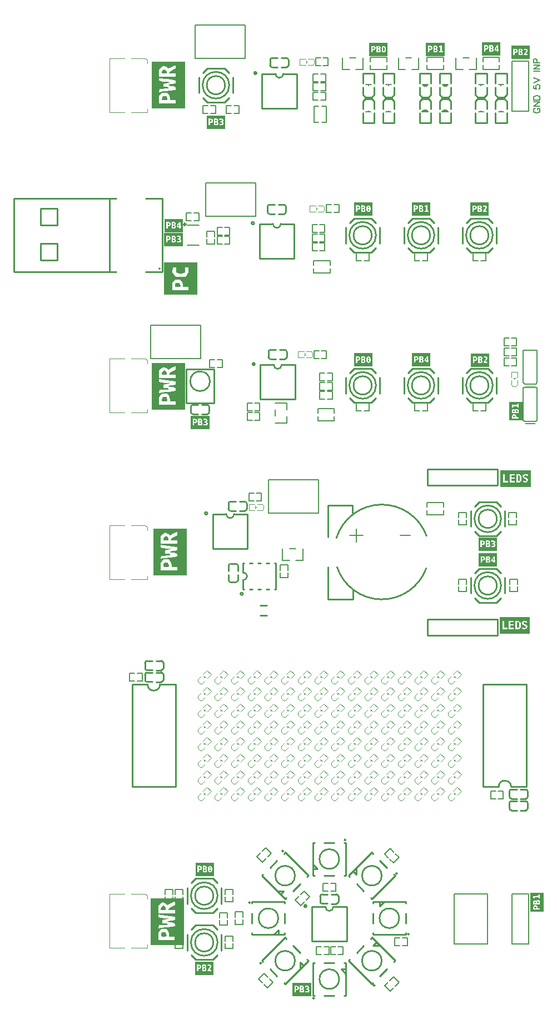
<source format=gto>
G04 Layer: TopSilkLayer*
G04 EasyEDA v6.4.25, 2021-12-03T12:49:12+01:00*
G04 610ea2077d8943ff92919c83ebf6a1f2,9c416354eb984020824aaf9c885bead6,10*
G04 Gerber Generator version 0.2*
G04 Scale: 100 percent, Rotated: No, Reflected: No *
G04 Dimensions in inches *
G04 leading zeros omitted , absolute positions ,3 integer and 6 decimal *
%FSLAX36Y36*%
%MOIN*%

%ADD10C,0.0100*%
%ADD50C,0.0039*%
%ADD51C,0.0060*%
%ADD52C,0.0080*%
%ADD53C,0.0059*%
%ADD54C,0.0080*%
%ADD55C,0.0080*%
%ADD56C,0.0079*%
%ADD57C,0.0059*%
%ADD58C,0.0118*%

%LPD*%
G36*
X230000Y-3775000D02*
G01*
X230000Y-3865000D01*
X275000Y-3865000D01*
X275000Y-3820000D01*
X287200Y-3807880D01*
X289300Y-3806040D01*
X291320Y-3804460D01*
X293300Y-3803140D01*
X295220Y-3802100D01*
X297120Y-3801300D01*
X299020Y-3800779D01*
X300920Y-3800520D01*
X302860Y-3800520D01*
X304840Y-3800779D01*
X306900Y-3801280D01*
X309020Y-3802060D01*
X311260Y-3803080D01*
X313600Y-3804360D01*
X316100Y-3805899D01*
X329700Y-3815360D01*
X353980Y-3802980D01*
X361120Y-3799440D01*
X363980Y-3798120D01*
X366420Y-3797100D01*
X368459Y-3796360D01*
X370160Y-3795899D01*
X371540Y-3795740D01*
X372620Y-3795880D01*
X373459Y-3796300D01*
X374060Y-3797020D01*
X374500Y-3798039D01*
X374760Y-3799340D01*
X374920Y-3800920D01*
X375000Y-3804960D01*
X375000Y-3814920D01*
X354099Y-3824960D01*
X351659Y-3826259D01*
X347080Y-3829000D01*
X344960Y-3830380D01*
X341280Y-3833100D01*
X338440Y-3835620D01*
X337400Y-3836780D01*
X336640Y-3837820D01*
X336200Y-3838740D01*
X334159Y-3845000D01*
X375000Y-3845000D01*
X375000Y-3865000D01*
X230000Y-3865000D01*
X230000Y-3956300D01*
X274020Y-3956300D01*
X277600Y-3937500D01*
X330000Y-3934480D01*
X330000Y-3929740D01*
X329700Y-3928780D01*
X328820Y-3927900D01*
X327420Y-3927100D01*
X325600Y-3926400D01*
X323380Y-3925820D01*
X320820Y-3925380D01*
X318020Y-3925100D01*
X315000Y-3925000D01*
X300000Y-3925000D01*
X300000Y-3906420D01*
X342500Y-3896200D01*
X316860Y-3895419D01*
X310380Y-3895040D01*
X303920Y-3894500D01*
X297820Y-3893820D01*
X292400Y-3893080D01*
X287980Y-3892260D01*
X275000Y-3888840D01*
X275000Y-3873840D01*
X322060Y-3879280D01*
X345580Y-3882200D01*
X375000Y-3886139D01*
X375000Y-3904380D01*
X330100Y-3911120D01*
X332840Y-3915560D01*
X333640Y-3916460D01*
X334840Y-3917280D01*
X336400Y-3918039D01*
X338240Y-3918700D01*
X340340Y-3919240D01*
X342580Y-3919640D01*
X344960Y-3919900D01*
X350660Y-3920059D01*
X353740Y-3920240D01*
X356620Y-3920539D01*
X359300Y-3920960D01*
X361780Y-3921500D01*
X364040Y-3922140D01*
X366100Y-3922900D01*
X367939Y-3923800D01*
X369580Y-3924780D01*
X371019Y-3925899D01*
X372220Y-3927100D01*
X373220Y-3928440D01*
X374000Y-3929880D01*
X374560Y-3931420D01*
X374880Y-3933080D01*
X375000Y-3934840D01*
X375000Y-3943620D01*
X332680Y-3947840D01*
X318100Y-3949500D01*
X307160Y-3950860D01*
X297760Y-3952160D01*
X290760Y-3953279D01*
X274020Y-3956300D01*
X230000Y-3956300D01*
X230000Y-4025000D01*
X275000Y-4025000D01*
X275000Y-3982220D01*
X290560Y-3960000D01*
X324440Y-3960000D01*
X332220Y-3971120D01*
X333780Y-3973580D01*
X335240Y-3976320D01*
X336560Y-3979260D01*
X337720Y-3982300D01*
X338660Y-3985360D01*
X339380Y-3988320D01*
X339840Y-3991100D01*
X340000Y-3993620D01*
X340000Y-4005000D01*
X375000Y-4005000D01*
X375000Y-4025000D01*
X230000Y-4025000D01*
X230000Y-4055000D01*
X430000Y-4055000D01*
X430000Y-3775000D01*
G37*
G36*
X303740Y-3819820D02*
G01*
X296860Y-3825520D01*
X295480Y-3826820D01*
X294200Y-3828279D01*
X293040Y-3829880D01*
X292020Y-3831580D01*
X291180Y-3833300D01*
X290540Y-3834980D01*
X290140Y-3836620D01*
X290000Y-3838120D01*
X290000Y-3845000D01*
X320000Y-3845000D01*
X320000Y-3835539D01*
X319840Y-3833560D01*
X319360Y-3831620D01*
X318600Y-3829720D01*
X317620Y-3827940D01*
X316400Y-3826320D01*
X315020Y-3824900D01*
X313500Y-3823759D01*
X311860Y-3822940D01*
G37*
G36*
X296060Y-3980000D02*
G01*
X292100Y-3990460D01*
X291340Y-3992760D01*
X290800Y-3994820D01*
X290480Y-3996640D01*
X290380Y-3998240D01*
X290520Y-3999640D01*
X290920Y-4000820D01*
X291580Y-4001840D01*
X292500Y-4002700D01*
X293700Y-4003380D01*
X295200Y-4003940D01*
X297000Y-4004360D01*
X299120Y-4004660D01*
X301580Y-4004860D01*
X307500Y-4005000D01*
X313420Y-4004860D01*
X315880Y-4004660D01*
X318000Y-4004360D01*
X319800Y-4003940D01*
X321300Y-4003380D01*
X322500Y-4002700D01*
X323420Y-4001840D01*
X324080Y-4000820D01*
X324480Y-3999640D01*
X324620Y-3998240D01*
X324520Y-3996640D01*
X324200Y-3994820D01*
X323660Y-3992760D01*
X321960Y-3987900D01*
X318940Y-3980000D01*
G37*
G36*
X244400Y-1558500D02*
G01*
X244400Y-1648500D01*
X289400Y-1648500D01*
X289400Y-1603500D01*
X301600Y-1591380D01*
X303700Y-1589540D01*
X305720Y-1587960D01*
X307700Y-1586639D01*
X309620Y-1585600D01*
X311520Y-1584800D01*
X313420Y-1584280D01*
X315320Y-1584019D01*
X317260Y-1584019D01*
X319240Y-1584280D01*
X321300Y-1584780D01*
X323420Y-1585560D01*
X325660Y-1586579D01*
X328000Y-1587860D01*
X330500Y-1589400D01*
X344099Y-1598860D01*
X368380Y-1586480D01*
X375520Y-1582940D01*
X378380Y-1581620D01*
X380820Y-1580600D01*
X382860Y-1579860D01*
X384560Y-1579400D01*
X385940Y-1579240D01*
X387020Y-1579379D01*
X387860Y-1579800D01*
X388459Y-1580520D01*
X388900Y-1581540D01*
X389159Y-1582840D01*
X389320Y-1584420D01*
X389400Y-1588460D01*
X389400Y-1598420D01*
X368500Y-1608460D01*
X366060Y-1609760D01*
X361480Y-1612500D01*
X359360Y-1613880D01*
X355680Y-1616600D01*
X352840Y-1619120D01*
X351800Y-1620280D01*
X351040Y-1621320D01*
X350600Y-1622240D01*
X348560Y-1628500D01*
X389400Y-1628500D01*
X389400Y-1648500D01*
X244400Y-1648500D01*
X244400Y-1739800D01*
X288420Y-1739800D01*
X292000Y-1721000D01*
X344400Y-1717980D01*
X344400Y-1713240D01*
X344099Y-1712280D01*
X343220Y-1711399D01*
X341820Y-1710600D01*
X340000Y-1709900D01*
X337780Y-1709319D01*
X335220Y-1708880D01*
X332420Y-1708600D01*
X329400Y-1708500D01*
X314400Y-1708500D01*
X314400Y-1689920D01*
X356900Y-1679700D01*
X331260Y-1678920D01*
X324780Y-1678540D01*
X318320Y-1678000D01*
X312220Y-1677320D01*
X306800Y-1676579D01*
X302380Y-1675760D01*
X289400Y-1672340D01*
X289400Y-1657340D01*
X336460Y-1662780D01*
X359980Y-1665700D01*
X389400Y-1669640D01*
X389400Y-1687880D01*
X344500Y-1694620D01*
X347239Y-1699060D01*
X348040Y-1699960D01*
X349240Y-1700780D01*
X350800Y-1701540D01*
X352640Y-1702200D01*
X354739Y-1702740D01*
X356980Y-1703140D01*
X359360Y-1703400D01*
X365060Y-1703560D01*
X368140Y-1703740D01*
X371019Y-1704040D01*
X373700Y-1704460D01*
X376180Y-1705000D01*
X378440Y-1705640D01*
X380500Y-1706399D01*
X382340Y-1707300D01*
X383980Y-1708280D01*
X385420Y-1709400D01*
X386620Y-1710600D01*
X387620Y-1711940D01*
X388400Y-1713380D01*
X388960Y-1714920D01*
X389280Y-1716579D01*
X389400Y-1718340D01*
X389400Y-1727120D01*
X347080Y-1731339D01*
X332500Y-1733000D01*
X321560Y-1734360D01*
X312160Y-1735660D01*
X305160Y-1736780D01*
X288420Y-1739800D01*
X244400Y-1739800D01*
X244400Y-1808500D01*
X289400Y-1808500D01*
X289400Y-1765720D01*
X304960Y-1743500D01*
X338840Y-1743500D01*
X346620Y-1754620D01*
X348180Y-1757080D01*
X349640Y-1759820D01*
X350959Y-1762760D01*
X352120Y-1765800D01*
X353060Y-1768860D01*
X353780Y-1771819D01*
X354240Y-1774600D01*
X354400Y-1777120D01*
X354400Y-1788500D01*
X389400Y-1788500D01*
X389400Y-1808500D01*
X244400Y-1808500D01*
X244400Y-1838500D01*
X444400Y-1838500D01*
X444400Y-1558500D01*
G37*
G36*
X318140Y-1603320D02*
G01*
X311260Y-1609019D01*
X309880Y-1610320D01*
X308600Y-1611780D01*
X307440Y-1613380D01*
X306420Y-1615080D01*
X305580Y-1616800D01*
X304940Y-1618480D01*
X304540Y-1620120D01*
X304400Y-1621620D01*
X304400Y-1628500D01*
X334400Y-1628500D01*
X334400Y-1619040D01*
X334240Y-1617060D01*
X333760Y-1615120D01*
X333000Y-1613220D01*
X332020Y-1611440D01*
X330800Y-1609820D01*
X329420Y-1608400D01*
X327900Y-1607260D01*
X326260Y-1606440D01*
G37*
G36*
X310480Y-1763500D02*
G01*
X306500Y-1773959D01*
X305740Y-1776260D01*
X305200Y-1778320D01*
X304880Y-1780140D01*
X304780Y-1781740D01*
X304920Y-1783140D01*
X305320Y-1784319D01*
X305980Y-1785340D01*
X306900Y-1786200D01*
X308100Y-1786879D01*
X309600Y-1787440D01*
X311400Y-1787860D01*
X313520Y-1788160D01*
X315980Y-1788360D01*
X321900Y-1788500D01*
X327819Y-1788360D01*
X330280Y-1788160D01*
X332400Y-1787860D01*
X334200Y-1787440D01*
X335700Y-1786879D01*
X336900Y-1786200D01*
X337819Y-1785340D01*
X338480Y-1784319D01*
X338880Y-1783140D01*
X339020Y-1781740D01*
X338920Y-1780140D01*
X338600Y-1778320D01*
X338060Y-1776260D01*
X336360Y-1771399D01*
X333340Y-1763500D01*
G37*
G36*
X235000Y-565000D02*
G01*
X235000Y-655000D01*
X280000Y-655000D01*
X280000Y-610000D01*
X292200Y-597880D01*
X294300Y-596040D01*
X296320Y-594460D01*
X298300Y-593140D01*
X300220Y-592100D01*
X302120Y-591300D01*
X304020Y-590780D01*
X305920Y-590520D01*
X307860Y-590520D01*
X309840Y-590780D01*
X311900Y-591280D01*
X314020Y-592060D01*
X316260Y-593080D01*
X318600Y-594360D01*
X321100Y-595900D01*
X334700Y-605360D01*
X358980Y-592980D01*
X366120Y-589440D01*
X368980Y-588120D01*
X371420Y-587100D01*
X373459Y-586360D01*
X375160Y-585900D01*
X376540Y-585740D01*
X377620Y-585880D01*
X378459Y-586300D01*
X379060Y-587020D01*
X379500Y-588040D01*
X379760Y-589340D01*
X379920Y-590920D01*
X380000Y-594960D01*
X380000Y-604920D01*
X359099Y-614960D01*
X356659Y-616260D01*
X352080Y-619000D01*
X349960Y-620380D01*
X346280Y-623100D01*
X343440Y-625620D01*
X342400Y-626780D01*
X341640Y-627820D01*
X341200Y-628740D01*
X339159Y-635000D01*
X380000Y-635000D01*
X380000Y-655000D01*
X235000Y-655000D01*
X235000Y-746300D01*
X279020Y-746300D01*
X282600Y-727500D01*
X335000Y-724479D01*
X335000Y-719740D01*
X334700Y-718780D01*
X333820Y-717900D01*
X332420Y-717099D01*
X330600Y-716400D01*
X328380Y-715819D01*
X325820Y-715380D01*
X323020Y-715100D01*
X320000Y-715000D01*
X305000Y-715000D01*
X305000Y-696420D01*
X347500Y-686200D01*
X321860Y-685420D01*
X315380Y-685040D01*
X308920Y-684500D01*
X302820Y-683820D01*
X297400Y-683080D01*
X292980Y-682260D01*
X280000Y-678840D01*
X280000Y-663840D01*
X327060Y-669280D01*
X350580Y-672200D01*
X380000Y-676140D01*
X380000Y-694380D01*
X335100Y-701120D01*
X337840Y-705560D01*
X338640Y-706460D01*
X339840Y-707280D01*
X341400Y-708040D01*
X343240Y-708700D01*
X345340Y-709240D01*
X347580Y-709640D01*
X349960Y-709900D01*
X355660Y-710060D01*
X358740Y-710240D01*
X361620Y-710540D01*
X364300Y-710960D01*
X366780Y-711500D01*
X369040Y-712140D01*
X371100Y-712900D01*
X372939Y-713800D01*
X374580Y-714780D01*
X376019Y-715900D01*
X377220Y-717099D01*
X378220Y-718439D01*
X379000Y-719880D01*
X379560Y-721420D01*
X379880Y-723080D01*
X380000Y-724840D01*
X380000Y-733620D01*
X337680Y-737840D01*
X323100Y-739500D01*
X312160Y-740860D01*
X302760Y-742159D01*
X295760Y-743280D01*
X279020Y-746300D01*
X235000Y-746300D01*
X235000Y-815000D01*
X280000Y-815000D01*
X280000Y-772220D01*
X295560Y-750000D01*
X329440Y-750000D01*
X337220Y-761120D01*
X338780Y-763580D01*
X340240Y-766320D01*
X341560Y-769260D01*
X342720Y-772300D01*
X343660Y-775360D01*
X344380Y-778319D01*
X344840Y-781100D01*
X345000Y-783620D01*
X345000Y-795000D01*
X380000Y-795000D01*
X380000Y-815000D01*
X235000Y-815000D01*
X235000Y-845000D01*
X435000Y-845000D01*
X435000Y-565000D01*
G37*
G36*
X308740Y-609820D02*
G01*
X301860Y-615520D01*
X300480Y-616820D01*
X299200Y-618280D01*
X298040Y-619880D01*
X297020Y-621580D01*
X296180Y-623300D01*
X295540Y-624980D01*
X295140Y-626620D01*
X295000Y-628120D01*
X295000Y-635000D01*
X325000Y-635000D01*
X325000Y-625540D01*
X324840Y-623560D01*
X324360Y-621620D01*
X323600Y-619720D01*
X322620Y-617940D01*
X321400Y-616320D01*
X320020Y-614900D01*
X318500Y-613760D01*
X316860Y-612940D01*
G37*
G36*
X301060Y-770000D02*
G01*
X297100Y-780460D01*
X296340Y-782760D01*
X295800Y-784820D01*
X295480Y-786640D01*
X295380Y-788240D01*
X295520Y-789640D01*
X295920Y-790819D01*
X296580Y-791840D01*
X297500Y-792700D01*
X298700Y-793379D01*
X300200Y-793940D01*
X302000Y-794360D01*
X304120Y-794659D01*
X306580Y-794860D01*
X312500Y-795000D01*
X318420Y-794860D01*
X320880Y-794659D01*
X323000Y-794360D01*
X324799Y-793940D01*
X326300Y-793379D01*
X327500Y-792700D01*
X328420Y-791840D01*
X329080Y-790819D01*
X329480Y-789640D01*
X329620Y-788240D01*
X329520Y-786640D01*
X329200Y-784820D01*
X328660Y-782760D01*
X326960Y-777900D01*
X323940Y-770000D01*
G37*
G36*
X235000Y1240000D02*
G01*
X235000Y1150000D01*
X280000Y1150000D01*
X280000Y1195000D01*
X292200Y1207120D01*
X294300Y1208960D01*
X296320Y1210540D01*
X298300Y1211860D01*
X300220Y1212900D01*
X302120Y1213700D01*
X304020Y1214220D01*
X305920Y1214480D01*
X307860Y1214480D01*
X309840Y1214220D01*
X311900Y1213720D01*
X314020Y1212940D01*
X316260Y1211920D01*
X318600Y1210640D01*
X321100Y1209100D01*
X334700Y1199640D01*
X358980Y1212020D01*
X366120Y1215560D01*
X368980Y1216880D01*
X371420Y1217900D01*
X373459Y1218640D01*
X375160Y1219100D01*
X376540Y1219260D01*
X377620Y1219120D01*
X378459Y1218700D01*
X379060Y1217980D01*
X379500Y1216960D01*
X379760Y1215660D01*
X379920Y1214080D01*
X380000Y1210040D01*
X380000Y1200080D01*
X359099Y1190040D01*
X356659Y1188740D01*
X352080Y1186000D01*
X349960Y1184620D01*
X346280Y1181900D01*
X343440Y1179380D01*
X342400Y1178220D01*
X341640Y1177180D01*
X341200Y1176260D01*
X339159Y1170000D01*
X380000Y1170000D01*
X380000Y1150000D01*
X235000Y1150000D01*
X235000Y1058700D01*
X279020Y1058700D01*
X282600Y1077500D01*
X335000Y1080520D01*
X335000Y1085260D01*
X334700Y1086220D01*
X333820Y1087100D01*
X332420Y1087900D01*
X330600Y1088600D01*
X328380Y1089180D01*
X325820Y1089620D01*
X323020Y1089900D01*
X320000Y1090000D01*
X305000Y1090000D01*
X305000Y1108580D01*
X347500Y1118800D01*
X321860Y1119580D01*
X315380Y1119960D01*
X308920Y1120500D01*
X302820Y1121180D01*
X297400Y1121920D01*
X292980Y1122740D01*
X280000Y1126160D01*
X280000Y1141160D01*
X327060Y1135720D01*
X350580Y1132800D01*
X380000Y1128860D01*
X380000Y1110620D01*
X335100Y1103880D01*
X337840Y1099440D01*
X338640Y1098540D01*
X339840Y1097720D01*
X341400Y1096960D01*
X343240Y1096300D01*
X345340Y1095760D01*
X347580Y1095360D01*
X349960Y1095100D01*
X355660Y1094940D01*
X358740Y1094760D01*
X361620Y1094460D01*
X364300Y1094040D01*
X366780Y1093500D01*
X369040Y1092860D01*
X371100Y1092100D01*
X372939Y1091200D01*
X374580Y1090220D01*
X376019Y1089100D01*
X377220Y1087900D01*
X378220Y1086560D01*
X379000Y1085120D01*
X379560Y1083580D01*
X379880Y1081920D01*
X380000Y1080160D01*
X380000Y1071380D01*
X337680Y1067160D01*
X323100Y1065500D01*
X312160Y1064140D01*
X302760Y1062840D01*
X295760Y1061720D01*
X279020Y1058700D01*
X235000Y1058700D01*
X235000Y990000D01*
X280000Y990000D01*
X280000Y1032780D01*
X295560Y1055000D01*
X329440Y1055000D01*
X337220Y1043880D01*
X338780Y1041420D01*
X340240Y1038680D01*
X341560Y1035740D01*
X342720Y1032700D01*
X343660Y1029640D01*
X344380Y1026680D01*
X344840Y1023900D01*
X345000Y1021380D01*
X345000Y1010000D01*
X380000Y1010000D01*
X380000Y990000D01*
X235000Y990000D01*
X235000Y960000D01*
X435000Y960000D01*
X435000Y1240000D01*
G37*
G36*
X308740Y1195180D02*
G01*
X301860Y1189480D01*
X300480Y1188180D01*
X299200Y1186720D01*
X298040Y1185120D01*
X297020Y1183420D01*
X296180Y1181700D01*
X295540Y1180020D01*
X295140Y1178380D01*
X295000Y1176880D01*
X295000Y1170000D01*
X325000Y1170000D01*
X325000Y1179460D01*
X324840Y1181440D01*
X324360Y1183380D01*
X323600Y1185280D01*
X322620Y1187060D01*
X321400Y1188680D01*
X320020Y1190100D01*
X318500Y1191240D01*
X316860Y1192060D01*
G37*
G36*
X301060Y1035000D02*
G01*
X297100Y1024539D01*
X296340Y1022240D01*
X295800Y1020180D01*
X295480Y1018360D01*
X295380Y1016760D01*
X295520Y1015360D01*
X295920Y1014180D01*
X296580Y1013160D01*
X297500Y1012300D01*
X298700Y1011620D01*
X300200Y1011060D01*
X302000Y1010639D01*
X304120Y1010340D01*
X306580Y1010140D01*
X312500Y1010000D01*
X318420Y1010140D01*
X320880Y1010340D01*
X323000Y1010639D01*
X324799Y1011060D01*
X326300Y1011620D01*
X327500Y1012300D01*
X328420Y1013160D01*
X329080Y1014180D01*
X329480Y1015360D01*
X329620Y1016760D01*
X329520Y1018360D01*
X329200Y1020180D01*
X328660Y1022240D01*
X326960Y1027099D01*
X323940Y1035000D01*
G37*
G36*
X310000Y37560D02*
G01*
X310000Y-24160D01*
X358280Y-24160D01*
X361220Y5860D01*
X380840Y8660D01*
X380740Y-23060D01*
X407560Y-32620D01*
X434400Y-23060D01*
X434280Y8660D01*
X453900Y5860D01*
X456840Y-24160D01*
X437700Y-47800D01*
X377440Y-47800D01*
X358280Y-24160D01*
X310000Y-24160D01*
X310000Y-128300D01*
X358780Y-128300D01*
X358780Y-86560D01*
X373960Y-64880D01*
X407000Y-64880D01*
X414600Y-75720D01*
X416120Y-78120D01*
X417560Y-80800D01*
X418840Y-83680D01*
X419960Y-86640D01*
X420900Y-89620D01*
X421599Y-92500D01*
X422040Y-95220D01*
X422200Y-97660D01*
X422200Y-108780D01*
X456340Y-108780D01*
X456340Y-128300D01*
X310000Y-128300D01*
X310000Y-157560D01*
X510000Y-157560D01*
X510000Y37560D01*
G37*
G36*
X379340Y-84380D02*
G01*
X375460Y-94600D01*
X374739Y-96840D01*
X374200Y-98859D01*
X373880Y-100620D01*
X373800Y-102180D01*
X373920Y-103539D01*
X374320Y-104720D01*
X374940Y-105700D01*
X375840Y-106519D01*
X377020Y-107200D01*
X378480Y-107739D01*
X380260Y-108140D01*
X382320Y-108440D01*
X384700Y-108640D01*
X390480Y-108780D01*
X396260Y-108640D01*
X398660Y-108440D01*
X400720Y-108140D01*
X402480Y-107739D01*
X403960Y-107200D01*
X405120Y-106519D01*
X406019Y-105700D01*
X406659Y-104720D01*
X407040Y-103539D01*
X407180Y-102180D01*
X407100Y-100620D01*
X406780Y-98859D01*
X406240Y-96840D01*
X405520Y-94600D01*
X401640Y-84380D01*
G37*
G36*
X2325400Y-1209100D02*
G01*
X2325400Y-1231600D01*
X2440620Y-1231600D01*
X2448600Y-1239580D01*
X2460120Y-1239580D01*
X2465820Y-1235600D01*
X2468120Y-1234180D01*
X2470580Y-1233080D01*
X2473140Y-1232300D01*
X2475800Y-1231820D01*
X2478480Y-1231660D01*
X2481180Y-1231820D01*
X2483840Y-1232300D01*
X2486440Y-1233120D01*
X2490400Y-1234640D01*
X2490400Y-1241440D01*
X2471840Y-1240340D01*
X2470160Y-1248400D01*
X2485780Y-1254860D01*
X2493320Y-1266360D01*
X2489960Y-1276900D01*
X2478280Y-1282220D01*
X2460400Y-1278880D01*
X2460400Y-1269360D01*
X2475460Y-1274620D01*
X2482900Y-1271760D01*
X2482900Y-1264480D01*
X2461640Y-1252780D01*
X2460120Y-1239580D01*
X2448600Y-1239580D01*
X2452900Y-1243880D01*
X2452900Y-1269320D01*
X2440620Y-1281600D01*
X2420400Y-1281600D01*
X2420400Y-1231600D01*
X2410400Y-1231600D01*
X2410400Y-1239100D01*
X2390400Y-1239100D01*
X2390400Y-1251600D01*
X2410400Y-1251600D01*
X2410400Y-1259100D01*
X2390400Y-1259100D01*
X2390400Y-1274100D01*
X2410400Y-1274100D01*
X2410400Y-1281600D01*
X2380400Y-1281600D01*
X2380400Y-1231600D01*
X2352900Y-1231600D01*
X2352900Y-1274100D01*
X2372900Y-1274100D01*
X2372900Y-1281600D01*
X2342900Y-1281600D01*
X2342900Y-1231600D01*
X2325400Y-1231600D01*
X2325400Y-1309100D01*
X2507900Y-1309100D01*
X2507900Y-1209100D01*
G37*
G36*
X2432740Y-1239640D02*
G01*
X2432000Y-1239940D01*
X2431420Y-1240660D01*
X2431000Y-1241860D01*
X2430720Y-1243580D01*
X2430540Y-1245860D01*
X2430400Y-1252320D01*
X2430440Y-1264440D01*
X2430540Y-1267340D01*
X2430720Y-1269620D01*
X2431000Y-1271340D01*
X2431420Y-1272540D01*
X2432000Y-1273260D01*
X2432740Y-1273560D01*
X2433700Y-1273480D01*
X2434900Y-1273100D01*
X2438060Y-1271520D01*
X2442900Y-1268920D01*
X2442900Y-1244280D01*
X2436340Y-1240780D01*
X2434900Y-1240100D01*
X2433700Y-1239720D01*
G37*
G36*
X2320400Y-2089100D02*
G01*
X2320400Y-2111600D01*
X2435620Y-2111600D01*
X2443600Y-2119580D01*
X2455120Y-2119580D01*
X2460820Y-2115600D01*
X2463120Y-2114180D01*
X2465580Y-2113080D01*
X2468140Y-2112300D01*
X2470800Y-2111820D01*
X2473480Y-2111660D01*
X2476180Y-2111820D01*
X2478840Y-2112300D01*
X2481440Y-2113120D01*
X2485400Y-2114640D01*
X2485400Y-2121440D01*
X2466840Y-2120340D01*
X2465160Y-2128400D01*
X2480780Y-2134860D01*
X2488320Y-2146360D01*
X2484960Y-2156900D01*
X2473280Y-2162220D01*
X2455400Y-2158880D01*
X2455400Y-2149360D01*
X2470460Y-2154620D01*
X2477900Y-2151760D01*
X2477900Y-2144480D01*
X2456640Y-2132780D01*
X2455120Y-2119580D01*
X2443600Y-2119580D01*
X2447900Y-2123880D01*
X2447900Y-2149320D01*
X2435620Y-2161600D01*
X2415400Y-2161600D01*
X2415400Y-2111600D01*
X2405400Y-2111600D01*
X2405400Y-2119100D01*
X2385400Y-2119100D01*
X2385400Y-2131600D01*
X2405400Y-2131600D01*
X2405400Y-2139100D01*
X2385400Y-2139100D01*
X2385400Y-2154100D01*
X2405400Y-2154100D01*
X2405400Y-2161600D01*
X2375400Y-2161600D01*
X2375400Y-2111600D01*
X2347900Y-2111600D01*
X2347900Y-2154100D01*
X2367900Y-2154100D01*
X2367900Y-2161600D01*
X2337900Y-2161600D01*
X2337900Y-2111600D01*
X2320400Y-2111600D01*
X2320400Y-2189100D01*
X2502900Y-2189100D01*
X2502900Y-2089100D01*
G37*
G36*
X2427740Y-2119640D02*
G01*
X2427000Y-2119940D01*
X2426420Y-2120660D01*
X2426000Y-2121860D01*
X2425720Y-2123580D01*
X2425540Y-2125860D01*
X2425400Y-2132320D01*
X2425440Y-2144440D01*
X2425540Y-2147340D01*
X2425720Y-2149620D01*
X2426000Y-2151340D01*
X2426420Y-2152540D01*
X2427000Y-2153260D01*
X2427740Y-2153560D01*
X2428700Y-2153480D01*
X2429900Y-2153100D01*
X2433060Y-2151520D01*
X2437900Y-2148920D01*
X2437900Y-2124280D01*
X2431340Y-2120780D01*
X2429900Y-2120100D01*
X2428700Y-2119720D01*
G37*
G36*
X1540000Y1355000D02*
G01*
X1540000Y1335480D01*
X1595440Y1335440D01*
X1597740Y1335300D01*
X1599620Y1335040D01*
X1601160Y1334600D01*
X1602440Y1333959D01*
X1603540Y1333120D01*
X1604560Y1332000D01*
X1605540Y1330620D01*
X1607160Y1327880D01*
X1607740Y1325800D01*
X1607280Y1323820D01*
X1604460Y1318959D01*
X1603980Y1317260D01*
X1604327Y1315980D01*
X1614139Y1315980D01*
X1614180Y1319139D01*
X1614319Y1321819D01*
X1614580Y1324120D01*
X1614960Y1326060D01*
X1615480Y1327720D01*
X1616160Y1329139D01*
X1617000Y1330420D01*
X1618040Y1331579D01*
X1619980Y1333180D01*
X1622040Y1334340D01*
X1624220Y1335060D01*
X1626420Y1335340D01*
X1628600Y1335160D01*
X1630680Y1334540D01*
X1632600Y1333460D01*
X1634300Y1331940D01*
X1635440Y1330480D01*
X1636440Y1328760D01*
X1637280Y1326840D01*
X1637960Y1324760D01*
X1638500Y1322540D01*
X1638880Y1320220D01*
X1639120Y1317840D01*
X1639199Y1315420D01*
X1639139Y1313020D01*
X1638920Y1310680D01*
X1638540Y1308400D01*
X1638020Y1306240D01*
X1637360Y1304220D01*
X1636519Y1302400D01*
X1635540Y1300800D01*
X1634420Y1299460D01*
X1632720Y1298100D01*
X1630760Y1297180D01*
X1628640Y1296699D01*
X1626420Y1296600D01*
X1624180Y1296940D01*
X1621980Y1297680D01*
X1619920Y1298820D01*
X1618040Y1300360D01*
X1617000Y1301540D01*
X1616160Y1302800D01*
X1615480Y1304240D01*
X1614960Y1305900D01*
X1614580Y1307840D01*
X1614319Y1310120D01*
X1614180Y1312820D01*
X1614139Y1315980D01*
X1604327Y1315980D01*
X1604360Y1315860D01*
X1605620Y1314420D01*
X1606920Y1312740D01*
X1607780Y1310660D01*
X1608220Y1308340D01*
X1608260Y1305940D01*
X1607880Y1303580D01*
X1607140Y1301440D01*
X1606020Y1299700D01*
X1604520Y1298480D01*
X1602340Y1297700D01*
X1599240Y1297060D01*
X1595600Y1296620D01*
X1591840Y1296459D01*
X1582920Y1296459D01*
X1582920Y1335480D01*
X1560820Y1335480D01*
X1564920Y1335260D01*
X1568480Y1334640D01*
X1571380Y1333620D01*
X1573500Y1332260D01*
X1574840Y1330820D01*
X1575860Y1329240D01*
X1576600Y1327540D01*
X1577060Y1325760D01*
X1577240Y1323920D01*
X1577160Y1322080D01*
X1576840Y1320260D01*
X1576279Y1318480D01*
X1575520Y1316800D01*
X1574540Y1315220D01*
X1573380Y1313800D01*
X1572020Y1312560D01*
X1570500Y1311540D01*
X1568820Y1310780D01*
X1567020Y1310300D01*
X1562060Y1309920D01*
X1560400Y1309040D01*
X1559680Y1306980D01*
X1559340Y1299900D01*
X1558740Y1297800D01*
X1557560Y1296759D01*
X1555600Y1296459D01*
X1551699Y1296459D01*
X1551699Y1335480D01*
X1540000Y1335480D01*
X1540000Y1275000D01*
X1649259Y1275000D01*
X1649259Y1355000D01*
G37*
G36*
X1592960Y1329420D02*
G01*
X1591339Y1327860D01*
X1590740Y1324760D01*
X1590940Y1322520D01*
X1591579Y1321020D01*
X1592740Y1320160D01*
X1594420Y1319880D01*
X1597300Y1320640D01*
X1599019Y1322520D01*
X1599340Y1324980D01*
X1598000Y1327440D01*
X1595280Y1329319D01*
G37*
G36*
X1562720Y1329280D02*
G01*
X1561160Y1329259D01*
X1560180Y1328340D01*
X1559660Y1326300D01*
X1559520Y1322940D01*
X1559660Y1320380D01*
X1560120Y1318380D01*
X1560840Y1316960D01*
X1561800Y1316140D01*
X1562980Y1315920D01*
X1564319Y1316320D01*
X1565820Y1317380D01*
X1567460Y1319060D01*
X1568320Y1320500D01*
X1568700Y1322040D01*
X1568640Y1323620D01*
X1568140Y1325160D01*
X1567280Y1326560D01*
X1566060Y1327780D01*
X1564520Y1328700D01*
G37*
G36*
X1626420Y1328440D02*
G01*
X1625400Y1328160D01*
X1624360Y1327360D01*
X1623600Y1326260D01*
X1622980Y1324700D01*
X1622520Y1322760D01*
X1622200Y1320540D01*
X1622000Y1316960D01*
X1623899Y1316960D01*
X1624139Y1318080D01*
X1624760Y1319019D01*
X1625700Y1319640D01*
X1626819Y1319880D01*
X1627960Y1319640D01*
X1628899Y1319019D01*
X1629520Y1318080D01*
X1629760Y1316960D01*
X1629520Y1315820D01*
X1628899Y1314880D01*
X1627960Y1314259D01*
X1626819Y1314019D01*
X1625700Y1314259D01*
X1624760Y1314880D01*
X1624139Y1315820D01*
X1623899Y1316960D01*
X1622000Y1316960D01*
X1621980Y1315680D01*
X1622100Y1313220D01*
X1622360Y1310880D01*
X1622740Y1308720D01*
X1623280Y1306860D01*
X1623940Y1305380D01*
X1624740Y1304379D01*
X1626200Y1303420D01*
X1627400Y1303320D01*
X1628460Y1304139D01*
X1629620Y1305960D01*
X1630420Y1307760D01*
X1631020Y1309700D01*
X1631420Y1311780D01*
X1631639Y1313920D01*
X1631680Y1316060D01*
X1631579Y1318200D01*
X1631320Y1320240D01*
X1630920Y1322160D01*
X1630420Y1323920D01*
X1629780Y1325460D01*
X1629060Y1326720D01*
X1628260Y1327680D01*
X1627360Y1328260D01*
G37*
G36*
X1592860Y1313779D02*
G01*
X1591519Y1313080D01*
X1590900Y1311320D01*
X1590740Y1308180D01*
X1590900Y1305020D01*
X1591519Y1303260D01*
X1592860Y1302560D01*
X1595120Y1302660D01*
X1597160Y1303220D01*
X1598520Y1304259D01*
X1599280Y1305860D01*
X1599520Y1308180D01*
X1599280Y1310480D01*
X1598520Y1312100D01*
X1597160Y1313120D01*
X1595120Y1313680D01*
G37*
G36*
X1448560Y398740D02*
G01*
X1448560Y379240D01*
X1504000Y379200D01*
X1506300Y379040D01*
X1508180Y378780D01*
X1509720Y378340D01*
X1511000Y377700D01*
X1512100Y376860D01*
X1513100Y375740D01*
X1514100Y374360D01*
X1515720Y371620D01*
X1516279Y369560D01*
X1515840Y367560D01*
X1513020Y362700D01*
X1512540Y361000D01*
X1512887Y359720D01*
X1522700Y359720D01*
X1522740Y362879D01*
X1522880Y365580D01*
X1523140Y367860D01*
X1523520Y369799D01*
X1524040Y371460D01*
X1524720Y372900D01*
X1525560Y374159D01*
X1526600Y375319D01*
X1528520Y376940D01*
X1530600Y378100D01*
X1532780Y378800D01*
X1534980Y379080D01*
X1537140Y378900D01*
X1539220Y378280D01*
X1541160Y377220D01*
X1542860Y375680D01*
X1544000Y374219D01*
X1545000Y372500D01*
X1545840Y370580D01*
X1546519Y368500D01*
X1547060Y366280D01*
X1547440Y363960D01*
X1547680Y361580D01*
X1547760Y359180D01*
X1547700Y356780D01*
X1547480Y354420D01*
X1547100Y352140D01*
X1546579Y349980D01*
X1545900Y347980D01*
X1545080Y346140D01*
X1544100Y344540D01*
X1542980Y343200D01*
X1541260Y341860D01*
X1539319Y340940D01*
X1537200Y340439D01*
X1534980Y340360D01*
X1532720Y340680D01*
X1530540Y341420D01*
X1528480Y342560D01*
X1526600Y344120D01*
X1525560Y345280D01*
X1524720Y346540D01*
X1524040Y347980D01*
X1523520Y349640D01*
X1523140Y351580D01*
X1522880Y353860D01*
X1522740Y356560D01*
X1522700Y359720D01*
X1512887Y359720D01*
X1512920Y359600D01*
X1514180Y358160D01*
X1515480Y356480D01*
X1516339Y354420D01*
X1516780Y352100D01*
X1516819Y349680D01*
X1516440Y347320D01*
X1515700Y345200D01*
X1514560Y343440D01*
X1513080Y342220D01*
X1510900Y341440D01*
X1507800Y340800D01*
X1504139Y340360D01*
X1500400Y340200D01*
X1491480Y340200D01*
X1491480Y379240D01*
X1469379Y379240D01*
X1473460Y379020D01*
X1477040Y378380D01*
X1479940Y377360D01*
X1482060Y376000D01*
X1483400Y374560D01*
X1484420Y372980D01*
X1485160Y371280D01*
X1485600Y369500D01*
X1485800Y367680D01*
X1485720Y365840D01*
X1485400Y364000D01*
X1484840Y362239D01*
X1484079Y360540D01*
X1483100Y358960D01*
X1481920Y357540D01*
X1480580Y356320D01*
X1479060Y355300D01*
X1477380Y354520D01*
X1475560Y354040D01*
X1470620Y353680D01*
X1468959Y352780D01*
X1468220Y350720D01*
X1467900Y343640D01*
X1467300Y341540D01*
X1466100Y340500D01*
X1464160Y340200D01*
X1460260Y340200D01*
X1460260Y379240D01*
X1448560Y379240D01*
X1448560Y318740D01*
X1557820Y318740D01*
X1557820Y398740D01*
G37*
G36*
X1501519Y373160D02*
G01*
X1499900Y371599D01*
X1499280Y368500D01*
X1499500Y366260D01*
X1500140Y364760D01*
X1501300Y363900D01*
X1502980Y363620D01*
X1505840Y364380D01*
X1507580Y366260D01*
X1507900Y368720D01*
X1506540Y371180D01*
X1503839Y373060D01*
G37*
G36*
X1471279Y373040D02*
G01*
X1469720Y373020D01*
X1468740Y372080D01*
X1468220Y370040D01*
X1468060Y366700D01*
X1468220Y364120D01*
X1468680Y362120D01*
X1469400Y360700D01*
X1470360Y359880D01*
X1471519Y359660D01*
X1472880Y360080D01*
X1474379Y361120D01*
X1476000Y362800D01*
X1476879Y364240D01*
X1477260Y365800D01*
X1477200Y367360D01*
X1476699Y368900D01*
X1475840Y370300D01*
X1474620Y371520D01*
X1473080Y372460D01*
G37*
G36*
X1534960Y372180D02*
G01*
X1533959Y371900D01*
X1532920Y371100D01*
X1532160Y370000D01*
X1531540Y368440D01*
X1531060Y366500D01*
X1530740Y364300D01*
X1530560Y360700D01*
X1532460Y360700D01*
X1532680Y361840D01*
X1533320Y362760D01*
X1534240Y363400D01*
X1535380Y363620D01*
X1536519Y363400D01*
X1537460Y362760D01*
X1538080Y361840D01*
X1538320Y360700D01*
X1538080Y359560D01*
X1537460Y358620D01*
X1536519Y358000D01*
X1535380Y357760D01*
X1534240Y358000D01*
X1533320Y358620D01*
X1532680Y359560D01*
X1532460Y360700D01*
X1530560Y360700D01*
X1530540Y359440D01*
X1530660Y356980D01*
X1530900Y354620D01*
X1531300Y352460D01*
X1531819Y350600D01*
X1532500Y349120D01*
X1533300Y348120D01*
X1534760Y347160D01*
X1535940Y347060D01*
X1537020Y347879D01*
X1538180Y349700D01*
X1538980Y351500D01*
X1539560Y353459D01*
X1539960Y355520D01*
X1540180Y357660D01*
X1540240Y359799D01*
X1540120Y361940D01*
X1539880Y363980D01*
X1539480Y365920D01*
X1538959Y367660D01*
X1538340Y369200D01*
X1537620Y370460D01*
X1536800Y371420D01*
X1535920Y372000D01*
G37*
G36*
X1501399Y357520D02*
G01*
X1500080Y356820D01*
X1499440Y355060D01*
X1499280Y351920D01*
X1499440Y348780D01*
X1500080Y347000D01*
X1501399Y346320D01*
X1503680Y346420D01*
X1505720Y346960D01*
X1507080Y348000D01*
X1507840Y349620D01*
X1508060Y351920D01*
X1507840Y354219D01*
X1507080Y355840D01*
X1505720Y356860D01*
X1503680Y357420D01*
G37*
G36*
X1448560Y-506260D02*
G01*
X1448560Y-525760D01*
X1504000Y-525800D01*
X1506300Y-525960D01*
X1508180Y-526220D01*
X1509720Y-526660D01*
X1511000Y-527300D01*
X1512100Y-528140D01*
X1513100Y-529260D01*
X1514100Y-530640D01*
X1515720Y-533380D01*
X1516279Y-535440D01*
X1515840Y-537440D01*
X1513020Y-542300D01*
X1512540Y-544000D01*
X1512887Y-545280D01*
X1522700Y-545280D01*
X1522740Y-542120D01*
X1522880Y-539420D01*
X1523140Y-537140D01*
X1523520Y-535200D01*
X1524040Y-533540D01*
X1524720Y-532100D01*
X1525560Y-530840D01*
X1526600Y-529680D01*
X1528520Y-528060D01*
X1530600Y-526900D01*
X1532780Y-526200D01*
X1534980Y-525920D01*
X1537140Y-526100D01*
X1539220Y-526720D01*
X1541160Y-527780D01*
X1542860Y-529320D01*
X1544000Y-530780D01*
X1545000Y-532500D01*
X1545840Y-534420D01*
X1546519Y-536500D01*
X1547060Y-538720D01*
X1547440Y-541040D01*
X1547680Y-543420D01*
X1547760Y-545820D01*
X1547700Y-548220D01*
X1547480Y-550580D01*
X1547100Y-552860D01*
X1546579Y-555020D01*
X1545900Y-557020D01*
X1545080Y-558860D01*
X1544100Y-560460D01*
X1542980Y-561800D01*
X1541260Y-563140D01*
X1539319Y-564060D01*
X1537200Y-564560D01*
X1534980Y-564640D01*
X1532720Y-564320D01*
X1530540Y-563580D01*
X1528480Y-562440D01*
X1526600Y-560880D01*
X1525560Y-559720D01*
X1524720Y-558460D01*
X1524040Y-557020D01*
X1523520Y-555360D01*
X1523140Y-553420D01*
X1522880Y-551140D01*
X1522740Y-548440D01*
X1522700Y-545280D01*
X1512887Y-545280D01*
X1512920Y-545400D01*
X1514180Y-546840D01*
X1515480Y-548520D01*
X1516339Y-550580D01*
X1516780Y-552900D01*
X1516819Y-555320D01*
X1516440Y-557680D01*
X1515700Y-559800D01*
X1514560Y-561560D01*
X1513080Y-562780D01*
X1510900Y-563560D01*
X1507800Y-564200D01*
X1504139Y-564640D01*
X1500400Y-564800D01*
X1491480Y-564800D01*
X1491480Y-525760D01*
X1469379Y-525760D01*
X1473460Y-525980D01*
X1477040Y-526620D01*
X1479940Y-527640D01*
X1482060Y-529000D01*
X1483400Y-530440D01*
X1484420Y-532020D01*
X1485160Y-533720D01*
X1485600Y-535500D01*
X1485800Y-537320D01*
X1485720Y-539160D01*
X1485400Y-541000D01*
X1484840Y-542760D01*
X1484079Y-544460D01*
X1483100Y-546040D01*
X1481920Y-547460D01*
X1480580Y-548680D01*
X1479060Y-549700D01*
X1477380Y-550480D01*
X1475560Y-550960D01*
X1470620Y-551320D01*
X1468959Y-552220D01*
X1468220Y-554280D01*
X1467900Y-561360D01*
X1467300Y-563460D01*
X1466100Y-564500D01*
X1464160Y-564800D01*
X1460260Y-564800D01*
X1460260Y-525760D01*
X1448560Y-525760D01*
X1448560Y-586260D01*
X1557820Y-586260D01*
X1557820Y-506260D01*
G37*
G36*
X1501519Y-531840D02*
G01*
X1499900Y-533400D01*
X1499280Y-536500D01*
X1499500Y-538740D01*
X1500140Y-540240D01*
X1501300Y-541100D01*
X1502980Y-541380D01*
X1505840Y-540620D01*
X1507580Y-538740D01*
X1507900Y-536280D01*
X1506540Y-533820D01*
X1503839Y-531940D01*
G37*
G36*
X1471279Y-531960D02*
G01*
X1469720Y-531980D01*
X1468740Y-532920D01*
X1468220Y-534960D01*
X1468060Y-538300D01*
X1468220Y-540880D01*
X1468680Y-542880D01*
X1469400Y-544300D01*
X1470360Y-545120D01*
X1471519Y-545340D01*
X1472880Y-544920D01*
X1474379Y-543880D01*
X1476000Y-542200D01*
X1476879Y-540760D01*
X1477260Y-539200D01*
X1477200Y-537640D01*
X1476699Y-536100D01*
X1475840Y-534700D01*
X1474620Y-533480D01*
X1473080Y-532540D01*
G37*
G36*
X1534960Y-532820D02*
G01*
X1533959Y-533100D01*
X1532920Y-533900D01*
X1532160Y-535000D01*
X1531540Y-536560D01*
X1531060Y-538500D01*
X1530740Y-540700D01*
X1530560Y-544300D01*
X1532460Y-544300D01*
X1532680Y-543160D01*
X1533320Y-542240D01*
X1534240Y-541600D01*
X1535380Y-541380D01*
X1536519Y-541600D01*
X1537460Y-542240D01*
X1538080Y-543160D01*
X1538320Y-544300D01*
X1538080Y-545440D01*
X1537460Y-546380D01*
X1536519Y-547000D01*
X1535380Y-547240D01*
X1534240Y-547000D01*
X1533320Y-546380D01*
X1532680Y-545440D01*
X1532460Y-544300D01*
X1530560Y-544300D01*
X1530540Y-545560D01*
X1530660Y-548020D01*
X1530900Y-550380D01*
X1531300Y-552540D01*
X1531819Y-554400D01*
X1532500Y-555880D01*
X1533300Y-556880D01*
X1534760Y-557840D01*
X1535940Y-557940D01*
X1537020Y-557120D01*
X1538180Y-555300D01*
X1538980Y-553500D01*
X1539560Y-551540D01*
X1539960Y-549480D01*
X1540180Y-547340D01*
X1540240Y-545200D01*
X1540120Y-543060D01*
X1539880Y-541020D01*
X1539480Y-539080D01*
X1538959Y-537340D01*
X1538340Y-535800D01*
X1537620Y-534540D01*
X1536800Y-533580D01*
X1535920Y-533000D01*
G37*
G36*
X1501399Y-547480D02*
G01*
X1500080Y-548180D01*
X1499440Y-549940D01*
X1499280Y-553080D01*
X1499440Y-556220D01*
X1500080Y-558000D01*
X1501399Y-558680D01*
X1503680Y-558580D01*
X1505720Y-558040D01*
X1507080Y-557000D01*
X1507840Y-555380D01*
X1508060Y-553080D01*
X1507840Y-550780D01*
X1507080Y-549160D01*
X1505720Y-548140D01*
X1503680Y-547580D01*
G37*
G36*
X498560Y-3561259D02*
G01*
X498560Y-3580760D01*
X554000Y-3580800D01*
X556300Y-3580960D01*
X558180Y-3581220D01*
X559720Y-3581660D01*
X561000Y-3582300D01*
X562100Y-3583140D01*
X563100Y-3584260D01*
X564100Y-3585640D01*
X565720Y-3588380D01*
X566280Y-3590440D01*
X565840Y-3592440D01*
X563020Y-3597300D01*
X562540Y-3599000D01*
X562887Y-3600280D01*
X572700Y-3600280D01*
X572740Y-3597120D01*
X572880Y-3594420D01*
X573140Y-3592140D01*
X573520Y-3590200D01*
X574040Y-3588540D01*
X574720Y-3587100D01*
X575560Y-3585840D01*
X576600Y-3584680D01*
X578520Y-3583060D01*
X580600Y-3581900D01*
X582780Y-3581200D01*
X584980Y-3580920D01*
X587140Y-3581100D01*
X589220Y-3581720D01*
X591160Y-3582780D01*
X592860Y-3584320D01*
X594000Y-3585779D01*
X595000Y-3587500D01*
X595840Y-3589420D01*
X596520Y-3591500D01*
X597060Y-3593720D01*
X597440Y-3596040D01*
X597680Y-3598420D01*
X597760Y-3600820D01*
X597700Y-3603220D01*
X597480Y-3605580D01*
X597100Y-3607860D01*
X596580Y-3610020D01*
X595900Y-3612020D01*
X595080Y-3613860D01*
X594100Y-3615460D01*
X592980Y-3616800D01*
X591260Y-3618140D01*
X589320Y-3619060D01*
X587200Y-3619560D01*
X584980Y-3619640D01*
X582720Y-3619320D01*
X580540Y-3618580D01*
X578480Y-3617440D01*
X576600Y-3615880D01*
X575560Y-3614720D01*
X574720Y-3613460D01*
X574040Y-3612020D01*
X573520Y-3610360D01*
X573140Y-3608420D01*
X572880Y-3606139D01*
X572740Y-3603440D01*
X572700Y-3600280D01*
X562887Y-3600280D01*
X562920Y-3600400D01*
X564180Y-3601840D01*
X565480Y-3603519D01*
X566340Y-3605580D01*
X566780Y-3607900D01*
X566820Y-3610320D01*
X566440Y-3612679D01*
X565700Y-3614800D01*
X564560Y-3616560D01*
X563080Y-3617780D01*
X560900Y-3618560D01*
X557800Y-3619200D01*
X554140Y-3619640D01*
X550400Y-3619800D01*
X541480Y-3619800D01*
X541480Y-3580760D01*
X519380Y-3580760D01*
X523459Y-3580980D01*
X527040Y-3581620D01*
X529940Y-3582640D01*
X532060Y-3584000D01*
X533400Y-3585440D01*
X534420Y-3587020D01*
X535160Y-3588720D01*
X535600Y-3590500D01*
X535800Y-3592320D01*
X535720Y-3594160D01*
X535400Y-3596000D01*
X534840Y-3597760D01*
X534080Y-3599460D01*
X533100Y-3601040D01*
X531920Y-3602460D01*
X530580Y-3603680D01*
X529060Y-3604700D01*
X527380Y-3605480D01*
X525560Y-3605960D01*
X520620Y-3606320D01*
X518960Y-3607220D01*
X518220Y-3609280D01*
X517900Y-3616360D01*
X517299Y-3618460D01*
X516100Y-3619500D01*
X514159Y-3619800D01*
X510260Y-3619800D01*
X510260Y-3580760D01*
X498560Y-3580760D01*
X498560Y-3641259D01*
X607820Y-3641259D01*
X607820Y-3561259D01*
G37*
G36*
X551520Y-3586840D02*
G01*
X549900Y-3588399D01*
X549280Y-3591500D01*
X549500Y-3593740D01*
X550140Y-3595240D01*
X551300Y-3596100D01*
X552980Y-3596380D01*
X555840Y-3595620D01*
X557580Y-3593740D01*
X557900Y-3591280D01*
X556560Y-3588820D01*
X553840Y-3586940D01*
G37*
G36*
X521280Y-3586960D02*
G01*
X519720Y-3586980D01*
X518740Y-3587919D01*
X518220Y-3589960D01*
X518060Y-3593300D01*
X518220Y-3595880D01*
X518680Y-3597880D01*
X519400Y-3599300D01*
X520360Y-3600120D01*
X521520Y-3600340D01*
X522879Y-3599920D01*
X524380Y-3598880D01*
X526000Y-3597200D01*
X526880Y-3595760D01*
X527260Y-3594200D01*
X527200Y-3592640D01*
X526700Y-3591100D01*
X525840Y-3589700D01*
X524620Y-3588480D01*
X523080Y-3587540D01*
G37*
G36*
X584960Y-3587820D02*
G01*
X583960Y-3588100D01*
X582920Y-3588900D01*
X582160Y-3590000D01*
X581540Y-3591560D01*
X581060Y-3593500D01*
X580740Y-3595700D01*
X580560Y-3599300D01*
X582460Y-3599300D01*
X582680Y-3598159D01*
X583320Y-3597240D01*
X584240Y-3596600D01*
X585380Y-3596380D01*
X586520Y-3596600D01*
X587460Y-3597240D01*
X588080Y-3598159D01*
X588320Y-3599300D01*
X588080Y-3600440D01*
X587460Y-3601380D01*
X586520Y-3602000D01*
X585380Y-3602240D01*
X584240Y-3602000D01*
X583320Y-3601380D01*
X582680Y-3600440D01*
X582460Y-3599300D01*
X580560Y-3599300D01*
X580540Y-3600560D01*
X580660Y-3603020D01*
X580900Y-3605380D01*
X581300Y-3607540D01*
X581820Y-3609400D01*
X582500Y-3610880D01*
X583300Y-3611880D01*
X584760Y-3612840D01*
X585940Y-3612940D01*
X587020Y-3612120D01*
X588180Y-3610299D01*
X588980Y-3608500D01*
X589560Y-3606540D01*
X589960Y-3604480D01*
X590180Y-3602340D01*
X590240Y-3600200D01*
X590120Y-3598060D01*
X589880Y-3596019D01*
X589480Y-3594080D01*
X588960Y-3592340D01*
X588340Y-3590800D01*
X587620Y-3589540D01*
X586800Y-3588580D01*
X585920Y-3588000D01*
G37*
G36*
X551400Y-3602480D02*
G01*
X550080Y-3603180D01*
X549440Y-3604940D01*
X549280Y-3608080D01*
X549440Y-3611220D01*
X550080Y-3613000D01*
X551400Y-3613680D01*
X553680Y-3613580D01*
X555720Y-3613039D01*
X557080Y-3612000D01*
X557840Y-3610380D01*
X558060Y-3608080D01*
X557840Y-3605779D01*
X557080Y-3604160D01*
X555720Y-3603140D01*
X553680Y-3602580D01*
G37*
G36*
X1880000Y1355000D02*
G01*
X1880000Y1337000D01*
X1936819Y1336960D01*
X1939180Y1336819D01*
X1941100Y1336540D01*
X1942680Y1336080D01*
X1944000Y1335440D01*
X1945140Y1334560D01*
X1946160Y1333420D01*
X1947180Y1332000D01*
X1948839Y1329199D01*
X1949420Y1327080D01*
X1948980Y1325040D01*
X1946080Y1320060D01*
X1945580Y1318320D01*
X1945980Y1316879D01*
X1947260Y1315400D01*
X1948580Y1313680D01*
X1949480Y1311560D01*
X1949920Y1309180D01*
X1949960Y1306699D01*
X1949580Y1304300D01*
X1948820Y1302120D01*
X1948098Y1301000D01*
X1958000Y1301000D01*
X1958240Y1302760D01*
X1959000Y1304000D01*
X1960240Y1304760D01*
X1963200Y1305080D01*
X1964120Y1305380D01*
X1964840Y1306000D01*
X1965340Y1307020D01*
X1965680Y1308580D01*
X1965880Y1310720D01*
X1966000Y1317240D01*
X1965900Y1323860D01*
X1965700Y1325960D01*
X1965380Y1327400D01*
X1964880Y1328260D01*
X1964180Y1328660D01*
X1963220Y1328680D01*
X1960140Y1328140D01*
X1958899Y1328440D01*
X1958220Y1329379D01*
X1958000Y1331020D01*
X1958120Y1332460D01*
X1958540Y1333640D01*
X1959240Y1334620D01*
X1960300Y1335400D01*
X1961720Y1336000D01*
X1963540Y1336420D01*
X1965780Y1336699D01*
X1974000Y1337000D01*
X1974019Y1316100D01*
X1974100Y1312320D01*
X1974300Y1309500D01*
X1974620Y1307500D01*
X1975120Y1306200D01*
X1975820Y1305440D01*
X1976780Y1305080D01*
X1978000Y1305000D01*
X1979760Y1304760D01*
X1981000Y1304000D01*
X1981759Y1302760D01*
X1982000Y1301000D01*
X1981920Y1299800D01*
X1981620Y1298880D01*
X1981020Y1298180D01*
X1980000Y1297660D01*
X1978480Y1297320D01*
X1976380Y1297120D01*
X1970000Y1297000D01*
X1963620Y1297120D01*
X1961519Y1297320D01*
X1960000Y1297660D01*
X1958980Y1298180D01*
X1958380Y1298880D01*
X1958080Y1299800D01*
X1958000Y1301000D01*
X1948098Y1301000D01*
X1947660Y1300320D01*
X1946140Y1299079D01*
X1943899Y1298260D01*
X1940720Y1297600D01*
X1936980Y1297160D01*
X1933140Y1297000D01*
X1924000Y1297000D01*
X1924000Y1337000D01*
X1901339Y1337000D01*
X1905540Y1336780D01*
X1909180Y1336120D01*
X1912160Y1335080D01*
X1914340Y1333700D01*
X1915720Y1332220D01*
X1916759Y1330600D01*
X1917520Y1328860D01*
X1917980Y1327020D01*
X1918160Y1325160D01*
X1918080Y1323260D01*
X1917760Y1321399D01*
X1917200Y1319580D01*
X1916399Y1317840D01*
X1915400Y1316240D01*
X1914199Y1314780D01*
X1912820Y1313500D01*
X1911260Y1312460D01*
X1909560Y1311680D01*
X1907680Y1311180D01*
X1902620Y1310800D01*
X1900900Y1309880D01*
X1900160Y1307780D01*
X1899840Y1300520D01*
X1899220Y1298380D01*
X1898000Y1297300D01*
X1896000Y1297000D01*
X1892000Y1297000D01*
X1892000Y1337000D01*
X1880000Y1337000D01*
X1880000Y1275000D01*
X1992000Y1275000D01*
X1992000Y1355000D01*
G37*
G36*
X1934280Y1330780D02*
G01*
X1932620Y1329180D01*
X1932000Y1326000D01*
X1932220Y1323720D01*
X1932880Y1322160D01*
X1934060Y1321279D01*
X1935780Y1321000D01*
X1938720Y1321780D01*
X1940500Y1323720D01*
X1940820Y1326240D01*
X1939440Y1328760D01*
X1936660Y1330680D01*
G37*
G36*
X1903280Y1330640D02*
G01*
X1901699Y1330620D01*
X1900680Y1329660D01*
X1900160Y1327580D01*
X1900000Y1324139D01*
X1900160Y1321519D01*
X1900620Y1319460D01*
X1901360Y1318020D01*
X1902340Y1317160D01*
X1903540Y1316940D01*
X1904940Y1317360D01*
X1906480Y1318440D01*
X1908140Y1320160D01*
X1909040Y1321639D01*
X1909420Y1323220D01*
X1909360Y1324840D01*
X1908839Y1326420D01*
X1907960Y1327860D01*
X1906699Y1329100D01*
X1905140Y1330060D01*
G37*
G36*
X1934180Y1314740D02*
G01*
X1932800Y1314040D01*
X1932160Y1312220D01*
X1932000Y1309000D01*
X1932160Y1305780D01*
X1932800Y1303959D01*
X1934180Y1303260D01*
X1936500Y1303360D01*
X1938600Y1303920D01*
X1939980Y1304980D01*
X1940760Y1306639D01*
X1941000Y1309000D01*
X1940760Y1311360D01*
X1939980Y1313020D01*
X1938600Y1314079D01*
X1936500Y1314640D01*
G37*
G36*
X1794100Y397800D02*
G01*
X1794100Y379799D01*
X1850920Y379760D01*
X1853280Y379620D01*
X1855200Y379340D01*
X1856780Y378880D01*
X1858100Y378240D01*
X1859240Y377360D01*
X1860260Y376220D01*
X1861279Y374799D01*
X1862940Y372000D01*
X1863520Y369880D01*
X1863080Y367840D01*
X1860180Y362860D01*
X1859680Y361120D01*
X1860080Y359680D01*
X1861360Y358200D01*
X1862680Y356480D01*
X1863580Y354360D01*
X1864019Y351980D01*
X1864060Y349500D01*
X1863680Y347100D01*
X1862920Y344920D01*
X1862198Y343800D01*
X1872100Y343800D01*
X1872340Y345560D01*
X1873100Y346800D01*
X1874340Y347560D01*
X1877300Y347879D01*
X1878220Y348180D01*
X1878940Y348800D01*
X1879440Y349820D01*
X1879780Y351380D01*
X1879980Y353519D01*
X1880100Y360040D01*
X1880000Y366659D01*
X1879800Y368760D01*
X1879480Y370200D01*
X1878980Y371060D01*
X1878280Y371460D01*
X1877320Y371480D01*
X1874240Y370940D01*
X1873000Y371240D01*
X1872320Y372180D01*
X1872100Y373820D01*
X1872220Y375260D01*
X1872640Y376440D01*
X1873340Y377420D01*
X1874400Y378200D01*
X1875820Y378800D01*
X1877640Y379219D01*
X1879880Y379500D01*
X1888100Y379799D01*
X1888120Y358900D01*
X1888200Y355120D01*
X1888400Y352299D01*
X1888720Y350300D01*
X1889220Y349000D01*
X1889920Y348240D01*
X1890880Y347879D01*
X1892100Y347800D01*
X1893860Y347560D01*
X1895100Y346800D01*
X1895860Y345560D01*
X1896100Y343800D01*
X1896020Y342600D01*
X1895720Y341680D01*
X1895120Y340980D01*
X1894100Y340460D01*
X1892580Y340120D01*
X1890480Y339920D01*
X1884100Y339799D01*
X1877720Y339920D01*
X1875620Y340120D01*
X1874100Y340460D01*
X1873080Y340980D01*
X1872480Y341680D01*
X1872180Y342600D01*
X1872100Y343800D01*
X1862198Y343800D01*
X1861759Y343120D01*
X1860240Y341860D01*
X1858000Y341060D01*
X1854820Y340400D01*
X1851080Y339960D01*
X1847240Y339799D01*
X1838100Y339799D01*
X1838100Y379799D01*
X1815440Y379799D01*
X1819640Y379580D01*
X1823280Y378920D01*
X1826260Y377879D01*
X1828440Y376480D01*
X1829820Y375020D01*
X1830860Y373400D01*
X1831620Y371659D01*
X1832080Y369820D01*
X1832260Y367960D01*
X1832180Y366060D01*
X1831860Y364200D01*
X1831300Y362380D01*
X1830500Y360640D01*
X1829500Y359040D01*
X1828300Y357580D01*
X1826920Y356300D01*
X1825360Y355260D01*
X1823660Y354480D01*
X1821780Y353980D01*
X1816720Y353600D01*
X1815000Y352680D01*
X1814259Y350580D01*
X1813940Y343320D01*
X1813320Y341180D01*
X1812100Y340100D01*
X1810100Y339799D01*
X1806100Y339799D01*
X1806100Y379799D01*
X1794100Y379799D01*
X1794100Y317800D01*
X1906100Y317800D01*
X1906100Y397800D01*
G37*
G36*
X1848380Y373579D02*
G01*
X1846720Y371980D01*
X1846100Y368800D01*
X1846320Y366520D01*
X1846980Y364960D01*
X1848160Y364080D01*
X1849880Y363800D01*
X1852820Y364580D01*
X1854600Y366520D01*
X1854920Y369040D01*
X1853540Y371560D01*
X1850760Y373480D01*
G37*
G36*
X1817380Y373440D02*
G01*
X1815800Y373420D01*
X1814780Y372460D01*
X1814259Y370379D01*
X1814100Y366940D01*
X1814259Y364320D01*
X1814720Y362260D01*
X1815460Y360820D01*
X1816440Y359960D01*
X1817640Y359739D01*
X1819040Y360160D01*
X1820580Y361240D01*
X1822240Y362960D01*
X1823140Y364440D01*
X1823520Y366019D01*
X1823460Y367640D01*
X1822940Y369219D01*
X1822060Y370660D01*
X1820800Y371900D01*
X1819240Y372860D01*
G37*
G36*
X1848280Y357540D02*
G01*
X1846900Y356840D01*
X1846260Y355020D01*
X1846100Y351800D01*
X1846260Y348579D01*
X1846900Y346760D01*
X1848280Y346060D01*
X1850600Y346160D01*
X1852700Y346719D01*
X1854079Y347780D01*
X1854860Y349440D01*
X1855100Y351800D01*
X1854860Y354159D01*
X1854079Y355820D01*
X1852700Y356880D01*
X1850600Y357440D01*
G37*
G36*
X2377200Y-798900D02*
G01*
X2377200Y-816900D01*
X2411200Y-816900D01*
X2419880Y-816800D01*
X2422700Y-816600D01*
X2424700Y-816280D01*
X2426000Y-815780D01*
X2426760Y-815080D01*
X2427120Y-814120D01*
X2427200Y-812900D01*
X2427440Y-811140D01*
X2428200Y-809900D01*
X2429440Y-809140D01*
X2431200Y-808900D01*
X2432400Y-808980D01*
X2433320Y-809280D01*
X2434020Y-809880D01*
X2434540Y-810900D01*
X2434880Y-812420D01*
X2435080Y-814520D01*
X2435200Y-820900D01*
X2435080Y-827280D01*
X2434880Y-829380D01*
X2434540Y-830900D01*
X2434020Y-831919D01*
X2433320Y-832520D01*
X2432400Y-832820D01*
X2431200Y-832900D01*
X2429440Y-832660D01*
X2428200Y-831900D01*
X2427440Y-830660D01*
X2427120Y-827700D01*
X2426820Y-826780D01*
X2426200Y-826060D01*
X2425180Y-825560D01*
X2423620Y-825220D01*
X2421480Y-825020D01*
X2414960Y-824900D01*
X2408340Y-825000D01*
X2406240Y-825200D01*
X2404800Y-825520D01*
X2403940Y-826020D01*
X2403540Y-826720D01*
X2403520Y-827680D01*
X2404060Y-830759D01*
X2403760Y-832000D01*
X2402820Y-832680D01*
X2401180Y-832900D01*
X2399740Y-832780D01*
X2398560Y-832360D01*
X2397580Y-831660D01*
X2396800Y-830600D01*
X2396200Y-829180D01*
X2395780Y-827360D01*
X2395500Y-825120D01*
X2395200Y-816900D01*
X2377200Y-816900D01*
X2377200Y-866900D01*
X2395200Y-866900D01*
X2395240Y-854080D01*
X2395380Y-851720D01*
X2395660Y-849800D01*
X2396120Y-848220D01*
X2396760Y-846900D01*
X2397640Y-845759D01*
X2398780Y-844740D01*
X2400200Y-843720D01*
X2403000Y-842060D01*
X2405120Y-841480D01*
X2407160Y-841919D01*
X2412140Y-844820D01*
X2413880Y-845320D01*
X2415320Y-844920D01*
X2416800Y-843640D01*
X2418520Y-842320D01*
X2420640Y-841420D01*
X2423020Y-840980D01*
X2425500Y-840939D01*
X2427900Y-841320D01*
X2430080Y-842080D01*
X2431880Y-843240D01*
X2433140Y-844760D01*
X2433940Y-847000D01*
X2434600Y-850180D01*
X2435040Y-853920D01*
X2435200Y-857760D01*
X2435200Y-866900D01*
X2377200Y-866900D01*
X2377200Y-898900D01*
X2395200Y-898900D01*
X2395200Y-889560D01*
X2395420Y-885360D01*
X2396080Y-881720D01*
X2397120Y-878740D01*
X2398500Y-876560D01*
X2399980Y-875180D01*
X2401600Y-874140D01*
X2403340Y-873379D01*
X2405180Y-872920D01*
X2407040Y-872740D01*
X2408940Y-872820D01*
X2410800Y-873139D01*
X2412620Y-873700D01*
X2414360Y-874500D01*
X2415960Y-875500D01*
X2417420Y-876700D01*
X2418700Y-878080D01*
X2419740Y-879640D01*
X2420520Y-881340D01*
X2421020Y-883220D01*
X2421400Y-888280D01*
X2422320Y-890000D01*
X2424420Y-890740D01*
X2431680Y-891060D01*
X2433820Y-891680D01*
X2434900Y-892900D01*
X2435200Y-894900D01*
X2435200Y-898900D01*
X2377200Y-898900D01*
X2377200Y-910900D01*
X2457200Y-910900D01*
X2457200Y-798900D01*
G37*
G36*
X2423200Y-849900D02*
G01*
X2420840Y-850140D01*
X2419180Y-850920D01*
X2418120Y-852300D01*
X2417560Y-854400D01*
X2417460Y-856720D01*
X2418160Y-858100D01*
X2419980Y-858740D01*
X2423200Y-858900D01*
X2426420Y-858740D01*
X2428240Y-858100D01*
X2428940Y-856720D01*
X2428840Y-854400D01*
X2428280Y-852300D01*
X2427220Y-850920D01*
X2425560Y-850140D01*
G37*
G36*
X2405960Y-850080D02*
G01*
X2403440Y-851460D01*
X2401520Y-854240D01*
X2401420Y-856620D01*
X2403020Y-858280D01*
X2406200Y-858900D01*
X2408480Y-858680D01*
X2410040Y-858020D01*
X2410920Y-856840D01*
X2411200Y-855120D01*
X2410420Y-852180D01*
X2408480Y-850400D01*
G37*
G36*
X2408980Y-881480D02*
G01*
X2407360Y-881540D01*
X2405780Y-882060D01*
X2404340Y-882940D01*
X2403100Y-884200D01*
X2402140Y-885759D01*
X2401560Y-887620D01*
X2401580Y-889200D01*
X2402540Y-890220D01*
X2404620Y-890740D01*
X2408060Y-890900D01*
X2410680Y-890740D01*
X2412740Y-890280D01*
X2414180Y-889539D01*
X2415040Y-888560D01*
X2415260Y-887360D01*
X2414840Y-885960D01*
X2413760Y-884419D01*
X2412040Y-882760D01*
X2410560Y-881860D01*
G37*
G36*
X2505000Y-3743000D02*
G01*
X2505000Y-3761000D01*
X2539000Y-3761000D01*
X2547680Y-3760899D01*
X2550500Y-3760700D01*
X2552500Y-3760380D01*
X2553800Y-3759880D01*
X2554560Y-3759180D01*
X2554920Y-3758220D01*
X2555000Y-3757000D01*
X2555240Y-3755240D01*
X2556000Y-3754000D01*
X2557240Y-3753240D01*
X2559000Y-3753000D01*
X2560200Y-3753080D01*
X2561120Y-3753380D01*
X2561820Y-3753980D01*
X2562340Y-3755000D01*
X2562679Y-3756520D01*
X2562880Y-3758620D01*
X2563000Y-3765000D01*
X2562880Y-3771380D01*
X2562679Y-3773480D01*
X2562340Y-3775000D01*
X2561820Y-3776019D01*
X2561120Y-3776620D01*
X2560200Y-3776920D01*
X2559000Y-3777000D01*
X2557240Y-3776760D01*
X2556000Y-3776000D01*
X2555240Y-3774760D01*
X2554920Y-3771800D01*
X2554620Y-3770880D01*
X2554000Y-3770160D01*
X2552980Y-3769660D01*
X2551420Y-3769320D01*
X2549280Y-3769120D01*
X2542760Y-3769000D01*
X2536140Y-3769100D01*
X2534040Y-3769300D01*
X2532600Y-3769620D01*
X2531740Y-3770120D01*
X2531340Y-3770820D01*
X2531320Y-3771780D01*
X2531860Y-3774860D01*
X2531560Y-3776100D01*
X2530620Y-3776780D01*
X2528980Y-3777000D01*
X2527540Y-3776880D01*
X2526360Y-3776460D01*
X2525380Y-3775760D01*
X2524600Y-3774700D01*
X2524000Y-3773279D01*
X2523580Y-3771460D01*
X2523300Y-3769220D01*
X2523000Y-3761000D01*
X2505000Y-3761000D01*
X2505000Y-3811000D01*
X2523000Y-3811000D01*
X2523040Y-3798180D01*
X2523180Y-3795820D01*
X2523460Y-3793900D01*
X2523920Y-3792320D01*
X2524560Y-3791000D01*
X2525440Y-3789860D01*
X2526580Y-3788840D01*
X2528000Y-3787820D01*
X2530800Y-3786160D01*
X2532920Y-3785580D01*
X2534960Y-3786019D01*
X2539940Y-3788920D01*
X2541680Y-3789420D01*
X2543120Y-3789020D01*
X2544600Y-3787740D01*
X2546320Y-3786420D01*
X2548440Y-3785520D01*
X2550820Y-3785080D01*
X2553300Y-3785040D01*
X2555700Y-3785419D01*
X2557880Y-3786180D01*
X2559680Y-3787340D01*
X2560920Y-3788860D01*
X2561740Y-3791100D01*
X2562400Y-3794280D01*
X2562840Y-3798020D01*
X2563000Y-3801860D01*
X2563000Y-3811000D01*
X2505000Y-3811000D01*
X2505000Y-3843000D01*
X2523000Y-3843000D01*
X2523000Y-3833660D01*
X2523220Y-3829460D01*
X2523880Y-3825820D01*
X2524920Y-3822840D01*
X2526320Y-3820659D01*
X2527780Y-3819280D01*
X2529400Y-3818240D01*
X2531140Y-3817480D01*
X2532980Y-3817020D01*
X2534840Y-3816840D01*
X2536740Y-3816920D01*
X2538600Y-3817240D01*
X2540420Y-3817799D01*
X2542160Y-3818600D01*
X2543760Y-3819600D01*
X2545220Y-3820800D01*
X2546500Y-3822180D01*
X2547540Y-3823740D01*
X2548320Y-3825440D01*
X2548820Y-3827320D01*
X2549200Y-3832380D01*
X2550120Y-3834100D01*
X2552220Y-3834840D01*
X2559480Y-3835160D01*
X2561620Y-3835779D01*
X2562700Y-3837000D01*
X2563000Y-3839000D01*
X2563000Y-3843000D01*
X2505000Y-3843000D01*
X2505000Y-3855000D01*
X2585000Y-3855000D01*
X2585000Y-3743000D01*
G37*
G36*
X2551000Y-3794000D02*
G01*
X2548640Y-3794240D01*
X2546980Y-3795020D01*
X2545920Y-3796400D01*
X2545360Y-3798500D01*
X2545260Y-3800820D01*
X2545960Y-3802200D01*
X2547780Y-3802840D01*
X2551000Y-3803000D01*
X2554220Y-3802840D01*
X2556040Y-3802200D01*
X2556740Y-3800820D01*
X2556640Y-3798500D01*
X2556080Y-3796400D01*
X2555020Y-3795020D01*
X2553360Y-3794240D01*
G37*
G36*
X2533760Y-3794180D02*
G01*
X2531240Y-3795560D01*
X2529320Y-3798340D01*
X2529220Y-3800720D01*
X2530820Y-3802380D01*
X2534000Y-3803000D01*
X2536280Y-3802780D01*
X2537840Y-3802120D01*
X2538720Y-3800940D01*
X2539000Y-3799220D01*
X2538220Y-3796280D01*
X2536280Y-3794500D01*
G37*
G36*
X2536780Y-3825580D02*
G01*
X2535160Y-3825640D01*
X2533580Y-3826160D01*
X2532140Y-3827040D01*
X2530900Y-3828300D01*
X2529940Y-3829860D01*
X2529360Y-3831720D01*
X2529380Y-3833300D01*
X2530340Y-3834320D01*
X2532420Y-3834840D01*
X2535860Y-3835000D01*
X2538480Y-3834840D01*
X2540540Y-3834380D01*
X2541980Y-3833639D01*
X2542840Y-3832660D01*
X2543060Y-3831460D01*
X2542640Y-3830059D01*
X2541560Y-3828519D01*
X2539840Y-3826860D01*
X2538360Y-3825960D01*
G37*
G36*
X2391960Y1336399D02*
G01*
X2391960Y1318839D01*
X2447400Y1318800D01*
X2449680Y1318660D01*
X2451560Y1318380D01*
X2453100Y1317940D01*
X2454400Y1317320D01*
X2455500Y1316459D01*
X2456500Y1315340D01*
X2457558Y1313860D01*
X2466100Y1313860D01*
X2466400Y1315120D01*
X2467260Y1316220D01*
X2468580Y1317140D01*
X2470280Y1317860D01*
X2472240Y1318380D01*
X2474420Y1318700D01*
X2476680Y1318800D01*
X2478980Y1318680D01*
X2481180Y1318320D01*
X2483220Y1317720D01*
X2485000Y1316879D01*
X2486440Y1315760D01*
X2487560Y1314480D01*
X2488400Y1313120D01*
X2489000Y1311680D01*
X2489320Y1310160D01*
X2489380Y1308560D01*
X2489160Y1306879D01*
X2488700Y1305140D01*
X2487980Y1303340D01*
X2486980Y1301459D01*
X2485740Y1299500D01*
X2484220Y1297500D01*
X2482460Y1295420D01*
X2475400Y1287620D01*
X2482460Y1287620D01*
X2485980Y1287460D01*
X2488140Y1286860D01*
X2489220Y1285660D01*
X2489520Y1283720D01*
X2489440Y1282540D01*
X2489140Y1281639D01*
X2488560Y1280960D01*
X2487560Y1280460D01*
X2486080Y1280140D01*
X2484020Y1279940D01*
X2477800Y1279820D01*
X2474480Y1279860D01*
X2471720Y1280040D01*
X2469520Y1280380D01*
X2467900Y1280920D01*
X2466820Y1281660D01*
X2466280Y1282660D01*
X2466280Y1283940D01*
X2466800Y1285520D01*
X2467840Y1287460D01*
X2469420Y1289760D01*
X2471480Y1292460D01*
X2476300Y1298380D01*
X2478120Y1300900D01*
X2479540Y1303120D01*
X2480520Y1305080D01*
X2481100Y1306780D01*
X2481240Y1308220D01*
X2480980Y1309379D01*
X2480300Y1310320D01*
X2479180Y1310980D01*
X2477660Y1311420D01*
X2475700Y1311620D01*
X2470060Y1311540D01*
X2467820Y1311879D01*
X2466520Y1312660D01*
X2466100Y1313860D01*
X2457558Y1313860D01*
X2459100Y1311220D01*
X2459680Y1309160D01*
X2459240Y1307160D01*
X2456420Y1302300D01*
X2455920Y1300600D01*
X2456320Y1299199D01*
X2457580Y1297760D01*
X2458880Y1296100D01*
X2459740Y1294019D01*
X2460180Y1291699D01*
X2460200Y1289280D01*
X2459840Y1286920D01*
X2459100Y1284800D01*
X2457960Y1283040D01*
X2456480Y1281840D01*
X2454300Y1281040D01*
X2451180Y1280400D01*
X2447540Y1279960D01*
X2443780Y1279820D01*
X2434880Y1279820D01*
X2434880Y1318839D01*
X2412780Y1318839D01*
X2416860Y1318620D01*
X2420420Y1317980D01*
X2423340Y1316960D01*
X2425460Y1315600D01*
X2426800Y1314160D01*
X2427820Y1312580D01*
X2428560Y1310880D01*
X2429000Y1309100D01*
X2429180Y1307280D01*
X2429120Y1305440D01*
X2428800Y1303600D01*
X2428240Y1301840D01*
X2427480Y1300140D01*
X2426500Y1298580D01*
X2425320Y1297160D01*
X2423980Y1295920D01*
X2422460Y1294900D01*
X2420780Y1294120D01*
X2418960Y1293640D01*
X2414020Y1293280D01*
X2412360Y1292380D01*
X2411620Y1290320D01*
X2411300Y1283240D01*
X2410700Y1281160D01*
X2409500Y1280100D01*
X2407560Y1279820D01*
X2403660Y1279820D01*
X2403660Y1318839D01*
X2391960Y1318839D01*
X2391960Y1256400D01*
X2501220Y1256400D01*
X2501220Y1336399D01*
G37*
G36*
X2444920Y1312760D02*
G01*
X2443300Y1311200D01*
X2442680Y1308100D01*
X2442900Y1305860D01*
X2443540Y1304360D01*
X2444680Y1303500D01*
X2446380Y1303220D01*
X2449240Y1303980D01*
X2450980Y1305880D01*
X2451300Y1308340D01*
X2449940Y1310800D01*
X2447240Y1312660D01*
G37*
G36*
X2414680Y1312640D02*
G01*
X2413120Y1312620D01*
X2412140Y1311680D01*
X2411620Y1309640D01*
X2411460Y1306300D01*
X2411620Y1303720D01*
X2412080Y1301720D01*
X2412800Y1300300D01*
X2413760Y1299480D01*
X2414920Y1299259D01*
X2416280Y1299680D01*
X2417780Y1300720D01*
X2419400Y1302420D01*
X2420280Y1303860D01*
X2420660Y1305400D01*
X2420580Y1306980D01*
X2420100Y1308500D01*
X2419220Y1309920D01*
X2418000Y1311120D01*
X2416480Y1312060D01*
G37*
G36*
X2444800Y1297120D02*
G01*
X2443480Y1296440D01*
X2442840Y1294660D01*
X2442680Y1291519D01*
X2442840Y1288380D01*
X2443480Y1286600D01*
X2444800Y1285920D01*
X2447080Y1286020D01*
X2449120Y1286560D01*
X2450480Y1287600D01*
X2451240Y1289220D01*
X2451460Y1291519D01*
X2451240Y1293820D01*
X2450480Y1295440D01*
X2449120Y1296459D01*
X2447080Y1297020D01*
G37*
G36*
X2146960Y396400D02*
G01*
X2146960Y378840D01*
X2202400Y378800D01*
X2204680Y378660D01*
X2206560Y378380D01*
X2208100Y377939D01*
X2209400Y377320D01*
X2210500Y376460D01*
X2211500Y375340D01*
X2212558Y373860D01*
X2221100Y373860D01*
X2221400Y375120D01*
X2222260Y376220D01*
X2223580Y377140D01*
X2225280Y377860D01*
X2227240Y378380D01*
X2229420Y378700D01*
X2231680Y378800D01*
X2233980Y378680D01*
X2236180Y378320D01*
X2238220Y377720D01*
X2240000Y376880D01*
X2241440Y375760D01*
X2242560Y374480D01*
X2243400Y373120D01*
X2244000Y371680D01*
X2244320Y370160D01*
X2244380Y368560D01*
X2244160Y366880D01*
X2243700Y365140D01*
X2242980Y363340D01*
X2241980Y361460D01*
X2240740Y359500D01*
X2239220Y357500D01*
X2237460Y355420D01*
X2230400Y347620D01*
X2237460Y347620D01*
X2240980Y347460D01*
X2243140Y346860D01*
X2244220Y345660D01*
X2244520Y343720D01*
X2244440Y342540D01*
X2244140Y341640D01*
X2243560Y340959D01*
X2242560Y340460D01*
X2241080Y340140D01*
X2239020Y339940D01*
X2232800Y339820D01*
X2229480Y339860D01*
X2226720Y340040D01*
X2224520Y340379D01*
X2222900Y340920D01*
X2221820Y341659D01*
X2221280Y342660D01*
X2221280Y343940D01*
X2221800Y345520D01*
X2222840Y347460D01*
X2224420Y349760D01*
X2226480Y352460D01*
X2231300Y358380D01*
X2233120Y360900D01*
X2234540Y363120D01*
X2235520Y365080D01*
X2236100Y366780D01*
X2236240Y368220D01*
X2235980Y369380D01*
X2235300Y370319D01*
X2234180Y370980D01*
X2232660Y371420D01*
X2230700Y371620D01*
X2225060Y371540D01*
X2222820Y371880D01*
X2221520Y372660D01*
X2221100Y373860D01*
X2212558Y373860D01*
X2214100Y371220D01*
X2214680Y369159D01*
X2214240Y367160D01*
X2211420Y362299D01*
X2210920Y360600D01*
X2211320Y359200D01*
X2212580Y357760D01*
X2213880Y356100D01*
X2214740Y354020D01*
X2215180Y351700D01*
X2215200Y349280D01*
X2214840Y346920D01*
X2214100Y344799D01*
X2212960Y343040D01*
X2211480Y341820D01*
X2209300Y341040D01*
X2206180Y340400D01*
X2202540Y339960D01*
X2198780Y339820D01*
X2189880Y339820D01*
X2189880Y378840D01*
X2167780Y378840D01*
X2171860Y378620D01*
X2175420Y377980D01*
X2178340Y376960D01*
X2180460Y375600D01*
X2181800Y374159D01*
X2182820Y372580D01*
X2183560Y370880D01*
X2184000Y369099D01*
X2184180Y367280D01*
X2184120Y365439D01*
X2183800Y363600D01*
X2183240Y361840D01*
X2182480Y360140D01*
X2181500Y358579D01*
X2180320Y357160D01*
X2178980Y355920D01*
X2177460Y354900D01*
X2175780Y354120D01*
X2173960Y353640D01*
X2169020Y353280D01*
X2167360Y352380D01*
X2166620Y350319D01*
X2166300Y343240D01*
X2165700Y341160D01*
X2164500Y340100D01*
X2162560Y339820D01*
X2158660Y339820D01*
X2158660Y378840D01*
X2146960Y378840D01*
X2146960Y316400D01*
X2256220Y316400D01*
X2256220Y396400D01*
G37*
G36*
X2199920Y372760D02*
G01*
X2198300Y371200D01*
X2197680Y368100D01*
X2197900Y365860D01*
X2198540Y364360D01*
X2199680Y363500D01*
X2201380Y363220D01*
X2204240Y363980D01*
X2205980Y365880D01*
X2206300Y368340D01*
X2204940Y370800D01*
X2202240Y372660D01*
G37*
G36*
X2169680Y372640D02*
G01*
X2168120Y372620D01*
X2167140Y371680D01*
X2166620Y369640D01*
X2166460Y366300D01*
X2166620Y363720D01*
X2167080Y361719D01*
X2167800Y360300D01*
X2168760Y359480D01*
X2169920Y359260D01*
X2171280Y359680D01*
X2172780Y360720D01*
X2174400Y362420D01*
X2175280Y363860D01*
X2175660Y365400D01*
X2175580Y366980D01*
X2175100Y368500D01*
X2174220Y369920D01*
X2173000Y371120D01*
X2171480Y372060D01*
G37*
G36*
X2199800Y357120D02*
G01*
X2198480Y356440D01*
X2197840Y354660D01*
X2197680Y351520D01*
X2197840Y348380D01*
X2198480Y346599D01*
X2199800Y345920D01*
X2202080Y346019D01*
X2204120Y346560D01*
X2205480Y347600D01*
X2206240Y349219D01*
X2206460Y351520D01*
X2206240Y353820D01*
X2205480Y355439D01*
X2204120Y356460D01*
X2202080Y357020D01*
G37*
G36*
X2150000Y-508780D02*
G01*
X2150000Y-526340D01*
X2205440Y-526380D01*
X2207740Y-526520D01*
X2209620Y-526800D01*
X2211160Y-527220D01*
X2212440Y-527860D01*
X2213540Y-528720D01*
X2214560Y-529820D01*
X2215599Y-531320D01*
X2224140Y-531320D01*
X2224460Y-530040D01*
X2225320Y-528940D01*
X2226640Y-528040D01*
X2228320Y-527320D01*
X2230300Y-526780D01*
X2232460Y-526460D01*
X2234740Y-526360D01*
X2237020Y-526500D01*
X2239220Y-526840D01*
X2241260Y-527440D01*
X2243060Y-528300D01*
X2244500Y-529400D01*
X2245600Y-530680D01*
X2246460Y-532040D01*
X2247040Y-533500D01*
X2247360Y-535020D01*
X2247420Y-536620D01*
X2247220Y-538280D01*
X2246740Y-540020D01*
X2246020Y-541840D01*
X2245040Y-543720D01*
X2243780Y-545660D01*
X2242280Y-547680D01*
X2233440Y-557560D01*
X2240500Y-557560D01*
X2244040Y-557720D01*
X2246200Y-558320D01*
X2247260Y-559500D01*
X2247560Y-561460D01*
X2247480Y-562620D01*
X2247200Y-563520D01*
X2246600Y-564220D01*
X2245620Y-564700D01*
X2244140Y-565040D01*
X2242080Y-565240D01*
X2235860Y-565360D01*
X2232520Y-565300D01*
X2229760Y-565120D01*
X2227580Y-564780D01*
X2225940Y-564260D01*
X2224860Y-563520D01*
X2224320Y-562520D01*
X2224320Y-561240D01*
X2224840Y-559640D01*
X2225900Y-557720D01*
X2227460Y-555420D01*
X2229540Y-552700D01*
X2234340Y-546780D01*
X2236180Y-544280D01*
X2237580Y-542040D01*
X2238580Y-540080D01*
X2239140Y-538380D01*
X2239300Y-536960D01*
X2239020Y-535780D01*
X2238340Y-534860D01*
X2237240Y-534180D01*
X2235700Y-533740D01*
X2233760Y-533560D01*
X2228120Y-533640D01*
X2225860Y-533280D01*
X2224560Y-532520D01*
X2224140Y-531320D01*
X2215599Y-531320D01*
X2217160Y-533940D01*
X2217740Y-536020D01*
X2217300Y-538000D01*
X2214460Y-542860D01*
X2213980Y-544560D01*
X2214360Y-545960D01*
X2215620Y-547400D01*
X2216920Y-549080D01*
X2217780Y-551160D01*
X2218220Y-553480D01*
X2218260Y-555900D01*
X2217900Y-558240D01*
X2217140Y-560380D01*
X2216020Y-562120D01*
X2214520Y-563340D01*
X2212360Y-564120D01*
X2209240Y-564760D01*
X2205600Y-565200D01*
X2201840Y-565360D01*
X2192920Y-565360D01*
X2192920Y-526340D01*
X2170820Y-526340D01*
X2174920Y-526560D01*
X2178480Y-527180D01*
X2181380Y-528200D01*
X2183500Y-529560D01*
X2184840Y-531000D01*
X2185860Y-532580D01*
X2186600Y-534280D01*
X2187060Y-536060D01*
X2187240Y-537900D01*
X2187160Y-539740D01*
X2186840Y-541560D01*
X2186300Y-543340D01*
X2185520Y-545020D01*
X2184540Y-546600D01*
X2183380Y-548020D01*
X2182020Y-549260D01*
X2180500Y-550280D01*
X2178820Y-551040D01*
X2177020Y-551540D01*
X2172060Y-551900D01*
X2170400Y-552780D01*
X2169680Y-554840D01*
X2169340Y-561920D01*
X2168740Y-564020D01*
X2167560Y-565060D01*
X2165600Y-565360D01*
X2161700Y-565360D01*
X2161700Y-526340D01*
X2150000Y-526340D01*
X2150000Y-588780D01*
X2259260Y-588780D01*
X2259260Y-508780D01*
G37*
G36*
X2202960Y-532400D02*
G01*
X2201340Y-533960D01*
X2200740Y-537060D01*
X2200940Y-539300D01*
X2201580Y-540820D01*
X2202740Y-541680D01*
X2204420Y-541940D01*
X2207300Y-541180D01*
X2209020Y-539300D01*
X2209340Y-536840D01*
X2208000Y-534380D01*
X2205280Y-532500D01*
G37*
G36*
X2172720Y-532540D02*
G01*
X2171160Y-532560D01*
X2170180Y-533480D01*
X2169660Y-535520D01*
X2169520Y-538880D01*
X2169680Y-541440D01*
X2170120Y-543440D01*
X2170840Y-544860D01*
X2171800Y-545680D01*
X2172980Y-545900D01*
X2174320Y-545500D01*
X2175820Y-544440D01*
X2177460Y-542760D01*
X2178320Y-541320D01*
X2178700Y-539780D01*
X2178640Y-538200D01*
X2178140Y-536660D01*
X2177280Y-535260D01*
X2176060Y-534040D01*
X2174520Y-533120D01*
G37*
G36*
X2202860Y-548040D02*
G01*
X2201520Y-548740D01*
X2200900Y-550500D01*
X2200740Y-553660D01*
X2200900Y-556800D01*
X2201520Y-558560D01*
X2202860Y-559260D01*
X2205120Y-559160D01*
X2207160Y-558600D01*
X2208520Y-557580D01*
X2209280Y-555960D01*
X2209520Y-553660D01*
X2209280Y-551340D01*
X2208520Y-549740D01*
X2207160Y-548700D01*
X2205120Y-548140D01*
G37*
G36*
X495000Y-4155000D02*
G01*
X495000Y-4172559D01*
X550440Y-4172600D01*
X552740Y-4172740D01*
X554620Y-4173020D01*
X556160Y-4173460D01*
X557440Y-4174080D01*
X558540Y-4174940D01*
X559560Y-4176040D01*
X560599Y-4177540D01*
X569140Y-4177540D01*
X569460Y-4176280D01*
X570320Y-4175179D01*
X571640Y-4174260D01*
X573320Y-4173540D01*
X575300Y-4173020D01*
X577460Y-4172700D01*
X579740Y-4172600D01*
X582020Y-4172720D01*
X584220Y-4173080D01*
X586260Y-4173680D01*
X588060Y-4174520D01*
X589500Y-4175620D01*
X590600Y-4176920D01*
X591460Y-4178279D01*
X592040Y-4179720D01*
X592360Y-4181240D01*
X592420Y-4182840D01*
X592220Y-4184500D01*
X591740Y-4186259D01*
X591020Y-4188060D01*
X590040Y-4189940D01*
X588780Y-4191880D01*
X587280Y-4193900D01*
X578440Y-4203780D01*
X585500Y-4203780D01*
X589040Y-4203940D01*
X591200Y-4204540D01*
X592260Y-4205720D01*
X592560Y-4207680D01*
X592480Y-4208840D01*
X592200Y-4209760D01*
X591600Y-4210440D01*
X590620Y-4210940D01*
X589140Y-4211260D01*
X587080Y-4211460D01*
X580860Y-4211580D01*
X577520Y-4211540D01*
X574760Y-4211340D01*
X572580Y-4211020D01*
X570940Y-4210480D01*
X569860Y-4209740D01*
X569320Y-4208740D01*
X569320Y-4207460D01*
X569840Y-4205880D01*
X570900Y-4203940D01*
X572460Y-4201640D01*
X574540Y-4198940D01*
X579340Y-4193000D01*
X581180Y-4190500D01*
X582580Y-4188260D01*
X583580Y-4186300D01*
X584140Y-4184620D01*
X584300Y-4183180D01*
X584020Y-4182000D01*
X583340Y-4181080D01*
X582240Y-4180400D01*
X580700Y-4179980D01*
X578760Y-4179780D01*
X573120Y-4179860D01*
X570860Y-4179500D01*
X569560Y-4178740D01*
X569140Y-4177540D01*
X560599Y-4177540D01*
X562160Y-4180179D01*
X562740Y-4182240D01*
X562300Y-4184240D01*
X559460Y-4189080D01*
X558980Y-4190800D01*
X559360Y-4192200D01*
X560620Y-4193639D01*
X561920Y-4195300D01*
X562780Y-4197380D01*
X563220Y-4199700D01*
X563260Y-4202120D01*
X562900Y-4204460D01*
X562140Y-4206600D01*
X561020Y-4208340D01*
X559520Y-4209560D01*
X557360Y-4210340D01*
X554240Y-4211000D01*
X550600Y-4211420D01*
X546840Y-4211580D01*
X537920Y-4211580D01*
X537920Y-4172559D01*
X515820Y-4172559D01*
X519920Y-4172780D01*
X523480Y-4173420D01*
X526380Y-4174420D01*
X528500Y-4175779D01*
X529840Y-4177220D01*
X530860Y-4178800D01*
X531600Y-4180500D01*
X532060Y-4182280D01*
X532240Y-4184120D01*
X532160Y-4185960D01*
X531840Y-4187780D01*
X531300Y-4189560D01*
X530520Y-4191259D01*
X529540Y-4192820D01*
X528380Y-4194240D01*
X527020Y-4195480D01*
X525500Y-4196500D01*
X523820Y-4197280D01*
X522020Y-4197760D01*
X517060Y-4198120D01*
X515400Y-4199020D01*
X514680Y-4201080D01*
X514340Y-4208160D01*
X513740Y-4210240D01*
X512560Y-4211300D01*
X510620Y-4211580D01*
X506700Y-4211580D01*
X506700Y-4172559D01*
X495000Y-4172559D01*
X495000Y-4235000D01*
X604260Y-4235000D01*
X604260Y-4155000D01*
G37*
G36*
X547960Y-4178620D02*
G01*
X546340Y-4180179D01*
X545740Y-4183300D01*
X545940Y-4185520D01*
X546580Y-4187040D01*
X547740Y-4187900D01*
X549420Y-4188159D01*
X552300Y-4187420D01*
X554020Y-4185520D01*
X554340Y-4183060D01*
X553000Y-4180600D01*
X550280Y-4178720D01*
G37*
G36*
X517720Y-4178759D02*
G01*
X516160Y-4178780D01*
X515180Y-4179720D01*
X514660Y-4181760D01*
X514520Y-4185100D01*
X514680Y-4187660D01*
X515120Y-4189660D01*
X515840Y-4191080D01*
X516800Y-4191900D01*
X517980Y-4192120D01*
X519320Y-4191720D01*
X520820Y-4190680D01*
X522460Y-4188980D01*
X523320Y-4187540D01*
X523700Y-4186000D01*
X523640Y-4184420D01*
X523140Y-4182900D01*
X522280Y-4181480D01*
X521060Y-4180280D01*
X519520Y-4179340D01*
G37*
G36*
X547860Y-4194280D02*
G01*
X546520Y-4194960D01*
X545900Y-4196740D01*
X545740Y-4199880D01*
X545900Y-4203020D01*
X546520Y-4204800D01*
X547860Y-4205480D01*
X550120Y-4205380D01*
X552160Y-4204820D01*
X553520Y-4203800D01*
X554280Y-4202180D01*
X554520Y-4199880D01*
X554280Y-4197580D01*
X553520Y-4195960D01*
X552160Y-4194920D01*
X550120Y-4194380D01*
G37*
G36*
X564400Y917700D02*
G01*
X564400Y899700D01*
X621220Y899659D01*
X623580Y899520D01*
X625500Y899240D01*
X627080Y898780D01*
X628400Y898139D01*
X629540Y897260D01*
X630804Y895780D01*
X640160Y895780D01*
X641740Y898360D01*
X642960Y899020D01*
X644940Y899440D01*
X647440Y899640D01*
X650280Y899640D01*
X653220Y899419D01*
X656060Y899020D01*
X658560Y898400D01*
X660540Y897620D01*
X662020Y896400D01*
X663160Y894580D01*
X663960Y892380D01*
X664380Y890040D01*
X664400Y887740D01*
X664000Y885680D01*
X663180Y884080D01*
X660960Y882520D01*
X660819Y881520D01*
X661560Y880060D01*
X663139Y878080D01*
X664560Y876020D01*
X665440Y873800D01*
X665800Y871460D01*
X665660Y869140D01*
X665020Y866900D01*
X663900Y864840D01*
X662320Y863060D01*
X660300Y861640D01*
X657640Y860580D01*
X654640Y860000D01*
X651500Y859840D01*
X648400Y860080D01*
X645580Y860699D01*
X643220Y861660D01*
X641540Y862940D01*
X640720Y864500D01*
X640560Y866400D01*
X641200Y867380D01*
X642900Y867560D01*
X645960Y867080D01*
X648880Y866760D01*
X651560Y866919D01*
X653880Y867500D01*
X655720Y868460D01*
X657020Y869700D01*
X657660Y871160D01*
X657540Y872780D01*
X656580Y874479D01*
X655240Y875740D01*
X653540Y876760D01*
X651740Y877440D01*
X648259Y878000D01*
X647180Y878780D01*
X646680Y879900D01*
X646740Y881220D01*
X647340Y882560D01*
X648420Y883800D01*
X649960Y884780D01*
X651919Y885340D01*
X654860Y886480D01*
X656260Y888460D01*
X655960Y890600D01*
X653780Y892280D01*
X652320Y892600D01*
X650340Y892700D01*
X648060Y892580D01*
X645780Y892260D01*
X642460Y892300D01*
X640480Y893620D01*
X640160Y895780D01*
X630804Y895780D01*
X631580Y894700D01*
X633240Y891900D01*
X633820Y889780D01*
X633380Y887740D01*
X630480Y882760D01*
X629980Y881020D01*
X630380Y879580D01*
X631660Y878100D01*
X632980Y876380D01*
X633880Y874260D01*
X634320Y871880D01*
X634360Y869400D01*
X633980Y867000D01*
X633220Y864820D01*
X632060Y863020D01*
X630540Y861780D01*
X628300Y860960D01*
X625120Y860300D01*
X621380Y859860D01*
X617540Y859700D01*
X608400Y859700D01*
X608400Y899700D01*
X585740Y899700D01*
X589940Y899479D01*
X593580Y898820D01*
X596560Y897780D01*
X598740Y896400D01*
X600120Y894920D01*
X601160Y893300D01*
X601920Y891560D01*
X602380Y889720D01*
X602560Y887860D01*
X602480Y885960D01*
X602160Y884100D01*
X601600Y882280D01*
X600800Y880540D01*
X599800Y878940D01*
X598600Y877480D01*
X597220Y876200D01*
X595660Y875160D01*
X593960Y874380D01*
X592080Y873880D01*
X587020Y873500D01*
X585300Y872580D01*
X584560Y870480D01*
X584240Y863220D01*
X583620Y861080D01*
X582400Y860000D01*
X580400Y859700D01*
X576400Y859700D01*
X576400Y899700D01*
X564400Y899700D01*
X564400Y837700D01*
X676400Y837700D01*
X676400Y917700D01*
G37*
G36*
X618680Y893480D02*
G01*
X617020Y891880D01*
X616400Y888700D01*
X616620Y886420D01*
X617280Y884860D01*
X618460Y883980D01*
X620180Y883700D01*
X623120Y884479D01*
X624900Y886420D01*
X625220Y888940D01*
X623840Y891460D01*
X621060Y893379D01*
G37*
G36*
X587680Y893340D02*
G01*
X586100Y893319D01*
X585080Y892360D01*
X584560Y890280D01*
X584400Y886840D01*
X584560Y884220D01*
X585020Y882159D01*
X585760Y880720D01*
X586740Y879860D01*
X587940Y879640D01*
X589340Y880060D01*
X590880Y881140D01*
X592540Y882860D01*
X593440Y884340D01*
X593820Y885920D01*
X593760Y887540D01*
X593240Y889120D01*
X592360Y890560D01*
X591100Y891800D01*
X589540Y892760D01*
G37*
G36*
X618580Y877440D02*
G01*
X617200Y876740D01*
X616560Y874920D01*
X616400Y871700D01*
X616560Y868480D01*
X617200Y866660D01*
X618580Y865960D01*
X620900Y866060D01*
X623000Y866620D01*
X624380Y867680D01*
X625160Y869340D01*
X625400Y871700D01*
X625160Y874060D01*
X624380Y875720D01*
X623000Y876780D01*
X620900Y877340D01*
G37*
G36*
X469400Y-882300D02*
G01*
X469400Y-900300D01*
X526220Y-900340D01*
X528580Y-900480D01*
X530500Y-900759D01*
X532080Y-901220D01*
X533400Y-901860D01*
X534540Y-902740D01*
X535804Y-904220D01*
X545160Y-904220D01*
X546740Y-901640D01*
X547960Y-900980D01*
X549940Y-900560D01*
X552440Y-900360D01*
X555280Y-900360D01*
X558220Y-900580D01*
X561060Y-900980D01*
X563560Y-901600D01*
X565540Y-902380D01*
X567020Y-903600D01*
X568160Y-905420D01*
X568960Y-907620D01*
X569380Y-909960D01*
X569400Y-912260D01*
X569000Y-914320D01*
X568180Y-915920D01*
X565960Y-917480D01*
X565820Y-918480D01*
X566560Y-919940D01*
X568140Y-921919D01*
X569560Y-923980D01*
X570440Y-926200D01*
X570800Y-928540D01*
X570660Y-930860D01*
X570020Y-933100D01*
X568900Y-935160D01*
X567320Y-936940D01*
X565300Y-938360D01*
X562640Y-939419D01*
X559640Y-940000D01*
X556500Y-940160D01*
X553400Y-939920D01*
X550580Y-939300D01*
X548220Y-938340D01*
X546540Y-937060D01*
X545720Y-935500D01*
X545560Y-933600D01*
X546200Y-932620D01*
X547900Y-932440D01*
X550960Y-932920D01*
X553880Y-933240D01*
X556560Y-933080D01*
X558880Y-932500D01*
X560720Y-931540D01*
X562020Y-930300D01*
X562660Y-928840D01*
X562540Y-927220D01*
X561580Y-925520D01*
X560240Y-924260D01*
X558540Y-923240D01*
X556740Y-922560D01*
X553260Y-922000D01*
X552180Y-921220D01*
X551680Y-920100D01*
X551740Y-918780D01*
X552340Y-917440D01*
X553420Y-916200D01*
X554960Y-915220D01*
X556920Y-914659D01*
X559860Y-913520D01*
X561260Y-911540D01*
X560960Y-909400D01*
X558780Y-907720D01*
X557320Y-907400D01*
X555340Y-907300D01*
X553060Y-907420D01*
X550780Y-907740D01*
X547460Y-907700D01*
X545480Y-906380D01*
X545160Y-904220D01*
X535804Y-904220D01*
X536580Y-905300D01*
X538240Y-908100D01*
X538820Y-910220D01*
X538380Y-912260D01*
X535480Y-917240D01*
X534980Y-918980D01*
X535380Y-920420D01*
X536660Y-921900D01*
X537980Y-923620D01*
X538880Y-925740D01*
X539320Y-928120D01*
X539360Y-930600D01*
X538980Y-933000D01*
X538220Y-935180D01*
X537060Y-936979D01*
X535540Y-938220D01*
X533300Y-939040D01*
X530120Y-939700D01*
X526380Y-940140D01*
X522540Y-940300D01*
X513400Y-940300D01*
X513400Y-900300D01*
X490740Y-900300D01*
X494940Y-900520D01*
X498579Y-901180D01*
X501560Y-902220D01*
X503740Y-903600D01*
X505120Y-905080D01*
X506160Y-906700D01*
X506920Y-908439D01*
X507380Y-910280D01*
X507560Y-912140D01*
X507480Y-914040D01*
X507160Y-915900D01*
X506599Y-917720D01*
X505800Y-919460D01*
X504799Y-921060D01*
X503600Y-922520D01*
X502220Y-923800D01*
X500660Y-924840D01*
X498960Y-925620D01*
X497080Y-926120D01*
X492020Y-926500D01*
X490300Y-927420D01*
X489560Y-929520D01*
X489240Y-936780D01*
X488620Y-938920D01*
X487400Y-940000D01*
X485400Y-940300D01*
X481400Y-940300D01*
X481400Y-900300D01*
X469400Y-900300D01*
X469400Y-962300D01*
X581400Y-962300D01*
X581400Y-882300D01*
G37*
G36*
X523680Y-906520D02*
G01*
X522020Y-908120D01*
X521400Y-911300D01*
X521620Y-913580D01*
X522280Y-915140D01*
X523459Y-916020D01*
X525180Y-916300D01*
X528120Y-915520D01*
X529900Y-913580D01*
X530220Y-911060D01*
X528840Y-908540D01*
X526060Y-906620D01*
G37*
G36*
X492680Y-906660D02*
G01*
X491100Y-906680D01*
X490080Y-907640D01*
X489560Y-909720D01*
X489400Y-913160D01*
X489560Y-915780D01*
X490020Y-917840D01*
X490760Y-919280D01*
X491740Y-920140D01*
X492939Y-920360D01*
X494340Y-919940D01*
X495880Y-918860D01*
X497540Y-917140D01*
X498440Y-915660D01*
X498820Y-914080D01*
X498760Y-912460D01*
X498240Y-910879D01*
X497360Y-909440D01*
X496100Y-908199D01*
X494540Y-907240D01*
G37*
G36*
X523579Y-922560D02*
G01*
X522200Y-923259D01*
X521560Y-925080D01*
X521400Y-928300D01*
X521560Y-931520D01*
X522200Y-933340D01*
X523579Y-934040D01*
X525900Y-933940D01*
X528000Y-933379D01*
X529380Y-932320D01*
X530160Y-930660D01*
X530400Y-928300D01*
X530160Y-925939D01*
X529380Y-924280D01*
X528000Y-923220D01*
X525900Y-922660D01*
G37*
G36*
X1079400Y-4282300D02*
G01*
X1079400Y-4300300D01*
X1136220Y-4300340D01*
X1138580Y-4300480D01*
X1140500Y-4300760D01*
X1142080Y-4301220D01*
X1143400Y-4301860D01*
X1144540Y-4302740D01*
X1145804Y-4304220D01*
X1155160Y-4304220D01*
X1156740Y-4301640D01*
X1157960Y-4300980D01*
X1159940Y-4300560D01*
X1162440Y-4300360D01*
X1165280Y-4300360D01*
X1168220Y-4300580D01*
X1171060Y-4300980D01*
X1173560Y-4301600D01*
X1175540Y-4302380D01*
X1177020Y-4303600D01*
X1178160Y-4305420D01*
X1178960Y-4307620D01*
X1179380Y-4309960D01*
X1179400Y-4312260D01*
X1179000Y-4314320D01*
X1178180Y-4315920D01*
X1175960Y-4317480D01*
X1175820Y-4318480D01*
X1176560Y-4319940D01*
X1178140Y-4321920D01*
X1179560Y-4323980D01*
X1180440Y-4326200D01*
X1180800Y-4328540D01*
X1180660Y-4330860D01*
X1180020Y-4333100D01*
X1178900Y-4335160D01*
X1177320Y-4336940D01*
X1175300Y-4338360D01*
X1172640Y-4339420D01*
X1169640Y-4340000D01*
X1166500Y-4340160D01*
X1163400Y-4339920D01*
X1160580Y-4339300D01*
X1158220Y-4338340D01*
X1156540Y-4337060D01*
X1155720Y-4335500D01*
X1155560Y-4333600D01*
X1156200Y-4332620D01*
X1157900Y-4332440D01*
X1160960Y-4332920D01*
X1163880Y-4333240D01*
X1166560Y-4333080D01*
X1168880Y-4332500D01*
X1170720Y-4331540D01*
X1172020Y-4330300D01*
X1172660Y-4328840D01*
X1172540Y-4327220D01*
X1171580Y-4325520D01*
X1170240Y-4324260D01*
X1168540Y-4323240D01*
X1166740Y-4322560D01*
X1163260Y-4322000D01*
X1162180Y-4321220D01*
X1161680Y-4320100D01*
X1161740Y-4318780D01*
X1162340Y-4317440D01*
X1163420Y-4316200D01*
X1164960Y-4315220D01*
X1166920Y-4314660D01*
X1169860Y-4313520D01*
X1171260Y-4311540D01*
X1170960Y-4309400D01*
X1168780Y-4307720D01*
X1167320Y-4307400D01*
X1165340Y-4307300D01*
X1163060Y-4307420D01*
X1160780Y-4307740D01*
X1157460Y-4307700D01*
X1155480Y-4306380D01*
X1155160Y-4304220D01*
X1145804Y-4304220D01*
X1146580Y-4305300D01*
X1148240Y-4308100D01*
X1148820Y-4310220D01*
X1148380Y-4312260D01*
X1145480Y-4317240D01*
X1144980Y-4318980D01*
X1145380Y-4320420D01*
X1146660Y-4321900D01*
X1147980Y-4323620D01*
X1148880Y-4325740D01*
X1149320Y-4328120D01*
X1149360Y-4330600D01*
X1148980Y-4333000D01*
X1148220Y-4335180D01*
X1147060Y-4336980D01*
X1145540Y-4338220D01*
X1143300Y-4339040D01*
X1140120Y-4339700D01*
X1136380Y-4340140D01*
X1132540Y-4340300D01*
X1123400Y-4340300D01*
X1123400Y-4300300D01*
X1100740Y-4300300D01*
X1104940Y-4300520D01*
X1108580Y-4301180D01*
X1111560Y-4302220D01*
X1113740Y-4303600D01*
X1115120Y-4305080D01*
X1116160Y-4306700D01*
X1116920Y-4308440D01*
X1117380Y-4310280D01*
X1117560Y-4312140D01*
X1117480Y-4314040D01*
X1117160Y-4315900D01*
X1116600Y-4317720D01*
X1115800Y-4319460D01*
X1114800Y-4321060D01*
X1113600Y-4322520D01*
X1112220Y-4323800D01*
X1110660Y-4324840D01*
X1108960Y-4325620D01*
X1107080Y-4326120D01*
X1102020Y-4326500D01*
X1100300Y-4327420D01*
X1099560Y-4329520D01*
X1099240Y-4336780D01*
X1098620Y-4338920D01*
X1097400Y-4340000D01*
X1095400Y-4340300D01*
X1091400Y-4340300D01*
X1091400Y-4300300D01*
X1079400Y-4300300D01*
X1079400Y-4362300D01*
X1191400Y-4362300D01*
X1191400Y-4282300D01*
G37*
G36*
X1133680Y-4306520D02*
G01*
X1132020Y-4308120D01*
X1131400Y-4311300D01*
X1131620Y-4313580D01*
X1132280Y-4315140D01*
X1133460Y-4316020D01*
X1135180Y-4316300D01*
X1138120Y-4315520D01*
X1139900Y-4313580D01*
X1140220Y-4311060D01*
X1138840Y-4308540D01*
X1136060Y-4306620D01*
G37*
G36*
X1102680Y-4306660D02*
G01*
X1101100Y-4306680D01*
X1100080Y-4307640D01*
X1099560Y-4309720D01*
X1099400Y-4313160D01*
X1099560Y-4315780D01*
X1100020Y-4317840D01*
X1100760Y-4319280D01*
X1101740Y-4320140D01*
X1102940Y-4320360D01*
X1104340Y-4319940D01*
X1105880Y-4318860D01*
X1107540Y-4317140D01*
X1108440Y-4315660D01*
X1108820Y-4314080D01*
X1108760Y-4312460D01*
X1108240Y-4310880D01*
X1107360Y-4309440D01*
X1106100Y-4308200D01*
X1104540Y-4307240D01*
G37*
G36*
X1133580Y-4322560D02*
G01*
X1132200Y-4323260D01*
X1131560Y-4325080D01*
X1131400Y-4328300D01*
X1131560Y-4331520D01*
X1132200Y-4333340D01*
X1133580Y-4334040D01*
X1135900Y-4333940D01*
X1138000Y-4333380D01*
X1139380Y-4332320D01*
X1140160Y-4330660D01*
X1140400Y-4328300D01*
X1140160Y-4325940D01*
X1139380Y-4324280D01*
X1138000Y-4323220D01*
X1135900Y-4322660D01*
G37*
G36*
X2194400Y-1612300D02*
G01*
X2194400Y-1630300D01*
X2251220Y-1630340D01*
X2253580Y-1630480D01*
X2255500Y-1630760D01*
X2257080Y-1631220D01*
X2258400Y-1631860D01*
X2259540Y-1632740D01*
X2260804Y-1634220D01*
X2270160Y-1634220D01*
X2271740Y-1631639D01*
X2272960Y-1630980D01*
X2274940Y-1630560D01*
X2277440Y-1630360D01*
X2280280Y-1630360D01*
X2283220Y-1630580D01*
X2286060Y-1630980D01*
X2288560Y-1631600D01*
X2290540Y-1632380D01*
X2292020Y-1633600D01*
X2293160Y-1635420D01*
X2293960Y-1637620D01*
X2294380Y-1639960D01*
X2294400Y-1642260D01*
X2294000Y-1644319D01*
X2293180Y-1645920D01*
X2290960Y-1647480D01*
X2290820Y-1648480D01*
X2291560Y-1649940D01*
X2293140Y-1651920D01*
X2294560Y-1653980D01*
X2295440Y-1656200D01*
X2295800Y-1658540D01*
X2295660Y-1660860D01*
X2295020Y-1663100D01*
X2293900Y-1665160D01*
X2292320Y-1666940D01*
X2290300Y-1668360D01*
X2287640Y-1669420D01*
X2284640Y-1670000D01*
X2281500Y-1670160D01*
X2278400Y-1669920D01*
X2275580Y-1669300D01*
X2273220Y-1668340D01*
X2271540Y-1667060D01*
X2270720Y-1665500D01*
X2270560Y-1663600D01*
X2271200Y-1662620D01*
X2272900Y-1662440D01*
X2275960Y-1662920D01*
X2278880Y-1663240D01*
X2281560Y-1663080D01*
X2283880Y-1662500D01*
X2285720Y-1661540D01*
X2287020Y-1660300D01*
X2287660Y-1658839D01*
X2287540Y-1657220D01*
X2286580Y-1655520D01*
X2285240Y-1654259D01*
X2283540Y-1653240D01*
X2281740Y-1652560D01*
X2278260Y-1652000D01*
X2277180Y-1651220D01*
X2276680Y-1650100D01*
X2276740Y-1648779D01*
X2277340Y-1647440D01*
X2278420Y-1646200D01*
X2279960Y-1645220D01*
X2281920Y-1644660D01*
X2284860Y-1643520D01*
X2286260Y-1641540D01*
X2285960Y-1639400D01*
X2283780Y-1637720D01*
X2282320Y-1637400D01*
X2280340Y-1637300D01*
X2278060Y-1637420D01*
X2275780Y-1637740D01*
X2272460Y-1637700D01*
X2270480Y-1636380D01*
X2270160Y-1634220D01*
X2260804Y-1634220D01*
X2261580Y-1635300D01*
X2263240Y-1638100D01*
X2263820Y-1640220D01*
X2263380Y-1642260D01*
X2260480Y-1647240D01*
X2259980Y-1648980D01*
X2260380Y-1650420D01*
X2261660Y-1651900D01*
X2262980Y-1653620D01*
X2263880Y-1655740D01*
X2264320Y-1658120D01*
X2264360Y-1660600D01*
X2263980Y-1663000D01*
X2263220Y-1665180D01*
X2262060Y-1666980D01*
X2260540Y-1668220D01*
X2258300Y-1669040D01*
X2255120Y-1669700D01*
X2251380Y-1670140D01*
X2247540Y-1670300D01*
X2238400Y-1670300D01*
X2238400Y-1630300D01*
X2215740Y-1630300D01*
X2219940Y-1630520D01*
X2223580Y-1631180D01*
X2226560Y-1632220D01*
X2228740Y-1633600D01*
X2230120Y-1635080D01*
X2231160Y-1636699D01*
X2231920Y-1638440D01*
X2232380Y-1640280D01*
X2232560Y-1642140D01*
X2232480Y-1644040D01*
X2232160Y-1645900D01*
X2231600Y-1647720D01*
X2230800Y-1649460D01*
X2229800Y-1651060D01*
X2228600Y-1652520D01*
X2227220Y-1653800D01*
X2225660Y-1654840D01*
X2223960Y-1655620D01*
X2222080Y-1656120D01*
X2217020Y-1656500D01*
X2215300Y-1657420D01*
X2214560Y-1659520D01*
X2214240Y-1666780D01*
X2213620Y-1668920D01*
X2212400Y-1670000D01*
X2210400Y-1670300D01*
X2206400Y-1670300D01*
X2206400Y-1630300D01*
X2194400Y-1630300D01*
X2194400Y-1692300D01*
X2306400Y-1692300D01*
X2306400Y-1612300D01*
G37*
G36*
X2248680Y-1636519D02*
G01*
X2247020Y-1638120D01*
X2246400Y-1641300D01*
X2246620Y-1643580D01*
X2247280Y-1645140D01*
X2248460Y-1646020D01*
X2250180Y-1646300D01*
X2253120Y-1645520D01*
X2254900Y-1643580D01*
X2255220Y-1641060D01*
X2253840Y-1638540D01*
X2251060Y-1636620D01*
G37*
G36*
X2217680Y-1636660D02*
G01*
X2216100Y-1636680D01*
X2215080Y-1637640D01*
X2214560Y-1639720D01*
X2214400Y-1643160D01*
X2214560Y-1645780D01*
X2215020Y-1647840D01*
X2215760Y-1649280D01*
X2216740Y-1650140D01*
X2217940Y-1650360D01*
X2219340Y-1649940D01*
X2220880Y-1648860D01*
X2222540Y-1647140D01*
X2223440Y-1645660D01*
X2223820Y-1644079D01*
X2223760Y-1642460D01*
X2223240Y-1640880D01*
X2222360Y-1639440D01*
X2221100Y-1638200D01*
X2219540Y-1637240D01*
G37*
G36*
X2248580Y-1652560D02*
G01*
X2247200Y-1653260D01*
X2246560Y-1655080D01*
X2246400Y-1658300D01*
X2246560Y-1661519D01*
X2247200Y-1663340D01*
X2248580Y-1664040D01*
X2250900Y-1663940D01*
X2253000Y-1663380D01*
X2254380Y-1662320D01*
X2255160Y-1660660D01*
X2255400Y-1658300D01*
X2255160Y-1655940D01*
X2254380Y-1654280D01*
X2253000Y-1653220D01*
X2250900Y-1652660D01*
G37*
G36*
X2196860Y-1707500D02*
G01*
X2196860Y-1725060D01*
X2252300Y-1725100D01*
X2254580Y-1725240D01*
X2256460Y-1725520D01*
X2258000Y-1725960D01*
X2259300Y-1726579D01*
X2260400Y-1727440D01*
X2261400Y-1728560D01*
X2262400Y-1729940D01*
X2264000Y-1732680D01*
X2264580Y-1734740D01*
X2264140Y-1736740D01*
X2261320Y-1741600D01*
X2260820Y-1743300D01*
X2261220Y-1744700D01*
X2262480Y-1746140D01*
X2263780Y-1747800D01*
X2264640Y-1749880D01*
X2265080Y-1752260D01*
X2271000Y-1752260D01*
X2271140Y-1750620D01*
X2271540Y-1748779D01*
X2272180Y-1746759D01*
X2273020Y-1744620D01*
X2275200Y-1740120D01*
X2277840Y-1735660D01*
X2280740Y-1731560D01*
X2282200Y-1729760D01*
X2283640Y-1728180D01*
X2285040Y-1726879D01*
X2286340Y-1725900D01*
X2287540Y-1725280D01*
X2288580Y-1725060D01*
X2289740Y-1725140D01*
X2290660Y-1725460D01*
X2291340Y-1726080D01*
X2291820Y-1727140D01*
X2292160Y-1728740D01*
X2292340Y-1730980D01*
X2292620Y-1742740D01*
X2293020Y-1746780D01*
X2293640Y-1749460D01*
X2294420Y-1750440D01*
X2295180Y-1750660D01*
X2295800Y-1751300D01*
X2296220Y-1752220D01*
X2296360Y-1753360D01*
X2296220Y-1754500D01*
X2295800Y-1755420D01*
X2295180Y-1756060D01*
X2293660Y-1756600D01*
X2293040Y-1757440D01*
X2292620Y-1758680D01*
X2292220Y-1761900D01*
X2291480Y-1763120D01*
X2290260Y-1763839D01*
X2288560Y-1764100D01*
X2286860Y-1763839D01*
X2285640Y-1763120D01*
X2284900Y-1761900D01*
X2284360Y-1758240D01*
X2283320Y-1757060D01*
X2281220Y-1756459D01*
X2274400Y-1756120D01*
X2272320Y-1755500D01*
X2271280Y-1754280D01*
X2271000Y-1752260D01*
X2265080Y-1752260D01*
X2265100Y-1754620D01*
X2264740Y-1756980D01*
X2264000Y-1759100D01*
X2262860Y-1760860D01*
X2261380Y-1762060D01*
X2259200Y-1762860D01*
X2256080Y-1763500D01*
X2252440Y-1763940D01*
X2248680Y-1764100D01*
X2239780Y-1764100D01*
X2239780Y-1725060D01*
X2217680Y-1725060D01*
X2221760Y-1725280D01*
X2225320Y-1725920D01*
X2228240Y-1726940D01*
X2230360Y-1728300D01*
X2231700Y-1729740D01*
X2232720Y-1731320D01*
X2233460Y-1733020D01*
X2233900Y-1734800D01*
X2234080Y-1736620D01*
X2234020Y-1738460D01*
X2233700Y-1740300D01*
X2233140Y-1742060D01*
X2232380Y-1743760D01*
X2231400Y-1745320D01*
X2230220Y-1746740D01*
X2228880Y-1747980D01*
X2227360Y-1749000D01*
X2225680Y-1749780D01*
X2223860Y-1750260D01*
X2218920Y-1750620D01*
X2217260Y-1751519D01*
X2216520Y-1753580D01*
X2216200Y-1760660D01*
X2215600Y-1762740D01*
X2214400Y-1763800D01*
X2212460Y-1764100D01*
X2208560Y-1764100D01*
X2208560Y-1725060D01*
X2196860Y-1725060D01*
X2196860Y-1787500D01*
X2306120Y-1787500D01*
X2306120Y-1707500D01*
G37*
G36*
X2249820Y-1731140D02*
G01*
X2248200Y-1732700D01*
X2247580Y-1735800D01*
X2247800Y-1738040D01*
X2248440Y-1739540D01*
X2249580Y-1740400D01*
X2251280Y-1740680D01*
X2254140Y-1739920D01*
X2255880Y-1738020D01*
X2256200Y-1735560D01*
X2254840Y-1733100D01*
X2252140Y-1731240D01*
G37*
G36*
X2219580Y-1731260D02*
G01*
X2218020Y-1731279D01*
X2217040Y-1732220D01*
X2216520Y-1734259D01*
X2216360Y-1737600D01*
X2216520Y-1740180D01*
X2216980Y-1742180D01*
X2217700Y-1743600D01*
X2218660Y-1744420D01*
X2219820Y-1744640D01*
X2221180Y-1744220D01*
X2222680Y-1743180D01*
X2224300Y-1741480D01*
X2225180Y-1740040D01*
X2225560Y-1738500D01*
X2225480Y-1736920D01*
X2225000Y-1735400D01*
X2224120Y-1733980D01*
X2222900Y-1732780D01*
X2221380Y-1731840D01*
G37*
G36*
X2283960Y-1737180D02*
G01*
X2283440Y-1737380D01*
X2282740Y-1738280D01*
X2281820Y-1739860D01*
X2277240Y-1748959D01*
X2277280Y-1749540D01*
X2277940Y-1750000D01*
X2279080Y-1750320D01*
X2280600Y-1750440D01*
X2282640Y-1750160D01*
X2283880Y-1749120D01*
X2284500Y-1747040D01*
X2284660Y-1743600D01*
X2284520Y-1738920D01*
X2284300Y-1737680D01*
G37*
G36*
X2249700Y-1746780D02*
G01*
X2248380Y-1747460D01*
X2247740Y-1749240D01*
X2247580Y-1752380D01*
X2247740Y-1755520D01*
X2248380Y-1757300D01*
X2249700Y-1757980D01*
X2251980Y-1757880D01*
X2254020Y-1757340D01*
X2255380Y-1756300D01*
X2256140Y-1754680D01*
X2256360Y-1752380D01*
X2256140Y-1750080D01*
X2255380Y-1748460D01*
X2254020Y-1747440D01*
X2251980Y-1746879D01*
G37*
G36*
X2216860Y1357500D02*
G01*
X2216860Y1339940D01*
X2272300Y1339900D01*
X2274580Y1339760D01*
X2276460Y1339480D01*
X2278000Y1339040D01*
X2279300Y1338420D01*
X2280400Y1337560D01*
X2281400Y1336440D01*
X2282400Y1335060D01*
X2284000Y1332320D01*
X2284580Y1330260D01*
X2284140Y1328260D01*
X2281320Y1323400D01*
X2280820Y1321699D01*
X2281220Y1320300D01*
X2282480Y1318860D01*
X2283780Y1317200D01*
X2284640Y1315120D01*
X2285080Y1312740D01*
X2291000Y1312740D01*
X2291140Y1314379D01*
X2291540Y1316220D01*
X2292180Y1318240D01*
X2293020Y1320380D01*
X2295200Y1324880D01*
X2297840Y1329340D01*
X2300740Y1333440D01*
X2302200Y1335240D01*
X2303640Y1336819D01*
X2305040Y1338120D01*
X2306340Y1339100D01*
X2307540Y1339720D01*
X2308580Y1339940D01*
X2309740Y1339860D01*
X2310660Y1339540D01*
X2311340Y1338920D01*
X2311820Y1337860D01*
X2312160Y1336260D01*
X2312340Y1334019D01*
X2312620Y1322260D01*
X2313020Y1318220D01*
X2313640Y1315540D01*
X2314420Y1314560D01*
X2315180Y1314340D01*
X2315800Y1313700D01*
X2316220Y1312780D01*
X2316360Y1311639D01*
X2316220Y1310500D01*
X2315800Y1309580D01*
X2315180Y1308940D01*
X2313660Y1308400D01*
X2313040Y1307560D01*
X2312620Y1306320D01*
X2312220Y1303100D01*
X2311480Y1301879D01*
X2310260Y1301160D01*
X2308560Y1300900D01*
X2306860Y1301160D01*
X2305640Y1301879D01*
X2304900Y1303100D01*
X2304360Y1306759D01*
X2303320Y1307940D01*
X2301220Y1308540D01*
X2294400Y1308880D01*
X2292320Y1309500D01*
X2291280Y1310720D01*
X2291000Y1312740D01*
X2285080Y1312740D01*
X2285100Y1310380D01*
X2284740Y1308020D01*
X2284000Y1305900D01*
X2282860Y1304139D01*
X2281380Y1302940D01*
X2279200Y1302140D01*
X2276080Y1301500D01*
X2272440Y1301060D01*
X2268680Y1300900D01*
X2259780Y1300900D01*
X2259780Y1339940D01*
X2237680Y1339940D01*
X2241760Y1339720D01*
X2245320Y1339079D01*
X2248240Y1338060D01*
X2250360Y1336699D01*
X2251700Y1335260D01*
X2252720Y1333680D01*
X2253460Y1331980D01*
X2253900Y1330200D01*
X2254080Y1328380D01*
X2254020Y1326540D01*
X2253700Y1324700D01*
X2253140Y1322940D01*
X2252380Y1321240D01*
X2251400Y1319680D01*
X2250220Y1318260D01*
X2248880Y1317020D01*
X2247360Y1316000D01*
X2245680Y1315220D01*
X2243860Y1314740D01*
X2238920Y1314379D01*
X2237260Y1313480D01*
X2236520Y1311420D01*
X2236200Y1304340D01*
X2235600Y1302260D01*
X2234400Y1301200D01*
X2232460Y1300900D01*
X2228560Y1300900D01*
X2228560Y1339940D01*
X2216860Y1339940D01*
X2216860Y1277500D01*
X2326120Y1277500D01*
X2326120Y1357500D01*
G37*
G36*
X2269820Y1333860D02*
G01*
X2268200Y1332300D01*
X2267580Y1329199D01*
X2267800Y1326960D01*
X2268440Y1325460D01*
X2269580Y1324600D01*
X2271280Y1324319D01*
X2274140Y1325080D01*
X2275880Y1326980D01*
X2276200Y1329440D01*
X2274840Y1331900D01*
X2272140Y1333760D01*
G37*
G36*
X2239580Y1333740D02*
G01*
X2238020Y1333720D01*
X2237040Y1332780D01*
X2236520Y1330740D01*
X2236360Y1327400D01*
X2236520Y1324820D01*
X2236980Y1322820D01*
X2237700Y1321399D01*
X2238660Y1320580D01*
X2239820Y1320360D01*
X2241180Y1320780D01*
X2242680Y1321819D01*
X2244300Y1323520D01*
X2245180Y1324960D01*
X2245560Y1326500D01*
X2245480Y1328080D01*
X2245000Y1329600D01*
X2244120Y1331020D01*
X2242900Y1332220D01*
X2241380Y1333160D01*
G37*
G36*
X2303960Y1327820D02*
G01*
X2303440Y1327620D01*
X2302740Y1326720D01*
X2301820Y1325140D01*
X2297240Y1316040D01*
X2297280Y1315460D01*
X2297940Y1315000D01*
X2299080Y1314680D01*
X2300600Y1314560D01*
X2302640Y1314840D01*
X2303880Y1315880D01*
X2304500Y1317960D01*
X2304660Y1321399D01*
X2304520Y1326080D01*
X2304300Y1327320D01*
G37*
G36*
X2269700Y1318220D02*
G01*
X2268380Y1317540D01*
X2267740Y1315760D01*
X2267580Y1312620D01*
X2267740Y1309480D01*
X2268380Y1307700D01*
X2269700Y1307020D01*
X2271980Y1307120D01*
X2274020Y1307660D01*
X2275380Y1308700D01*
X2276140Y1310320D01*
X2276360Y1312620D01*
X2276140Y1314920D01*
X2275380Y1316540D01*
X2274020Y1317560D01*
X2271980Y1318120D01*
G37*
G36*
X311860Y297500D02*
G01*
X311860Y279940D01*
X367299Y279900D01*
X369580Y279760D01*
X371460Y279480D01*
X373000Y279040D01*
X374300Y278420D01*
X375400Y277560D01*
X376400Y276440D01*
X377400Y275060D01*
X379000Y272320D01*
X379580Y270260D01*
X379140Y268260D01*
X376320Y263400D01*
X375820Y261700D01*
X376220Y260300D01*
X377480Y258860D01*
X378780Y257200D01*
X379640Y255120D01*
X380080Y252740D01*
X386000Y252740D01*
X386140Y254380D01*
X386540Y256220D01*
X387180Y258240D01*
X388020Y260380D01*
X390200Y264880D01*
X392840Y269340D01*
X395740Y273440D01*
X397200Y275240D01*
X398640Y276820D01*
X400040Y278120D01*
X401340Y279100D01*
X402540Y279720D01*
X403579Y279940D01*
X404739Y279860D01*
X405660Y279540D01*
X406340Y278920D01*
X406820Y277860D01*
X407160Y276260D01*
X407340Y274020D01*
X407620Y262260D01*
X408020Y258220D01*
X408640Y255539D01*
X409420Y254560D01*
X410180Y254340D01*
X410800Y253700D01*
X411220Y252780D01*
X411360Y251640D01*
X411220Y250500D01*
X410800Y249579D01*
X410180Y248939D01*
X408660Y248400D01*
X408040Y247560D01*
X407620Y246320D01*
X407220Y243100D01*
X406480Y241880D01*
X405260Y241160D01*
X403560Y240900D01*
X401860Y241160D01*
X400640Y241880D01*
X399900Y243100D01*
X399360Y246759D01*
X398320Y247940D01*
X396220Y248540D01*
X389400Y248880D01*
X387320Y249500D01*
X386280Y250720D01*
X386000Y252740D01*
X380080Y252740D01*
X380100Y250380D01*
X379739Y248020D01*
X379000Y245900D01*
X377860Y244140D01*
X376380Y242940D01*
X374200Y242140D01*
X371079Y241500D01*
X367440Y241060D01*
X363680Y240900D01*
X354780Y240900D01*
X354780Y279940D01*
X332680Y279940D01*
X336760Y279720D01*
X340319Y279080D01*
X343240Y278060D01*
X345360Y276700D01*
X346700Y275260D01*
X347720Y273680D01*
X348459Y271980D01*
X348900Y270200D01*
X349080Y268380D01*
X349020Y266540D01*
X348700Y264700D01*
X348140Y262940D01*
X347380Y261240D01*
X346400Y259680D01*
X345220Y258260D01*
X343880Y257020D01*
X342360Y256000D01*
X340680Y255219D01*
X338860Y254740D01*
X333920Y254380D01*
X332260Y253480D01*
X331520Y251420D01*
X331200Y244340D01*
X330600Y242260D01*
X329400Y241200D01*
X327460Y240900D01*
X323560Y240900D01*
X323560Y279940D01*
X311860Y279940D01*
X311860Y217500D01*
X421120Y217500D01*
X421120Y297500D01*
G37*
G36*
X364820Y273860D02*
G01*
X363200Y272300D01*
X362580Y269200D01*
X362800Y266960D01*
X363440Y265460D01*
X364580Y264600D01*
X366280Y264320D01*
X369140Y265080D01*
X370880Y266980D01*
X371200Y269440D01*
X369840Y271900D01*
X367140Y273760D01*
G37*
G36*
X334580Y273740D02*
G01*
X333020Y273720D01*
X332040Y272780D01*
X331520Y270740D01*
X331360Y267400D01*
X331520Y264820D01*
X331980Y262820D01*
X332700Y261400D01*
X333660Y260580D01*
X334820Y260360D01*
X336180Y260780D01*
X337680Y261820D01*
X339300Y263520D01*
X340180Y264960D01*
X340560Y266500D01*
X340480Y268080D01*
X340000Y269600D01*
X339120Y271020D01*
X337900Y272220D01*
X336380Y273160D01*
G37*
G36*
X398960Y267820D02*
G01*
X398440Y267620D01*
X397740Y266720D01*
X396820Y265140D01*
X392239Y256040D01*
X392280Y255460D01*
X392939Y255000D01*
X394080Y254680D01*
X395600Y254560D01*
X397640Y254840D01*
X398880Y255880D01*
X399500Y257960D01*
X399660Y261400D01*
X399520Y266080D01*
X399300Y267320D01*
G37*
G36*
X364700Y258220D02*
G01*
X363380Y257540D01*
X362740Y255760D01*
X362580Y252620D01*
X362740Y249480D01*
X363380Y247700D01*
X364700Y247020D01*
X366980Y247120D01*
X369020Y247659D01*
X370379Y248700D01*
X371140Y250320D01*
X371360Y252620D01*
X371140Y254920D01*
X370379Y256540D01*
X369020Y257560D01*
X366980Y258120D01*
G37*
G36*
X1796860Y-507500D02*
G01*
X1796860Y-525060D01*
X1852300Y-525100D01*
X1854580Y-525240D01*
X1856459Y-525520D01*
X1858000Y-525960D01*
X1859300Y-526580D01*
X1860400Y-527440D01*
X1861399Y-528560D01*
X1862400Y-529940D01*
X1864000Y-532680D01*
X1864580Y-534740D01*
X1864139Y-536740D01*
X1861320Y-541600D01*
X1860820Y-543300D01*
X1861220Y-544700D01*
X1862480Y-546140D01*
X1863779Y-547800D01*
X1864640Y-549880D01*
X1865080Y-552260D01*
X1871000Y-552260D01*
X1871140Y-550620D01*
X1871540Y-548780D01*
X1872180Y-546760D01*
X1873020Y-544620D01*
X1875200Y-540120D01*
X1877840Y-535660D01*
X1880740Y-531560D01*
X1882200Y-529760D01*
X1883640Y-528180D01*
X1885040Y-526880D01*
X1886339Y-525900D01*
X1887540Y-525280D01*
X1888580Y-525060D01*
X1889740Y-525140D01*
X1890660Y-525460D01*
X1891339Y-526080D01*
X1891819Y-527140D01*
X1892160Y-528740D01*
X1892340Y-530980D01*
X1892620Y-542740D01*
X1893020Y-546780D01*
X1893640Y-549460D01*
X1894420Y-550440D01*
X1895180Y-550660D01*
X1895800Y-551300D01*
X1896220Y-552220D01*
X1896360Y-553360D01*
X1896220Y-554500D01*
X1895800Y-555420D01*
X1895180Y-556060D01*
X1893660Y-556600D01*
X1893040Y-557440D01*
X1892620Y-558680D01*
X1892220Y-561900D01*
X1891480Y-563120D01*
X1890260Y-563840D01*
X1888560Y-564100D01*
X1886860Y-563840D01*
X1885640Y-563120D01*
X1884900Y-561900D01*
X1884360Y-558240D01*
X1883320Y-557060D01*
X1881220Y-556460D01*
X1874400Y-556120D01*
X1872320Y-555500D01*
X1871279Y-554280D01*
X1871000Y-552260D01*
X1865080Y-552260D01*
X1865100Y-554620D01*
X1864740Y-556980D01*
X1864000Y-559100D01*
X1862860Y-560860D01*
X1861380Y-562060D01*
X1859199Y-562860D01*
X1856080Y-563500D01*
X1852440Y-563940D01*
X1848680Y-564100D01*
X1839780Y-564100D01*
X1839780Y-525060D01*
X1817680Y-525060D01*
X1821759Y-525280D01*
X1825320Y-525920D01*
X1828240Y-526940D01*
X1830360Y-528300D01*
X1831699Y-529740D01*
X1832720Y-531320D01*
X1833460Y-533020D01*
X1833899Y-534800D01*
X1834079Y-536620D01*
X1834019Y-538460D01*
X1833700Y-540300D01*
X1833140Y-542060D01*
X1832380Y-543760D01*
X1831399Y-545320D01*
X1830220Y-546740D01*
X1828880Y-547980D01*
X1827360Y-549000D01*
X1825680Y-549780D01*
X1823860Y-550260D01*
X1818920Y-550620D01*
X1817260Y-551520D01*
X1816519Y-553580D01*
X1816200Y-560660D01*
X1815600Y-562740D01*
X1814400Y-563800D01*
X1812460Y-564100D01*
X1808560Y-564100D01*
X1808560Y-525060D01*
X1796860Y-525060D01*
X1796860Y-587500D01*
X1906120Y-587500D01*
X1906120Y-507500D01*
G37*
G36*
X1849820Y-531140D02*
G01*
X1848200Y-532700D01*
X1847580Y-535800D01*
X1847800Y-538040D01*
X1848440Y-539540D01*
X1849580Y-540400D01*
X1851279Y-540680D01*
X1854139Y-539920D01*
X1855880Y-538020D01*
X1856200Y-535560D01*
X1854840Y-533100D01*
X1852140Y-531240D01*
G37*
G36*
X1819580Y-531260D02*
G01*
X1818020Y-531280D01*
X1817040Y-532220D01*
X1816519Y-534260D01*
X1816360Y-537600D01*
X1816519Y-540180D01*
X1816980Y-542180D01*
X1817700Y-543600D01*
X1818660Y-544420D01*
X1819820Y-544640D01*
X1821180Y-544220D01*
X1822680Y-543180D01*
X1824300Y-541480D01*
X1825180Y-540040D01*
X1825560Y-538500D01*
X1825480Y-536920D01*
X1825000Y-535400D01*
X1824120Y-533980D01*
X1822900Y-532780D01*
X1821380Y-531840D01*
G37*
G36*
X1883959Y-537180D02*
G01*
X1883440Y-537380D01*
X1882740Y-538280D01*
X1881819Y-539860D01*
X1877240Y-548960D01*
X1877280Y-549540D01*
X1877940Y-550000D01*
X1879079Y-550320D01*
X1880600Y-550440D01*
X1882640Y-550160D01*
X1883880Y-549120D01*
X1884500Y-547040D01*
X1884660Y-543600D01*
X1884520Y-538920D01*
X1884300Y-537680D01*
G37*
G36*
X1849700Y-546780D02*
G01*
X1848380Y-547460D01*
X1847740Y-549240D01*
X1847580Y-552380D01*
X1847740Y-555520D01*
X1848380Y-557300D01*
X1849700Y-557980D01*
X1851980Y-557880D01*
X1854019Y-557340D01*
X1855380Y-556300D01*
X1856140Y-554680D01*
X1856360Y-552380D01*
X1856140Y-550080D01*
X1855380Y-548460D01*
X1854019Y-547440D01*
X1851980Y-546880D01*
G37*
G36*
X310000Y215000D02*
G01*
X310000Y197000D01*
X366820Y196960D01*
X369180Y196820D01*
X371100Y196540D01*
X372680Y196080D01*
X374000Y195440D01*
X375140Y194560D01*
X376404Y193080D01*
X385760Y193080D01*
X387340Y195660D01*
X388560Y196320D01*
X390540Y196740D01*
X393040Y196940D01*
X395880Y196940D01*
X398820Y196720D01*
X401659Y196320D01*
X404159Y195700D01*
X406140Y194920D01*
X407620Y193700D01*
X408760Y191880D01*
X409560Y189680D01*
X409980Y187340D01*
X410000Y185040D01*
X409600Y182979D01*
X408780Y181380D01*
X406560Y179820D01*
X406440Y178820D01*
X407160Y177360D01*
X408740Y175380D01*
X410160Y173320D01*
X411040Y171100D01*
X411400Y168760D01*
X411260Y166439D01*
X410620Y164200D01*
X409500Y162140D01*
X407920Y160360D01*
X405900Y158940D01*
X403240Y157880D01*
X400240Y157300D01*
X397100Y157140D01*
X394000Y157380D01*
X391180Y158000D01*
X388820Y158960D01*
X387140Y160240D01*
X386320Y161800D01*
X386160Y163700D01*
X386800Y164680D01*
X388500Y164860D01*
X391560Y164380D01*
X394480Y164060D01*
X397160Y164220D01*
X399480Y164800D01*
X401320Y165760D01*
X402620Y167000D01*
X403260Y168460D01*
X403140Y170080D01*
X402180Y171780D01*
X400840Y173039D01*
X399140Y174060D01*
X397340Y174740D01*
X393880Y175300D01*
X392780Y176080D01*
X392280Y177200D01*
X392340Y178520D01*
X392939Y179860D01*
X394020Y181100D01*
X395560Y182079D01*
X397520Y182640D01*
X400460Y183780D01*
X401860Y185760D01*
X401560Y187900D01*
X399380Y189579D01*
X397939Y189899D01*
X395940Y190000D01*
X393660Y189880D01*
X391380Y189560D01*
X388060Y189600D01*
X386079Y190920D01*
X385760Y193080D01*
X376404Y193080D01*
X377180Y192000D01*
X378840Y189200D01*
X379420Y187079D01*
X378980Y185040D01*
X376079Y180060D01*
X375580Y178320D01*
X375980Y176880D01*
X377260Y175400D01*
X378600Y173680D01*
X379480Y171560D01*
X379920Y169180D01*
X379960Y166700D01*
X379580Y164300D01*
X378820Y162120D01*
X377660Y160320D01*
X376140Y159080D01*
X373900Y158260D01*
X370720Y157600D01*
X366980Y157160D01*
X363140Y157000D01*
X354000Y157000D01*
X354000Y197000D01*
X331340Y197000D01*
X335540Y196780D01*
X339180Y196119D01*
X342160Y195080D01*
X344340Y193700D01*
X345720Y192220D01*
X346760Y190600D01*
X347520Y188860D01*
X347980Y187020D01*
X348160Y185159D01*
X348100Y183260D01*
X347760Y181400D01*
X347200Y179579D01*
X346400Y177840D01*
X345400Y176240D01*
X344200Y174780D01*
X342819Y173500D01*
X341260Y172460D01*
X339560Y171680D01*
X337680Y171180D01*
X332620Y170799D01*
X330900Y169880D01*
X330160Y167780D01*
X329840Y160520D01*
X329219Y158380D01*
X328000Y157300D01*
X326000Y157000D01*
X322000Y157000D01*
X322000Y197000D01*
X310000Y197000D01*
X310000Y135000D01*
X422000Y135000D01*
X422000Y215000D01*
G37*
G36*
X364280Y190780D02*
G01*
X362620Y189180D01*
X362000Y186000D01*
X362220Y183720D01*
X362879Y182160D01*
X364060Y181280D01*
X365780Y181000D01*
X368720Y181780D01*
X370500Y183720D01*
X370820Y186240D01*
X369440Y188760D01*
X366659Y190680D01*
G37*
G36*
X333280Y190640D02*
G01*
X331700Y190620D01*
X330680Y189660D01*
X330160Y187580D01*
X330000Y184140D01*
X330160Y181520D01*
X330620Y179460D01*
X331360Y178020D01*
X332340Y177160D01*
X333540Y176940D01*
X334940Y177360D01*
X336480Y178440D01*
X338140Y180159D01*
X339040Y181640D01*
X339420Y183220D01*
X339360Y184840D01*
X338860Y186420D01*
X337960Y187860D01*
X336700Y189100D01*
X335140Y190060D01*
G37*
G36*
X364180Y174740D02*
G01*
X362800Y174040D01*
X362160Y172220D01*
X362000Y169000D01*
X362160Y165780D01*
X362800Y163960D01*
X364180Y163260D01*
X366500Y163359D01*
X368600Y163920D01*
X369980Y164980D01*
X370760Y166640D01*
X371000Y169000D01*
X370760Y171360D01*
X369980Y173020D01*
X368600Y174080D01*
X366500Y174640D01*
G37*
D52*
X2533699Y962300D02*
G01*
X2530100Y960500D01*
X2526499Y956799D01*
X2524600Y953200D01*
X2524600Y945900D01*
X2526499Y942300D01*
X2530100Y938600D01*
X2533699Y936799D01*
X2539200Y935000D01*
X2548299Y935000D01*
X2553699Y936799D01*
X2557399Y938600D01*
X2561000Y942300D01*
X2562799Y945900D01*
X2562799Y953200D01*
X2561000Y956799D01*
X2557399Y960500D01*
X2553699Y962300D01*
X2548299Y962300D01*
X2548299Y953200D02*
G01*
X2548299Y962300D01*
X2524600Y974299D02*
G01*
X2562799Y974299D01*
X2524600Y974299D02*
G01*
X2562799Y999699D01*
X2524600Y999699D02*
G01*
X2562799Y999699D01*
X2524600Y1011700D02*
G01*
X2562799Y1011700D01*
X2524600Y1011700D02*
G01*
X2524600Y1024499D01*
X2526499Y1029899D01*
X2530100Y1033499D01*
X2533699Y1035399D01*
X2539200Y1037199D01*
X2548299Y1037199D01*
X2553699Y1035399D01*
X2557399Y1033499D01*
X2561000Y1029899D01*
X2562799Y1024499D01*
X2562799Y1011700D01*
X2524600Y1099000D02*
G01*
X2524600Y1080799D01*
X2541000Y1079000D01*
X2539200Y1080799D01*
X2537399Y1086300D01*
X2537399Y1091700D01*
X2539200Y1097199D01*
X2542799Y1100799D01*
X2548299Y1102600D01*
X2551899Y1102600D01*
X2557399Y1100799D01*
X2561000Y1097199D01*
X2562799Y1091700D01*
X2562799Y1086300D01*
X2561000Y1080799D01*
X2559200Y1079000D01*
X2555500Y1077199D01*
X2524600Y1114600D02*
G01*
X2562799Y1129200D01*
X2524600Y1143699D02*
G01*
X2562799Y1129200D01*
X2524600Y1183699D02*
G01*
X2562799Y1183699D01*
X2524600Y1195700D02*
G01*
X2562799Y1195700D01*
X2524600Y1195700D02*
G01*
X2562799Y1221199D01*
X2524600Y1221199D02*
G01*
X2562799Y1221199D01*
X2524600Y1233200D02*
G01*
X2562799Y1233200D01*
X2524600Y1233200D02*
G01*
X2524600Y1249499D01*
X2526499Y1255000D01*
X2528299Y1256799D01*
X2531899Y1258600D01*
X2537399Y1258600D01*
X2541000Y1256799D01*
X2542799Y1255000D01*
X2544600Y1249499D01*
X2544600Y1233200D01*
G36*
X2475820Y-926560D02*
G01*
X2475820Y-932560D01*
X2534960Y-932560D01*
X2534960Y-926560D01*
G37*
G36*
X2475820Y-701560D02*
G01*
X2475820Y-707560D01*
X2534960Y-707560D01*
X2534960Y-701560D01*
G37*
D50*
X112833Y-4071395D02*
G01*
X180450Y-4071395D01*
X7249Y-4071395D02*
G01*
X70866Y-4071395D01*
X207950Y-3778094D02*
G01*
X207950Y-3760394D01*
X194250Y-3748595D01*
X182449Y-3748595D01*
X112809Y-3748595D02*
G01*
X182449Y-3748595D01*
X5250Y-3748595D02*
G01*
X70889Y-3748595D01*
X-16449Y-3774194D02*
G01*
X-16449Y-4060000D01*
X5250Y-3748595D02*
G01*
X-16449Y-3748595D01*
X-16449Y-3774194D01*
X7249Y-4071395D02*
G01*
X-16449Y-4071395D01*
X-16449Y-4055695D01*
X207950Y-4051694D02*
G01*
X207950Y-4071395D01*
X180450Y-4071395D01*
X112833Y-1861395D02*
G01*
X180450Y-1861395D01*
X7249Y-1861395D02*
G01*
X70866Y-1861395D01*
X207950Y-1568094D02*
G01*
X207950Y-1550394D01*
X194250Y-1538595D01*
X182449Y-1538595D01*
X112809Y-1538595D02*
G01*
X182449Y-1538595D01*
X5250Y-1538595D02*
G01*
X70889Y-1538595D01*
X-16449Y-1564194D02*
G01*
X-16449Y-1850000D01*
X5250Y-1538595D02*
G01*
X-16449Y-1538595D01*
X-16449Y-1564194D01*
X7249Y-1861395D02*
G01*
X-16449Y-1861395D01*
X-16449Y-1845695D01*
X207950Y-1841694D02*
G01*
X207950Y-1861395D01*
X180450Y-1861395D01*
X112833Y-861395D02*
G01*
X180450Y-861395D01*
X7249Y-861395D02*
G01*
X70866Y-861395D01*
X207950Y-568094D02*
G01*
X207950Y-550394D01*
X194250Y-538595D01*
X182449Y-538595D01*
X112809Y-538595D02*
G01*
X182449Y-538595D01*
X5250Y-538595D02*
G01*
X70889Y-538595D01*
X-16449Y-564194D02*
G01*
X-16449Y-850000D01*
X5250Y-538595D02*
G01*
X-16449Y-538595D01*
X-16449Y-564194D01*
X7249Y-861395D02*
G01*
X-16449Y-861395D01*
X-16449Y-845695D01*
X207950Y-841694D02*
G01*
X207950Y-861395D01*
X180450Y-861395D01*
X112833Y938604D02*
G01*
X180450Y938604D01*
X7249Y938604D02*
G01*
X70866Y938604D01*
X207950Y1231905D02*
G01*
X207950Y1249605D01*
X194250Y1261404D01*
X182449Y1261404D01*
X112809Y1261404D02*
G01*
X182449Y1261404D01*
X5250Y1261404D02*
G01*
X70889Y1261404D01*
X-16449Y1235805D02*
G01*
X-16449Y950000D01*
X5250Y1261404D02*
G01*
X-16449Y1261404D01*
X-16449Y1235805D01*
X7249Y938604D02*
G01*
X-16449Y938604D01*
X-16449Y954304D01*
X207950Y958305D02*
G01*
X207950Y938604D01*
X180450Y938604D01*
D10*
X1290591Y-1788975D02*
G01*
X1290591Y-1981496D01*
X1441772Y-1981496D01*
X1441772Y-1924652D01*
X1442633Y-1924652D01*
X1290591Y-1609448D02*
G01*
X1290591Y-1417716D01*
X1398071Y-1417716D01*
X1439016Y-1417716D01*
X1439016Y-1465749D01*
D51*
X1726000Y-1600000D02*
G01*
X1786000Y-1600000D01*
X1461000Y-1640000D02*
G01*
X1461000Y-1560000D01*
X1421000Y-1600000D02*
G01*
X1501000Y-1600000D01*
D10*
X1602341Y247204D02*
G01*
X1602341Y151977D01*
X1397618Y247204D02*
G01*
X1397618Y151977D01*
X1577916Y275565D02*
G01*
X1551161Y302321D01*
X1422043Y124353D02*
G01*
X1448798Y97597D01*
X1551161Y97597D01*
X1577916Y124353D01*
X1551161Y302321D02*
G01*
X1448798Y302321D01*
X1422043Y275565D01*
X1952341Y247204D02*
G01*
X1952341Y151977D01*
X1747618Y247204D02*
G01*
X1747618Y151977D01*
X1927916Y275565D02*
G01*
X1901161Y302321D01*
X1772043Y124353D02*
G01*
X1798798Y97597D01*
X1901161Y97597D01*
X1927916Y124353D01*
X1901161Y302321D02*
G01*
X1798798Y302321D01*
X1772043Y275565D01*
X2302341Y247204D02*
G01*
X2302341Y151977D01*
X2097618Y247204D02*
G01*
X2097618Y151977D01*
X2277916Y275565D02*
G01*
X2251161Y302321D01*
X2122043Y124353D02*
G01*
X2148798Y97597D01*
X2251161Y97597D01*
X2277916Y124353D01*
X2251161Y302321D02*
G01*
X2148798Y302321D01*
X2122043Y275565D01*
X517618Y1052716D02*
G01*
X517618Y1147941D01*
X722341Y1052716D02*
G01*
X722341Y1147941D01*
X542042Y1024353D02*
G01*
X568798Y997597D01*
X697917Y1175565D02*
G01*
X671161Y1202321D01*
X568798Y1202321D01*
X542042Y1175565D01*
X568798Y997597D02*
G01*
X671161Y997597D01*
X697917Y1024353D01*
X1602341Y-652795D02*
G01*
X1602341Y-748022D01*
X1397618Y-652795D02*
G01*
X1397618Y-748022D01*
X1577916Y-624434D02*
G01*
X1551161Y-597678D01*
X1422043Y-775646D02*
G01*
X1448798Y-802402D01*
X1551161Y-802402D01*
X1577916Y-775646D01*
X1551161Y-597678D02*
G01*
X1448798Y-597678D01*
X1422043Y-624434D01*
X1952341Y-652795D02*
G01*
X1952341Y-748022D01*
X1747618Y-652795D02*
G01*
X1747618Y-748022D01*
X1927916Y-624434D02*
G01*
X1901161Y-597678D01*
X1772043Y-775646D02*
G01*
X1798798Y-802402D01*
X1901161Y-802402D01*
X1927916Y-775646D01*
X1901161Y-597678D02*
G01*
X1798798Y-597678D01*
X1772043Y-624434D01*
X2302341Y-652795D02*
G01*
X2302341Y-748022D01*
X2097618Y-652795D02*
G01*
X2097618Y-748022D01*
X2277916Y-624434D02*
G01*
X2251161Y-597678D01*
X2122043Y-775646D02*
G01*
X2148798Y-802402D01*
X2251161Y-802402D01*
X2277916Y-775646D01*
X2251161Y-597678D02*
G01*
X2148798Y-597678D01*
X2122043Y-624434D01*
X652341Y-3712696D02*
G01*
X652341Y-3807921D01*
X447618Y-3712696D02*
G01*
X447618Y-3807921D01*
X627917Y-3684333D02*
G01*
X601161Y-3657577D01*
X472042Y-3835545D02*
G01*
X498798Y-3862301D01*
X601161Y-3862301D01*
X627917Y-3835545D01*
X601161Y-3657577D02*
G01*
X498798Y-3657577D01*
X472042Y-3684333D01*
X652341Y-3992696D02*
G01*
X652341Y-4087921D01*
X447618Y-3992696D02*
G01*
X447618Y-4087921D01*
X627917Y-3964333D02*
G01*
X601161Y-3937577D01*
X472042Y-4115545D02*
G01*
X498798Y-4142301D01*
X601161Y-4142301D01*
X627917Y-4115545D01*
X601161Y-3937577D02*
G01*
X498798Y-3937577D01*
X472042Y-3964333D01*
X2147618Y-1947283D02*
G01*
X2147618Y-1852058D01*
X2352341Y-1947283D02*
G01*
X2352341Y-1852058D01*
X2172043Y-1975646D02*
G01*
X2198798Y-2002402D01*
X2327916Y-1824434D02*
G01*
X2301161Y-1797678D01*
X2198798Y-1797678D01*
X2172043Y-1824434D01*
X2198798Y-2002402D02*
G01*
X2301161Y-2002402D01*
X2327916Y-1975646D01*
X2147618Y-1547283D02*
G01*
X2147618Y-1452058D01*
X2352341Y-1547283D02*
G01*
X2352341Y-1452058D01*
X2172043Y-1575646D02*
G01*
X2198798Y-1602402D01*
X2327916Y-1424434D02*
G01*
X2301161Y-1397678D01*
X2198798Y-1397678D01*
X2172043Y-1424434D01*
X2198798Y-1602402D02*
G01*
X2301161Y-1602402D01*
X2327916Y-1575646D01*
D51*
X975509Y-925479D02*
G01*
X1044501Y-925479D01*
X1044501Y-884472D01*
X975509Y-804520D02*
G01*
X1044501Y-804520D01*
X1044501Y-845527D01*
X975509Y-882928D02*
G01*
X975509Y-847071D01*
X1019520Y-1680509D02*
G01*
X1019520Y-1749501D01*
X1060528Y-1749501D01*
X1140479Y-1680509D02*
G01*
X1140479Y-1749501D01*
X1099471Y-1749501D01*
X1062070Y-1680509D02*
G01*
X1097929Y-1680509D01*
X1379520Y1264490D02*
G01*
X1379520Y1195498D01*
X1420528Y1195498D01*
X1500479Y1264490D02*
G01*
X1500479Y1195498D01*
X1459471Y1195498D01*
X1422070Y1264490D02*
G01*
X1457929Y1264490D01*
X1714520Y1264490D02*
G01*
X1714520Y1195498D01*
X1755528Y1195498D01*
X1835479Y1264490D02*
G01*
X1835479Y1195498D01*
X1794471Y1195498D01*
X1757070Y1264490D02*
G01*
X1792929Y1264490D01*
X2059520Y1264490D02*
G01*
X2059520Y1195498D01*
X2100528Y1195498D01*
X2180479Y1264490D02*
G01*
X2180479Y1195498D01*
X2139471Y1195498D01*
X2102070Y1264490D02*
G01*
X2137929Y1264490D01*
X449992Y139402D02*
G01*
X520007Y139402D01*
X449992Y260597D02*
G01*
X520007Y260597D01*
D52*
X1235000Y-1465000D02*
G01*
X1235000Y-1265000D01*
X935000Y-1265000D01*
X935000Y-1465000D01*
X1235000Y-1465000D01*
X1043329Y-1465000D01*
D53*
X1053622Y-1852397D02*
G01*
X1006377Y-1852397D01*
X1053622Y-1822082D02*
G01*
X1053622Y-1852397D01*
X1053622Y-1777593D02*
G01*
X1006377Y-1777593D01*
X1053622Y-1807908D02*
G01*
X1053622Y-1777593D01*
X1006377Y-1807908D02*
G01*
X1006377Y-1777593D01*
X1006377Y-1822082D02*
G01*
X1006377Y-1852397D01*
D10*
X-16621Y419982D02*
G01*
X-16621Y-20010D01*
X-590115Y-20574D02*
G01*
X22296Y-19978D01*
X22296Y420021D02*
G01*
X-590115Y419425D01*
X-590115Y-20574D01*
X300005Y420019D02*
G01*
X197471Y420019D01*
X197471Y-19980D02*
G01*
X300005Y-19980D01*
X300005Y420019D01*
X-330115Y149425D02*
G01*
X-330115Y49425D01*
X-430115Y49425D01*
X-430115Y149425D01*
X-330115Y149425D01*
X-330115Y359425D02*
G01*
X-330115Y259425D01*
X-430115Y259425D01*
X-430115Y359425D01*
X-330115Y359425D01*
D53*
X1130259Y-3818148D02*
G01*
X1096851Y-3784740D01*
X1151696Y-3796712D02*
G01*
X1130259Y-3818148D01*
X1183154Y-3765252D02*
G01*
X1149746Y-3731844D01*
X1161719Y-3786689D02*
G01*
X1183154Y-3765252D01*
X1128311Y-3753281D02*
G01*
X1149746Y-3731844D01*
X1118288Y-3763303D02*
G01*
X1096851Y-3784740D01*
X688622Y-3937397D02*
G01*
X641377Y-3937397D01*
X688622Y-3907082D02*
G01*
X688622Y-3937397D01*
X688622Y-3862593D02*
G01*
X641377Y-3862593D01*
X688622Y-3892908D02*
G01*
X688622Y-3862593D01*
X641377Y-3892908D02*
G01*
X641377Y-3862593D01*
X641377Y-3907082D02*
G01*
X641377Y-3937397D01*
X363622Y-3797397D02*
G01*
X316377Y-3797397D01*
X363622Y-3767082D02*
G01*
X363622Y-3797397D01*
X363622Y-3722593D02*
G01*
X316377Y-3722593D01*
X363622Y-3752908D02*
G01*
X363622Y-3722593D01*
X316377Y-3752908D02*
G01*
X316377Y-3722593D01*
X316377Y-3767082D02*
G01*
X316377Y-3797397D01*
D52*
X2250000Y-3750000D02*
G01*
X2050000Y-3750000D01*
X2050000Y-4050000D01*
X2250000Y-4050000D01*
X2250000Y-3750000D01*
X2250000Y-3941669D01*
X2395000Y-3975000D02*
G01*
X2395000Y-4050000D01*
X2495000Y-4050000D01*
X2495000Y-3750000D01*
X2395000Y-3750000D01*
D54*
X2395000Y-3750000D02*
G01*
X2395000Y-3975000D01*
D52*
X530000Y-540000D02*
G01*
X530000Y-340000D01*
X230000Y-340000D01*
X230000Y-540000D01*
X530000Y-540000D01*
X338330Y-540000D01*
D53*
X2473897Y-916968D02*
G01*
X2470748Y-916968D01*
X2462874Y-909094D01*
X2462874Y-713818D01*
X2545945Y-713818D01*
X2545945Y-908701D01*
X2473897Y-916968D02*
G01*
X2537677Y-916968D01*
X2545945Y-908701D01*
X2473897Y-691968D02*
G01*
X2470748Y-691968D01*
X2462874Y-684094D01*
X2462874Y-488818D01*
X2545945Y-488818D01*
X2545945Y-683701D01*
X2473897Y-691968D02*
G01*
X2537677Y-691968D01*
X2545945Y-683701D01*
D52*
X860000Y315000D02*
G01*
X860000Y515000D01*
X560000Y515000D01*
X560000Y315000D01*
X860000Y315000D01*
X668330Y315000D01*
X795000Y1260000D02*
G01*
X795000Y1460000D01*
X495000Y1460000D01*
X495000Y1260000D01*
X795000Y1260000D01*
X603330Y1260000D01*
X2395000Y1020000D02*
G01*
X2395000Y945000D01*
X2495000Y945000D01*
X2495000Y1245000D01*
X2395000Y1245000D01*
D54*
X2395000Y1245000D02*
G01*
X2395000Y1020000D01*
D10*
X1201558Y-4161586D02*
G01*
X1212183Y-4161586D01*
X1269683Y-4161586D02*
G01*
X1330282Y-4161586D01*
X1387782Y-4161586D02*
G01*
X1398407Y-4161586D01*
X1398407Y-4358436D01*
X1387782Y-4358436D01*
X1330282Y-4358436D02*
G01*
X1269683Y-4358436D01*
X1212183Y-4358436D02*
G01*
X1201558Y-4358436D01*
X1201558Y-4161586D01*
X1370848Y-4200956D02*
G01*
X1398407Y-4200956D01*
X1398407Y-4228516D01*
X1370844Y-4200958D01*
X1415790Y-4150012D02*
G01*
X1423303Y-4142500D01*
X1463963Y-4101840D02*
G01*
X1506813Y-4058991D01*
X1547471Y-4018332D02*
G01*
X1554984Y-4010819D01*
X1694179Y-4150012D01*
X1686665Y-4157525D01*
X1646006Y-4198184D02*
G01*
X1603157Y-4241035D01*
X1562497Y-4281694D02*
G01*
X1554984Y-4289207D01*
X1415790Y-4150012D01*
X1563337Y-4058144D02*
G01*
X1582824Y-4038658D01*
X1602310Y-4058144D01*
X1563334Y-4058148D01*
X1561562Y-3993436D02*
G01*
X1561562Y-3982811D01*
X1561562Y-3925311D02*
G01*
X1561562Y-3864711D01*
X1561562Y-3807211D02*
G01*
X1561562Y-3796586D01*
X1758411Y-3796586D01*
X1758411Y-3807211D01*
X1758411Y-3864711D02*
G01*
X1758411Y-3925311D01*
X1758411Y-3982811D02*
G01*
X1758411Y-3993436D01*
X1561562Y-3993436D01*
X1600932Y-3824146D02*
G01*
X1600932Y-3796586D01*
X1628491Y-3796586D01*
X1600933Y-3824149D01*
X1554988Y-3779203D02*
G01*
X1547475Y-3771691D01*
X1506815Y-3731032D02*
G01*
X1463966Y-3688182D01*
X1423307Y-3647523D02*
G01*
X1415793Y-3640010D01*
X1554988Y-3500816D01*
X1562501Y-3508328D01*
X1603158Y-3548987D02*
G01*
X1646009Y-3591837D01*
X1686669Y-3632496D02*
G01*
X1694182Y-3640010D01*
X1554988Y-3779203D01*
X1463119Y-3631658D02*
G01*
X1443632Y-3612170D01*
X1463119Y-3592683D01*
X1463123Y-3631660D01*
X1398411Y-3638433D02*
G01*
X1387786Y-3638433D01*
X1330286Y-3638433D02*
G01*
X1269687Y-3638433D01*
X1212187Y-3638433D02*
G01*
X1201562Y-3638433D01*
X1201562Y-3441583D01*
X1212187Y-3441583D01*
X1269687Y-3441583D02*
G01*
X1330286Y-3441583D01*
X1387786Y-3441583D02*
G01*
X1398411Y-3441583D01*
X1398411Y-3638433D01*
X1229120Y-3599063D02*
G01*
X1201562Y-3599063D01*
X1201562Y-3571504D01*
X1229125Y-3599061D01*
X1174179Y-3640007D02*
G01*
X1166665Y-3647519D01*
X1126006Y-3688179D02*
G01*
X1083157Y-3731028D01*
X1042497Y-3771687D02*
G01*
X1034984Y-3779200D01*
X895790Y-3640007D01*
X903303Y-3632494D01*
X943963Y-3591835D02*
G01*
X986813Y-3548984D01*
X1027471Y-3508326D02*
G01*
X1034984Y-3500812D01*
X1174179Y-3640007D01*
X1026633Y-3731875D02*
G01*
X1007146Y-3751361D01*
X987659Y-3731875D01*
X1026634Y-3731871D01*
X1033407Y-3796583D02*
G01*
X1033407Y-3807208D01*
X1033407Y-3864708D02*
G01*
X1033407Y-3925308D01*
X1033407Y-3982808D02*
G01*
X1033407Y-3993433D01*
X836558Y-3993433D01*
X836558Y-3982808D01*
X836558Y-3925308D02*
G01*
X836558Y-3864708D01*
X836558Y-3807208D02*
G01*
X836558Y-3796583D01*
X1033407Y-3796583D01*
X994038Y-3965873D02*
G01*
X994038Y-3993433D01*
X966478Y-3993433D01*
X994035Y-3965870D01*
X1034982Y-4010816D02*
G01*
X1042494Y-4018328D01*
X1083154Y-4058987D02*
G01*
X1126004Y-4101837D01*
X1166662Y-4142496D02*
G01*
X1174175Y-4150010D01*
X1034982Y-4289204D01*
X1027469Y-4281691D01*
X986810Y-4241032D02*
G01*
X943959Y-4198182D01*
X903301Y-4157523D02*
G01*
X895788Y-4150010D01*
X1034982Y-4010816D01*
X1126850Y-4158362D02*
G01*
X1146337Y-4177849D01*
X1126850Y-4197336D01*
X1126845Y-4158359D01*
X2309840Y-2198029D02*
G01*
X1890158Y-2198029D01*
X1890159Y-2198029D02*
G01*
X1890158Y-2101970D01*
X1890158Y-2101970D02*
G01*
X2309840Y-2101970D01*
X2309840Y-2101970D02*
G01*
X2309841Y-2198029D01*
X1890159Y-1201970D02*
G01*
X2309841Y-1201970D01*
X2309840Y-1201970D02*
G01*
X2309841Y-1298029D01*
X2309841Y-1298029D02*
G01*
X1890159Y-1298029D01*
X1890159Y-1298029D02*
G01*
X1890158Y-1201970D01*
X442323Y-807361D02*
G01*
X442323Y-602638D01*
X442323Y-602638D02*
G01*
X607676Y-602638D01*
X607676Y-602638D02*
G01*
X607676Y-807361D01*
X607676Y-807361D02*
G01*
X442323Y-807361D01*
D53*
X2347602Y-463622D02*
G01*
X2347602Y-416377D01*
X2377917Y-463622D02*
G01*
X2347602Y-463622D01*
X2422407Y-463622D02*
G01*
X2422407Y-416377D01*
X2392092Y-463622D02*
G01*
X2422407Y-463622D01*
X2392092Y-416377D02*
G01*
X2422407Y-416377D01*
X2377917Y-416377D02*
G01*
X2347602Y-416377D01*
D10*
X925000Y-2080000D02*
G01*
X885000Y-2080000D01*
X885000Y-2020000D02*
G01*
X925000Y-2020000D01*
X1688999Y1169499D02*
G01*
X1621000Y1169499D01*
X1621000Y1169499D02*
G01*
X1621000Y1111500D01*
X1688999Y1169499D02*
G01*
X1688999Y1111500D01*
X1621000Y1088499D02*
G01*
X1621000Y1042500D01*
X1688999Y1087500D02*
G01*
X1688999Y1042500D01*
X1688999Y1042500D02*
G01*
X1675000Y1028499D01*
X1635000Y1028499D01*
X1621000Y1042500D01*
D55*
X1671000Y1103000D02*
G01*
X1640000Y1103000D01*
X1655312Y1103000D02*
G01*
X1655312Y1096095D01*
D10*
X1621000Y875500D02*
G01*
X1688999Y875500D01*
X1688999Y875500D02*
G01*
X1688999Y933499D01*
X1621000Y875500D02*
G01*
X1621000Y933499D01*
X1688999Y956500D02*
G01*
X1688999Y1002500D01*
X1621000Y957500D02*
G01*
X1621000Y1002500D01*
X1621000Y1002500D02*
G01*
X1635000Y1016500D01*
X1675000Y1016500D01*
X1688999Y1002500D01*
D55*
X1638999Y941999D02*
G01*
X1670000Y941999D01*
X1654687Y941999D02*
G01*
X1654687Y948904D01*
D10*
X1501000Y875500D02*
G01*
X1568999Y875500D01*
X1568999Y875500D02*
G01*
X1568999Y933499D01*
X1501000Y875500D02*
G01*
X1501000Y933499D01*
X1568999Y956500D02*
G01*
X1568999Y1002500D01*
X1501000Y957500D02*
G01*
X1501000Y1002500D01*
X1501000Y1002500D02*
G01*
X1515000Y1016500D01*
X1555000Y1016500D01*
X1568999Y1002500D01*
D55*
X1518999Y941999D02*
G01*
X1550000Y941999D01*
X1534687Y941999D02*
G01*
X1534687Y948904D01*
D10*
X1568999Y1169499D02*
G01*
X1501000Y1169499D01*
X1501000Y1169499D02*
G01*
X1501000Y1111500D01*
X1568999Y1169499D02*
G01*
X1568999Y1111500D01*
X1501000Y1088499D02*
G01*
X1501000Y1042500D01*
X1568999Y1087500D02*
G01*
X1568999Y1042500D01*
X1568999Y1042500D02*
G01*
X1555000Y1028499D01*
X1515000Y1028499D01*
X1501000Y1042500D01*
D55*
X1551000Y1103000D02*
G01*
X1520000Y1103000D01*
X1535312Y1103000D02*
G01*
X1535312Y1096095D01*
D10*
X2363999Y1169499D02*
G01*
X2296000Y1169499D01*
X2296000Y1169499D02*
G01*
X2296000Y1111500D01*
X2363999Y1169499D02*
G01*
X2363999Y1111500D01*
X2296000Y1088499D02*
G01*
X2296000Y1042500D01*
X2363999Y1087500D02*
G01*
X2363999Y1042500D01*
X2363999Y1042500D02*
G01*
X2350000Y1028499D01*
X2310000Y1028499D01*
X2296000Y1042500D01*
D55*
X2346000Y1103000D02*
G01*
X2315000Y1103000D01*
X2330312Y1103000D02*
G01*
X2330312Y1096095D01*
D10*
X2296000Y875500D02*
G01*
X2363999Y875500D01*
X2363999Y875500D02*
G01*
X2363999Y933499D01*
X2296000Y875500D02*
G01*
X2296000Y933499D01*
X2363999Y956500D02*
G01*
X2363999Y1002500D01*
X2296000Y957500D02*
G01*
X2296000Y1002500D01*
X2296000Y1002500D02*
G01*
X2310000Y1016500D01*
X2350000Y1016500D01*
X2363999Y1002500D01*
D55*
X2313999Y941999D02*
G01*
X2345000Y941999D01*
X2329687Y941999D02*
G01*
X2329687Y948904D01*
D10*
X2176000Y875500D02*
G01*
X2243999Y875500D01*
X2243999Y875500D02*
G01*
X2243999Y933499D01*
X2176000Y875500D02*
G01*
X2176000Y933499D01*
X2243999Y956500D02*
G01*
X2243999Y1002500D01*
X2176000Y957500D02*
G01*
X2176000Y1002500D01*
X2176000Y1002500D02*
G01*
X2190000Y1016500D01*
X2230000Y1016500D01*
X2243999Y1002500D01*
D55*
X2193999Y941999D02*
G01*
X2225000Y941999D01*
X2209687Y941999D02*
G01*
X2209687Y948904D01*
D10*
X2243999Y1169499D02*
G01*
X2176000Y1169499D01*
X2176000Y1169499D02*
G01*
X2176000Y1111500D01*
X2243999Y1169499D02*
G01*
X2243999Y1111500D01*
X2176000Y1088499D02*
G01*
X2176000Y1042500D01*
X2243999Y1087500D02*
G01*
X2243999Y1042500D01*
X2243999Y1042500D02*
G01*
X2230000Y1028499D01*
X2190000Y1028499D01*
X2176000Y1042500D01*
D55*
X2226000Y1103000D02*
G01*
X2195000Y1103000D01*
X2210312Y1103000D02*
G01*
X2210312Y1096095D01*
D53*
X702397Y248622D02*
G01*
X702397Y201377D01*
X672082Y248622D02*
G01*
X702397Y248622D01*
X627593Y248622D02*
G01*
X627593Y201377D01*
X657908Y248622D02*
G01*
X627593Y248622D01*
X657908Y201377D02*
G01*
X627593Y201377D01*
X672082Y201377D02*
G01*
X702397Y201377D01*
X702397Y193622D02*
G01*
X702397Y146377D01*
X672082Y193622D02*
G01*
X702397Y193622D01*
X627593Y193622D02*
G01*
X627593Y146377D01*
X657908Y193622D02*
G01*
X627593Y193622D01*
X657908Y146377D02*
G01*
X627593Y146377D01*
X672082Y146377D02*
G01*
X702397Y146377D01*
X1272397Y263622D02*
G01*
X1272397Y216377D01*
X1242082Y263622D02*
G01*
X1272397Y263622D01*
X1197592Y263622D02*
G01*
X1197592Y216377D01*
X1227907Y263622D02*
G01*
X1197592Y263622D01*
X1227907Y216377D02*
G01*
X1197592Y216377D01*
X1242082Y216377D02*
G01*
X1272397Y216377D01*
X1272455Y208609D02*
G01*
X1272455Y161363D01*
X1242139Y208609D02*
G01*
X1272455Y208609D01*
X1197650Y208609D02*
G01*
X1197650Y161363D01*
X1227965Y208609D02*
G01*
X1197650Y208609D01*
X1227965Y161363D02*
G01*
X1197650Y161363D01*
X1242139Y161363D02*
G01*
X1272455Y161363D01*
X1272397Y153622D02*
G01*
X1272397Y106377D01*
X1242082Y153622D02*
G01*
X1272397Y153622D01*
X1197592Y153622D02*
G01*
X1197592Y106377D01*
X1227907Y153622D02*
G01*
X1197592Y153622D01*
X1227907Y106377D02*
G01*
X1197592Y106377D01*
X1242082Y106377D02*
G01*
X1272397Y106377D01*
X1277397Y1168622D02*
G01*
X1277397Y1121377D01*
X1247082Y1168622D02*
G01*
X1277397Y1168622D01*
X1202592Y1168622D02*
G01*
X1202592Y1121377D01*
X1232907Y1168622D02*
G01*
X1202592Y1168622D01*
X1232907Y1121377D02*
G01*
X1202592Y1121377D01*
X1247082Y1121377D02*
G01*
X1277397Y1121377D01*
X1277455Y1113609D02*
G01*
X1277455Y1066363D01*
X1247139Y1113609D02*
G01*
X1277455Y1113609D01*
X1202650Y1113609D02*
G01*
X1202650Y1066363D01*
X1232965Y1113609D02*
G01*
X1202650Y1113609D01*
X1232965Y1066363D02*
G01*
X1202650Y1066363D01*
X1247139Y1066363D02*
G01*
X1277455Y1066363D01*
X1277397Y1058622D02*
G01*
X1277397Y1011377D01*
X1247082Y1058622D02*
G01*
X1277397Y1058622D01*
X1202592Y1058622D02*
G01*
X1202592Y1011377D01*
X1232907Y1058622D02*
G01*
X1202592Y1058622D01*
X1232907Y1011377D02*
G01*
X1202592Y1011377D01*
X1247082Y1011377D02*
G01*
X1277397Y1011377D01*
X757397Y978622D02*
G01*
X757397Y931377D01*
X727082Y978622D02*
G01*
X757397Y978622D01*
X682593Y978622D02*
G01*
X682593Y931377D01*
X712908Y978622D02*
G01*
X682593Y978622D01*
X712908Y931377D02*
G01*
X682593Y931377D01*
X727082Y931377D02*
G01*
X757397Y931377D01*
X807602Y-908622D02*
G01*
X807602Y-861377D01*
X837917Y-908622D02*
G01*
X807602Y-908622D01*
X882407Y-908622D02*
G01*
X882407Y-861377D01*
X852092Y-908622D02*
G01*
X882407Y-908622D01*
X852092Y-861377D02*
G01*
X882407Y-861377D01*
X837917Y-861377D02*
G01*
X807602Y-861377D01*
X2347602Y-523622D02*
G01*
X2347602Y-476377D01*
X2377917Y-523622D02*
G01*
X2347602Y-523622D01*
X2422407Y-523622D02*
G01*
X2422407Y-476377D01*
X2392092Y-523622D02*
G01*
X2422407Y-523622D01*
X2392092Y-476377D02*
G01*
X2422407Y-476377D01*
X2377917Y-476377D02*
G01*
X2347602Y-476377D01*
X582660Y-593636D02*
G01*
X582660Y-546390D01*
X612975Y-593636D02*
G01*
X582660Y-593636D01*
X657465Y-593636D02*
G01*
X657465Y-546390D01*
X627150Y-593636D02*
G01*
X657465Y-593636D01*
X627150Y-546390D02*
G01*
X657465Y-546390D01*
X612975Y-546390D02*
G01*
X582660Y-546390D01*
X1317397Y-626377D02*
G01*
X1317397Y-673622D01*
X1287082Y-626377D02*
G01*
X1317397Y-626377D01*
X1242592Y-626377D02*
G01*
X1242592Y-673622D01*
X1272907Y-626377D02*
G01*
X1242592Y-626377D01*
X1272907Y-673622D02*
G01*
X1242592Y-673622D01*
X1287082Y-673622D02*
G01*
X1317397Y-673622D01*
X1317397Y-681377D02*
G01*
X1317397Y-728622D01*
X1287082Y-681377D02*
G01*
X1317397Y-681377D01*
X1242592Y-681377D02*
G01*
X1242592Y-728622D01*
X1272907Y-681377D02*
G01*
X1242592Y-681377D01*
X1272907Y-728622D02*
G01*
X1242592Y-728622D01*
X1287082Y-728622D02*
G01*
X1317397Y-728622D01*
X1317397Y-736377D02*
G01*
X1317397Y-783622D01*
X1287082Y-736377D02*
G01*
X1317397Y-736377D01*
X1242592Y-736377D02*
G01*
X1242592Y-783622D01*
X1272907Y-736377D02*
G01*
X1242592Y-736377D01*
X1272907Y-783622D02*
G01*
X1242592Y-783622D01*
X1287082Y-783622D02*
G01*
X1317397Y-783622D01*
X807602Y-853622D02*
G01*
X807602Y-806377D01*
X837917Y-853622D02*
G01*
X807602Y-853622D01*
X882407Y-853622D02*
G01*
X882407Y-806377D01*
X852092Y-853622D02*
G01*
X882407Y-853622D01*
X852092Y-806377D02*
G01*
X882407Y-806377D01*
X837917Y-806377D02*
G01*
X807602Y-806377D01*
X723622Y-3797278D02*
G01*
X676376Y-3797278D01*
X723622Y-3766963D02*
G01*
X723622Y-3797278D01*
X723622Y-3722474D02*
G01*
X676376Y-3722474D01*
X723622Y-3752788D02*
G01*
X723622Y-3722474D01*
X676376Y-3752788D02*
G01*
X676376Y-3722474D01*
X676376Y-3766963D02*
G01*
X676376Y-3797278D01*
X723622Y-4077278D02*
G01*
X676376Y-4077278D01*
X723622Y-4046963D02*
G01*
X723622Y-4077278D01*
X723622Y-4002474D02*
G01*
X676376Y-4002474D01*
X723622Y-4032788D02*
G01*
X723622Y-4002474D01*
X676376Y-4032788D02*
G01*
X676376Y-4002474D01*
X676376Y-4046963D02*
G01*
X676376Y-4077278D01*
X2076396Y-1862602D02*
G01*
X2123643Y-1862602D01*
X2076396Y-1892917D02*
G01*
X2076396Y-1862602D01*
X2076396Y-1937406D02*
G01*
X2123643Y-1937406D01*
X2076396Y-1907091D02*
G01*
X2076396Y-1937406D01*
X2123643Y-1907091D02*
G01*
X2123643Y-1937406D01*
X2123643Y-1892917D02*
G01*
X2123643Y-1862602D01*
X2076396Y-1462602D02*
G01*
X2123643Y-1462602D01*
X2076396Y-1492917D02*
G01*
X2076396Y-1462602D01*
X2076396Y-1537406D02*
G01*
X2123643Y-1537406D01*
X2076396Y-1507091D02*
G01*
X2076396Y-1537406D01*
X2123643Y-1507091D02*
G01*
X2123643Y-1537406D01*
X2123643Y-1492917D02*
G01*
X2123643Y-1462602D01*
X177417Y-2426377D02*
G01*
X177417Y-2473624D01*
X147101Y-2426377D02*
G01*
X177417Y-2426377D01*
X102613Y-2426377D02*
G01*
X102613Y-2473624D01*
X132928Y-2426377D02*
G01*
X102613Y-2426377D01*
X132928Y-2473624D02*
G01*
X102613Y-2473624D01*
X147101Y-2473624D02*
G01*
X177417Y-2473624D01*
X2342416Y-3131377D02*
G01*
X2342416Y-3178624D01*
X2312102Y-3131377D02*
G01*
X2342416Y-3131377D01*
X2267613Y-3131377D02*
G01*
X2267613Y-3178624D01*
X2297928Y-3131377D02*
G01*
X2267613Y-3131377D01*
X2297928Y-3178624D02*
G01*
X2267613Y-3178624D01*
X2312102Y-3178624D02*
G01*
X2342416Y-3178624D01*
X1282602Y336377D02*
G01*
X1282602Y383622D01*
X1312917Y336377D02*
G01*
X1282602Y336377D01*
X1357407Y336377D02*
G01*
X1357407Y383622D01*
X1327092Y336377D02*
G01*
X1357407Y336377D01*
X1327092Y383622D02*
G01*
X1357407Y383622D01*
X1312917Y383622D02*
G01*
X1282602Y383622D01*
X1217602Y1216377D02*
G01*
X1217602Y1263622D01*
X1247917Y1216377D02*
G01*
X1217602Y1216377D01*
X1292407Y1216377D02*
G01*
X1292407Y1263622D01*
X1262092Y1216377D02*
G01*
X1292407Y1216377D01*
X1262092Y1263622D02*
G01*
X1292407Y1263622D01*
X1247917Y1263622D02*
G01*
X1217602Y1263622D01*
X1207560Y-538636D02*
G01*
X1207560Y-491390D01*
X1237875Y-538636D02*
G01*
X1207560Y-538636D01*
X1282364Y-538636D02*
G01*
X1282364Y-491390D01*
X1252049Y-538636D02*
G01*
X1282364Y-538636D01*
X1252049Y-491390D02*
G01*
X1282364Y-491390D01*
X1237875Y-491390D02*
G01*
X1207560Y-491390D01*
X892397Y-1346377D02*
G01*
X892397Y-1393622D01*
X862082Y-1346377D02*
G01*
X892397Y-1346377D01*
X817592Y-1346377D02*
G01*
X817592Y-1393622D01*
X847907Y-1346377D02*
G01*
X817592Y-1346377D01*
X847907Y-1393622D02*
G01*
X817592Y-1393622D01*
X862082Y-1393622D02*
G01*
X892397Y-1393622D01*
D56*
X2319212Y1220156D02*
G01*
X2319212Y1193582D01*
X2220787Y1193582D01*
X2220787Y1220156D01*
X2319212Y1239841D02*
G01*
X2319212Y1266417D01*
X2220787Y1266417D01*
X2220787Y1239841D01*
D10*
X921257Y1168937D02*
G01*
X895668Y1168937D01*
X977165Y1168937D02*
G01*
X921259Y1168937D01*
X1078739Y1168937D02*
G01*
X1023620Y1168937D01*
X1103936Y1168937D02*
G01*
X1103936Y961457D01*
X895668Y961457D01*
X895668Y1168937D01*
X1078739Y1168937D02*
G01*
X1103936Y1168937D01*
X1961000Y1169499D02*
G01*
X1961000Y1111500D01*
X2028999Y1169499D02*
G01*
X2028999Y1111500D01*
X2028999Y1169499D02*
G01*
X1961000Y1169499D01*
X1961000Y1088499D02*
G01*
X1961000Y1042500D01*
X2028999Y1087500D02*
G01*
X2028999Y1042500D01*
X2028999Y1042500D02*
G01*
X2015000Y1028499D01*
X1975000Y1028499D01*
X1961000Y1042500D01*
D57*
X2010000Y1105500D02*
G01*
X1978999Y1105500D01*
X1988999Y1095500D01*
X2003000Y1095500D01*
X2013000Y1105500D01*
X2003999Y1105500D01*
X1986000Y1100500D02*
G01*
X2006000Y1100500D01*
D10*
X2028999Y875500D02*
G01*
X2028999Y933499D01*
X1961000Y875500D02*
G01*
X1961000Y933499D01*
X1961000Y875500D02*
G01*
X2028999Y875500D01*
X2028999Y956500D02*
G01*
X2028999Y1002500D01*
X1961000Y957500D02*
G01*
X1961000Y1002500D01*
X1961000Y1002500D02*
G01*
X1975000Y1016500D01*
X2015000Y1016500D01*
X2028999Y1002500D01*
D57*
X1980000Y939499D02*
G01*
X2011000Y939499D01*
X2001000Y949499D01*
X1986999Y949499D01*
X1976999Y939499D01*
X1986000Y939499D01*
X2003999Y944499D02*
G01*
X1983999Y944499D01*
D10*
X1908999Y875500D02*
G01*
X1908999Y933499D01*
X1841000Y875500D02*
G01*
X1841000Y933499D01*
X1841000Y875500D02*
G01*
X1908999Y875500D01*
X1908999Y956500D02*
G01*
X1908999Y1002500D01*
X1841000Y957500D02*
G01*
X1841000Y1002500D01*
X1841000Y1002500D02*
G01*
X1855000Y1016500D01*
X1895000Y1016500D01*
X1908999Y1002500D01*
D57*
X1860000Y939499D02*
G01*
X1891000Y939499D01*
X1881000Y949499D01*
X1866999Y949499D01*
X1856999Y939499D01*
X1866000Y939499D01*
X1883999Y944499D02*
G01*
X1863999Y944499D01*
D10*
X1841000Y1169499D02*
G01*
X1841000Y1111500D01*
X1908999Y1169499D02*
G01*
X1908999Y1111500D01*
X1908999Y1169499D02*
G01*
X1841000Y1169499D01*
X1841000Y1088499D02*
G01*
X1841000Y1042500D01*
X1908999Y1087500D02*
G01*
X1908999Y1042500D01*
X1908999Y1042500D02*
G01*
X1895000Y1028499D01*
X1855000Y1028499D01*
X1841000Y1042500D01*
D57*
X1890000Y1105500D02*
G01*
X1858999Y1105500D01*
X1868999Y1095500D01*
X1883000Y1095500D01*
X1893000Y1105500D01*
X1883999Y1105500D01*
X1866000Y1100500D02*
G01*
X1886000Y1100500D01*
D10*
X906257Y268937D02*
G01*
X880668Y268937D01*
X962165Y268937D02*
G01*
X906259Y268937D01*
X1063739Y268937D02*
G01*
X1008620Y268937D01*
X1088936Y268937D02*
G01*
X1088936Y61457D01*
X880668Y61457D01*
X880668Y268937D01*
X1063739Y268937D02*
G01*
X1088936Y268937D01*
D50*
X1217127Y342283D02*
G01*
X1183661Y342283D01*
X1217127Y377716D02*
G01*
X1183661Y377716D01*
X1232874Y342283D02*
G01*
X1262402Y342283D01*
X1232874Y377716D02*
G01*
X1262402Y377716D01*
X1183659Y342283D02*
G01*
X1183661Y377716D01*
X1270276Y350156D02*
G01*
X1270276Y369843D01*
X1262402Y342283D02*
G01*
X1262403Y342283D01*
X1270276Y350156D01*
X1262402Y377716D02*
G01*
X1270276Y369843D01*
X1221458Y352125D02*
G01*
X1221458Y367874D01*
X1221457Y359974D02*
G01*
X1228774Y359998D01*
D56*
X1304212Y156D02*
G01*
X1304212Y-26417D01*
X1205787Y-26417D01*
X1205787Y156D01*
X1304212Y19841D02*
G01*
X1304212Y46417D01*
X1205787Y46417D01*
X1205787Y19841D01*
D50*
X1157127Y1222283D02*
G01*
X1123661Y1222283D01*
X1157127Y1257716D02*
G01*
X1123661Y1257716D01*
X1172874Y1222283D02*
G01*
X1202402Y1222283D01*
X1172874Y1257716D02*
G01*
X1202402Y1257716D01*
X1123659Y1222283D02*
G01*
X1123661Y1257716D01*
X1210276Y1230156D02*
G01*
X1210276Y1249843D01*
X1202402Y1222283D02*
G01*
X1202403Y1222283D01*
X1210276Y1230156D01*
X1202402Y1257716D02*
G01*
X1210276Y1249843D01*
X1161458Y1232125D02*
G01*
X1161458Y1247874D01*
X1161457Y1239974D02*
G01*
X1168774Y1239998D01*
X1943059Y-3131905D02*
G01*
X1966723Y-3108242D01*
X1968114Y-3156961D02*
G01*
X1991778Y-3133298D01*
X1931923Y-3143040D02*
G01*
X1911045Y-3163919D01*
X1956980Y-3168096D02*
G01*
X1936100Y-3188975D01*
X1966724Y-3108240D02*
G01*
X1991778Y-3133298D01*
X1911044Y-3175055D02*
G01*
X1924965Y-3188975D01*
X1911045Y-3163919D02*
G01*
X1911044Y-3163921D01*
X1911044Y-3175055D01*
X1936100Y-3188975D02*
G01*
X1924965Y-3188975D01*
X1946957Y-3141929D02*
G01*
X1958091Y-3153063D01*
X1952507Y-3147478D02*
G01*
X1947349Y-3152669D01*
D10*
X2315353Y-3107087D02*
G01*
X2220492Y-3107087D01*
X2220492Y-2492914D01*
X2220492Y-2492914D02*
G01*
X2482020Y-2492914D01*
X2482020Y-2492914D02*
G01*
X2482020Y-3105906D01*
X2390020Y-3105906D01*
X284686Y-2492914D02*
G01*
X379546Y-2492914D01*
X379546Y-3107087D01*
X379546Y-3107087D02*
G01*
X118020Y-3107087D01*
X118020Y-3107087D02*
G01*
X118020Y-2494095D01*
X210019Y-2494095D01*
D56*
X1254843Y974212D02*
G01*
X1281417Y974212D01*
X1281417Y875787D01*
X1254843Y875787D01*
X1235158Y974212D02*
G01*
X1208582Y974212D01*
X1208582Y875787D01*
X1235158Y875787D01*
X1329212Y-884843D02*
G01*
X1329212Y-911417D01*
X1230787Y-911417D01*
X1230787Y-884843D01*
X1329212Y-865158D02*
G01*
X1329212Y-838582D01*
X1230787Y-838582D01*
X1230787Y-865158D01*
X1984233Y-1449843D02*
G01*
X1984233Y-1476417D01*
X1885807Y-1476417D01*
X1885807Y-1449843D01*
X1984233Y-1430158D02*
G01*
X1984233Y-1403582D01*
X1885807Y-1403582D01*
X1885807Y-1430158D01*
D10*
X781575Y-1923739D02*
G01*
X787249Y-1923739D01*
X822750Y-1923739D02*
G01*
X837249Y-1923739D01*
X781575Y-1766260D02*
G01*
X787249Y-1766260D01*
X822750Y-1766260D02*
G01*
X837249Y-1766260D01*
X872750Y-1766260D02*
G01*
X887249Y-1766260D01*
X922750Y-1766260D02*
G01*
X937249Y-1766260D01*
X781575Y-1867833D02*
G01*
X781575Y-1923739D01*
X872750Y-1923739D02*
G01*
X887249Y-1923739D01*
X922750Y-1923739D02*
G01*
X937249Y-1923739D01*
X972750Y-1923739D02*
G01*
X978424Y-1923739D01*
X781575Y-1766260D02*
G01*
X781575Y-1821377D01*
X978424Y-1766259D02*
G01*
X978424Y-1923739D01*
X972750Y-1766259D02*
G01*
X978424Y-1766259D01*
D56*
X1644212Y1220156D02*
G01*
X1644212Y1193582D01*
X1545787Y1193582D01*
X1545787Y1220156D01*
X1644212Y1239841D02*
G01*
X1644212Y1266417D01*
X1545787Y1266417D01*
X1545787Y1239841D01*
D10*
X911257Y-576062D02*
G01*
X885668Y-576062D01*
X967165Y-576062D02*
G01*
X911259Y-576062D01*
X1068739Y-576062D02*
G01*
X1013620Y-576062D01*
X1093936Y-576062D02*
G01*
X1093936Y-783542D01*
X885668Y-783542D01*
X885668Y-576062D01*
X1068739Y-576062D02*
G01*
X1093936Y-576062D01*
X1221257Y-3826062D02*
G01*
X1195668Y-3826062D01*
X1277165Y-3826062D02*
G01*
X1221259Y-3826062D01*
X1378739Y-3826062D02*
G01*
X1323620Y-3826062D01*
X1403936Y-3826062D02*
G01*
X1403936Y-4033542D01*
X1195668Y-4033542D01*
X1195668Y-3826062D01*
X1378739Y-3826062D02*
G01*
X1403936Y-3826062D01*
X626257Y-1471062D02*
G01*
X600668Y-1471062D01*
X682165Y-1471062D02*
G01*
X626259Y-1471062D01*
X783739Y-1471062D02*
G01*
X728620Y-1471062D01*
X808936Y-1471062D02*
G01*
X808936Y-1678542D01*
X600668Y-1678542D01*
X600668Y-1471062D01*
X783739Y-1471062D02*
G01*
X808936Y-1471062D01*
D56*
X1984212Y1220156D02*
G01*
X1984212Y1193582D01*
X1885787Y1193582D01*
X1885787Y1220156D01*
X1984212Y1239841D02*
G01*
X1984212Y1266417D01*
X1885787Y1266417D01*
X1885787Y1239841D01*
D50*
X2043059Y-3131905D02*
G01*
X2066723Y-3108242D01*
X2068114Y-3156961D02*
G01*
X2091778Y-3133298D01*
X2031923Y-3143040D02*
G01*
X2011045Y-3163919D01*
X2056980Y-3168096D02*
G01*
X2036100Y-3188975D01*
X2066724Y-3108240D02*
G01*
X2091778Y-3133298D01*
X2011044Y-3175055D02*
G01*
X2024965Y-3188975D01*
X2011045Y-3163919D02*
G01*
X2011044Y-3163921D01*
X2011044Y-3175055D01*
X2036100Y-3188975D02*
G01*
X2024965Y-3188975D01*
X2046957Y-3141929D02*
G01*
X2058091Y-3153063D01*
X2052507Y-3147478D02*
G01*
X2047349Y-3152669D01*
X1843059Y-3131905D02*
G01*
X1866723Y-3108242D01*
X1868114Y-3156961D02*
G01*
X1891778Y-3133298D01*
X1831923Y-3143040D02*
G01*
X1811045Y-3163919D01*
X1856980Y-3168096D02*
G01*
X1836100Y-3188975D01*
X1866724Y-3108240D02*
G01*
X1891778Y-3133298D01*
X1811044Y-3175055D02*
G01*
X1824965Y-3188975D01*
X1811045Y-3163919D02*
G01*
X1811044Y-3163921D01*
X1811044Y-3175055D01*
X1836100Y-3188975D02*
G01*
X1824965Y-3188975D01*
X1846957Y-3141929D02*
G01*
X1858091Y-3153063D01*
X1852507Y-3147478D02*
G01*
X1847349Y-3152669D01*
X1743059Y-3131905D02*
G01*
X1766723Y-3108242D01*
X1768114Y-3156961D02*
G01*
X1791778Y-3133298D01*
X1731923Y-3143040D02*
G01*
X1711045Y-3163919D01*
X1756980Y-3168096D02*
G01*
X1736100Y-3188975D01*
X1766724Y-3108240D02*
G01*
X1791778Y-3133298D01*
X1711044Y-3175055D02*
G01*
X1724965Y-3188975D01*
X1711045Y-3163919D02*
G01*
X1711044Y-3163921D01*
X1711044Y-3175055D01*
X1736100Y-3188975D02*
G01*
X1724965Y-3188975D01*
X1746957Y-3141929D02*
G01*
X1758091Y-3153063D01*
X1752507Y-3147478D02*
G01*
X1747349Y-3152669D01*
X1343059Y-3131905D02*
G01*
X1366723Y-3108242D01*
X1368114Y-3156961D02*
G01*
X1391778Y-3133298D01*
X1331923Y-3143040D02*
G01*
X1311045Y-3163919D01*
X1356980Y-3168096D02*
G01*
X1336100Y-3188975D01*
X1366724Y-3108240D02*
G01*
X1391778Y-3133298D01*
X1311044Y-3175055D02*
G01*
X1324965Y-3188975D01*
X1311045Y-3163919D02*
G01*
X1311044Y-3163921D01*
X1311044Y-3175055D01*
X1336100Y-3188975D02*
G01*
X1324965Y-3188975D01*
X1346957Y-3141929D02*
G01*
X1358091Y-3153063D01*
X1352507Y-3147478D02*
G01*
X1347349Y-3152669D01*
X1443059Y-3131905D02*
G01*
X1466723Y-3108242D01*
X1468114Y-3156961D02*
G01*
X1491778Y-3133298D01*
X1431923Y-3143040D02*
G01*
X1411045Y-3163919D01*
X1456980Y-3168096D02*
G01*
X1436100Y-3188975D01*
X1466724Y-3108240D02*
G01*
X1491778Y-3133298D01*
X1411044Y-3175055D02*
G01*
X1424965Y-3188975D01*
X1411045Y-3163919D02*
G01*
X1411044Y-3163921D01*
X1411044Y-3175055D01*
X1436100Y-3188975D02*
G01*
X1424965Y-3188975D01*
X1446957Y-3141929D02*
G01*
X1458091Y-3153063D01*
X1452507Y-3147478D02*
G01*
X1447349Y-3152669D01*
X1543059Y-3131905D02*
G01*
X1566723Y-3108242D01*
X1568114Y-3156961D02*
G01*
X1591778Y-3133298D01*
X1531923Y-3143040D02*
G01*
X1511045Y-3163919D01*
X1556980Y-3168096D02*
G01*
X1536100Y-3188975D01*
X1566724Y-3108240D02*
G01*
X1591778Y-3133298D01*
X1511044Y-3175055D02*
G01*
X1524965Y-3188975D01*
X1511045Y-3163919D02*
G01*
X1511044Y-3163921D01*
X1511044Y-3175055D01*
X1536100Y-3188975D02*
G01*
X1524965Y-3188975D01*
X1546957Y-3141929D02*
G01*
X1558091Y-3153063D01*
X1552507Y-3147478D02*
G01*
X1547349Y-3152669D01*
X1643059Y-3131905D02*
G01*
X1666723Y-3108242D01*
X1668114Y-3156961D02*
G01*
X1691778Y-3133298D01*
X1631923Y-3143040D02*
G01*
X1611045Y-3163919D01*
X1656980Y-3168096D02*
G01*
X1636100Y-3188975D01*
X1666724Y-3108240D02*
G01*
X1691778Y-3133298D01*
X1611044Y-3175055D02*
G01*
X1624965Y-3188975D01*
X1611045Y-3163919D02*
G01*
X1611044Y-3163921D01*
X1611044Y-3175055D01*
X1636100Y-3188975D02*
G01*
X1624965Y-3188975D01*
X1646957Y-3141929D02*
G01*
X1658091Y-3153063D01*
X1652507Y-3147478D02*
G01*
X1647349Y-3152669D01*
X1643059Y-3031905D02*
G01*
X1666723Y-3008242D01*
X1668114Y-3056961D02*
G01*
X1691778Y-3033298D01*
X1631923Y-3043040D02*
G01*
X1611045Y-3063919D01*
X1656980Y-3068096D02*
G01*
X1636100Y-3088975D01*
X1666724Y-3008240D02*
G01*
X1691778Y-3033298D01*
X1611044Y-3075055D02*
G01*
X1624965Y-3088975D01*
X1611045Y-3063919D02*
G01*
X1611044Y-3063921D01*
X1611044Y-3075055D01*
X1636100Y-3088975D02*
G01*
X1624965Y-3088975D01*
X1646957Y-3041929D02*
G01*
X1658091Y-3053063D01*
X1652507Y-3047478D02*
G01*
X1647349Y-3052669D01*
X1543059Y-3031905D02*
G01*
X1566723Y-3008242D01*
X1568114Y-3056961D02*
G01*
X1591778Y-3033298D01*
X1531923Y-3043040D02*
G01*
X1511045Y-3063919D01*
X1556980Y-3068096D02*
G01*
X1536100Y-3088975D01*
X1566724Y-3008240D02*
G01*
X1591778Y-3033298D01*
X1511044Y-3075055D02*
G01*
X1524965Y-3088975D01*
X1511045Y-3063919D02*
G01*
X1511044Y-3063921D01*
X1511044Y-3075055D01*
X1536100Y-3088975D02*
G01*
X1524965Y-3088975D01*
X1546957Y-3041929D02*
G01*
X1558091Y-3053063D01*
X1552507Y-3047478D02*
G01*
X1547349Y-3052669D01*
X1443059Y-3031905D02*
G01*
X1466723Y-3008242D01*
X1468114Y-3056961D02*
G01*
X1491778Y-3033298D01*
X1431923Y-3043040D02*
G01*
X1411045Y-3063919D01*
X1456980Y-3068096D02*
G01*
X1436100Y-3088975D01*
X1466724Y-3008240D02*
G01*
X1491778Y-3033298D01*
X1411044Y-3075055D02*
G01*
X1424965Y-3088975D01*
X1411045Y-3063919D02*
G01*
X1411044Y-3063921D01*
X1411044Y-3075055D01*
X1436100Y-3088975D02*
G01*
X1424965Y-3088975D01*
X1446957Y-3041929D02*
G01*
X1458091Y-3053063D01*
X1452507Y-3047478D02*
G01*
X1447349Y-3052669D01*
X1343059Y-3031905D02*
G01*
X1366723Y-3008242D01*
X1368114Y-3056961D02*
G01*
X1391778Y-3033298D01*
X1331923Y-3043040D02*
G01*
X1311045Y-3063919D01*
X1356980Y-3068096D02*
G01*
X1336100Y-3088975D01*
X1366724Y-3008240D02*
G01*
X1391778Y-3033298D01*
X1311044Y-3075055D02*
G01*
X1324965Y-3088975D01*
X1311045Y-3063919D02*
G01*
X1311044Y-3063921D01*
X1311044Y-3075055D01*
X1336100Y-3088975D02*
G01*
X1324965Y-3088975D01*
X1346957Y-3041929D02*
G01*
X1358091Y-3053063D01*
X1352507Y-3047478D02*
G01*
X1347349Y-3052669D01*
X1743059Y-3031905D02*
G01*
X1766723Y-3008242D01*
X1768114Y-3056961D02*
G01*
X1791778Y-3033298D01*
X1731923Y-3043040D02*
G01*
X1711045Y-3063919D01*
X1756980Y-3068096D02*
G01*
X1736100Y-3088975D01*
X1766724Y-3008240D02*
G01*
X1791778Y-3033298D01*
X1711044Y-3075055D02*
G01*
X1724965Y-3088975D01*
X1711045Y-3063919D02*
G01*
X1711044Y-3063921D01*
X1711044Y-3075055D01*
X1736100Y-3088975D02*
G01*
X1724965Y-3088975D01*
X1746957Y-3041929D02*
G01*
X1758091Y-3053063D01*
X1752507Y-3047478D02*
G01*
X1747349Y-3052669D01*
X1843059Y-3031905D02*
G01*
X1866723Y-3008242D01*
X1868114Y-3056961D02*
G01*
X1891778Y-3033298D01*
X1831923Y-3043040D02*
G01*
X1811045Y-3063919D01*
X1856980Y-3068096D02*
G01*
X1836100Y-3088975D01*
X1866724Y-3008240D02*
G01*
X1891778Y-3033298D01*
X1811044Y-3075055D02*
G01*
X1824965Y-3088975D01*
X1811045Y-3063919D02*
G01*
X1811044Y-3063921D01*
X1811044Y-3075055D01*
X1836100Y-3088975D02*
G01*
X1824965Y-3088975D01*
X1846957Y-3041929D02*
G01*
X1858091Y-3053063D01*
X1852507Y-3047478D02*
G01*
X1847349Y-3052669D01*
X1943059Y-3031905D02*
G01*
X1966723Y-3008242D01*
X1968114Y-3056961D02*
G01*
X1991778Y-3033298D01*
X1931923Y-3043040D02*
G01*
X1911045Y-3063919D01*
X1956980Y-3068096D02*
G01*
X1936100Y-3088975D01*
X1966724Y-3008240D02*
G01*
X1991778Y-3033298D01*
X1911044Y-3075055D02*
G01*
X1924965Y-3088975D01*
X1911045Y-3063919D02*
G01*
X1911044Y-3063921D01*
X1911044Y-3075055D01*
X1936100Y-3088975D02*
G01*
X1924965Y-3088975D01*
X1946957Y-3041929D02*
G01*
X1958091Y-3053063D01*
X1952507Y-3047478D02*
G01*
X1947349Y-3052669D01*
X2043059Y-3031905D02*
G01*
X2066723Y-3008242D01*
X2068114Y-3056961D02*
G01*
X2091778Y-3033298D01*
X2031923Y-3043040D02*
G01*
X2011045Y-3063919D01*
X2056980Y-3068096D02*
G01*
X2036100Y-3088975D01*
X2066724Y-3008240D02*
G01*
X2091778Y-3033298D01*
X2011044Y-3075055D02*
G01*
X2024965Y-3088975D01*
X2011045Y-3063919D02*
G01*
X2011044Y-3063921D01*
X2011044Y-3075055D01*
X2036100Y-3088975D02*
G01*
X2024965Y-3088975D01*
X2046957Y-3041929D02*
G01*
X2058091Y-3053063D01*
X2052507Y-3047478D02*
G01*
X2047349Y-3052669D01*
X1643059Y-2931905D02*
G01*
X1666723Y-2908242D01*
X1668114Y-2956961D02*
G01*
X1691778Y-2933298D01*
X1631923Y-2943040D02*
G01*
X1611045Y-2963919D01*
X1656980Y-2968096D02*
G01*
X1636100Y-2988975D01*
X1666724Y-2908240D02*
G01*
X1691778Y-2933298D01*
X1611044Y-2975055D02*
G01*
X1624965Y-2988975D01*
X1611045Y-2963919D02*
G01*
X1611044Y-2963921D01*
X1611044Y-2975055D01*
X1636100Y-2988975D02*
G01*
X1624965Y-2988975D01*
X1646957Y-2941929D02*
G01*
X1658091Y-2953063D01*
X1652507Y-2947478D02*
G01*
X1647349Y-2952669D01*
X1543059Y-2931905D02*
G01*
X1566723Y-2908242D01*
X1568114Y-2956961D02*
G01*
X1591778Y-2933298D01*
X1531923Y-2943040D02*
G01*
X1511045Y-2963919D01*
X1556980Y-2968096D02*
G01*
X1536100Y-2988975D01*
X1566724Y-2908240D02*
G01*
X1591778Y-2933298D01*
X1511044Y-2975055D02*
G01*
X1524965Y-2988975D01*
X1511045Y-2963919D02*
G01*
X1511044Y-2963921D01*
X1511044Y-2975055D01*
X1536100Y-2988975D02*
G01*
X1524965Y-2988975D01*
X1546957Y-2941929D02*
G01*
X1558091Y-2953063D01*
X1552507Y-2947478D02*
G01*
X1547349Y-2952669D01*
X1443059Y-2931905D02*
G01*
X1466723Y-2908242D01*
X1468114Y-2956961D02*
G01*
X1491778Y-2933298D01*
X1431923Y-2943040D02*
G01*
X1411045Y-2963919D01*
X1456980Y-2968096D02*
G01*
X1436100Y-2988975D01*
X1466724Y-2908240D02*
G01*
X1491778Y-2933298D01*
X1411044Y-2975055D02*
G01*
X1424965Y-2988975D01*
X1411045Y-2963919D02*
G01*
X1411044Y-2963921D01*
X1411044Y-2975055D01*
X1436100Y-2988975D02*
G01*
X1424965Y-2988975D01*
X1446957Y-2941929D02*
G01*
X1458091Y-2953063D01*
X1452507Y-2947478D02*
G01*
X1447349Y-2952669D01*
X1343059Y-2931905D02*
G01*
X1366723Y-2908242D01*
X1368114Y-2956961D02*
G01*
X1391778Y-2933298D01*
X1331923Y-2943040D02*
G01*
X1311045Y-2963919D01*
X1356980Y-2968096D02*
G01*
X1336100Y-2988975D01*
X1366724Y-2908240D02*
G01*
X1391778Y-2933298D01*
X1311044Y-2975055D02*
G01*
X1324965Y-2988975D01*
X1311045Y-2963919D02*
G01*
X1311044Y-2963921D01*
X1311044Y-2975055D01*
X1336100Y-2988975D02*
G01*
X1324965Y-2988975D01*
X1346957Y-2941929D02*
G01*
X1358091Y-2953063D01*
X1352507Y-2947478D02*
G01*
X1347349Y-2952669D01*
X1743059Y-2931905D02*
G01*
X1766723Y-2908242D01*
X1768114Y-2956961D02*
G01*
X1791778Y-2933298D01*
X1731923Y-2943040D02*
G01*
X1711045Y-2963919D01*
X1756980Y-2968096D02*
G01*
X1736100Y-2988975D01*
X1766724Y-2908240D02*
G01*
X1791778Y-2933298D01*
X1711044Y-2975055D02*
G01*
X1724965Y-2988975D01*
X1711045Y-2963919D02*
G01*
X1711044Y-2963921D01*
X1711044Y-2975055D01*
X1736100Y-2988975D02*
G01*
X1724965Y-2988975D01*
X1746957Y-2941929D02*
G01*
X1758091Y-2953063D01*
X1752507Y-2947478D02*
G01*
X1747349Y-2952669D01*
X1843059Y-2931905D02*
G01*
X1866723Y-2908242D01*
X1868114Y-2956961D02*
G01*
X1891778Y-2933298D01*
X1831923Y-2943040D02*
G01*
X1811045Y-2963919D01*
X1856980Y-2968096D02*
G01*
X1836100Y-2988975D01*
X1866724Y-2908240D02*
G01*
X1891778Y-2933298D01*
X1811044Y-2975055D02*
G01*
X1824965Y-2988975D01*
X1811045Y-2963919D02*
G01*
X1811044Y-2963921D01*
X1811044Y-2975055D01*
X1836100Y-2988975D02*
G01*
X1824965Y-2988975D01*
X1846957Y-2941929D02*
G01*
X1858091Y-2953063D01*
X1852507Y-2947478D02*
G01*
X1847349Y-2952669D01*
X1943059Y-2931905D02*
G01*
X1966723Y-2908242D01*
X1968114Y-2956961D02*
G01*
X1991778Y-2933298D01*
X1931923Y-2943040D02*
G01*
X1911045Y-2963919D01*
X1956980Y-2968096D02*
G01*
X1936100Y-2988975D01*
X1966724Y-2908240D02*
G01*
X1991778Y-2933298D01*
X1911044Y-2975055D02*
G01*
X1924965Y-2988975D01*
X1911045Y-2963919D02*
G01*
X1911044Y-2963921D01*
X1911044Y-2975055D01*
X1936100Y-2988975D02*
G01*
X1924965Y-2988975D01*
X1946957Y-2941929D02*
G01*
X1958091Y-2953063D01*
X1952507Y-2947478D02*
G01*
X1947349Y-2952669D01*
X2043059Y-2931905D02*
G01*
X2066723Y-2908242D01*
X2068114Y-2956961D02*
G01*
X2091778Y-2933298D01*
X2031923Y-2943040D02*
G01*
X2011045Y-2963919D01*
X2056980Y-2968096D02*
G01*
X2036100Y-2988975D01*
X2066724Y-2908240D02*
G01*
X2091778Y-2933298D01*
X2011044Y-2975055D02*
G01*
X2024965Y-2988975D01*
X2011045Y-2963919D02*
G01*
X2011044Y-2963921D01*
X2011044Y-2975055D01*
X2036100Y-2988975D02*
G01*
X2024965Y-2988975D01*
X2046957Y-2941929D02*
G01*
X2058091Y-2953063D01*
X2052507Y-2947478D02*
G01*
X2047349Y-2952669D01*
X1643059Y-2831905D02*
G01*
X1666723Y-2808242D01*
X1668114Y-2856961D02*
G01*
X1691778Y-2833298D01*
X1631923Y-2843040D02*
G01*
X1611045Y-2863919D01*
X1656980Y-2868096D02*
G01*
X1636100Y-2888975D01*
X1666724Y-2808240D02*
G01*
X1691778Y-2833298D01*
X1611044Y-2875055D02*
G01*
X1624965Y-2888975D01*
X1611045Y-2863919D02*
G01*
X1611044Y-2863921D01*
X1611044Y-2875055D01*
X1636100Y-2888975D02*
G01*
X1624965Y-2888975D01*
X1646957Y-2841929D02*
G01*
X1658091Y-2853063D01*
X1652507Y-2847478D02*
G01*
X1647349Y-2852669D01*
X1543059Y-2831905D02*
G01*
X1566723Y-2808242D01*
X1568114Y-2856961D02*
G01*
X1591778Y-2833298D01*
X1531923Y-2843040D02*
G01*
X1511045Y-2863919D01*
X1556980Y-2868096D02*
G01*
X1536100Y-2888975D01*
X1566724Y-2808240D02*
G01*
X1591778Y-2833298D01*
X1511044Y-2875055D02*
G01*
X1524965Y-2888975D01*
X1511045Y-2863919D02*
G01*
X1511044Y-2863921D01*
X1511044Y-2875055D01*
X1536100Y-2888975D02*
G01*
X1524965Y-2888975D01*
X1546957Y-2841929D02*
G01*
X1558091Y-2853063D01*
X1552507Y-2847478D02*
G01*
X1547349Y-2852669D01*
X1443059Y-2831905D02*
G01*
X1466723Y-2808242D01*
X1468114Y-2856961D02*
G01*
X1491778Y-2833298D01*
X1431923Y-2843040D02*
G01*
X1411045Y-2863919D01*
X1456980Y-2868096D02*
G01*
X1436100Y-2888975D01*
X1466724Y-2808240D02*
G01*
X1491778Y-2833298D01*
X1411044Y-2875055D02*
G01*
X1424965Y-2888975D01*
X1411045Y-2863919D02*
G01*
X1411044Y-2863921D01*
X1411044Y-2875055D01*
X1436100Y-2888975D02*
G01*
X1424965Y-2888975D01*
X1446957Y-2841929D02*
G01*
X1458091Y-2853063D01*
X1452507Y-2847478D02*
G01*
X1447349Y-2852669D01*
X1343059Y-2831905D02*
G01*
X1366723Y-2808242D01*
X1368114Y-2856961D02*
G01*
X1391778Y-2833298D01*
X1331923Y-2843040D02*
G01*
X1311045Y-2863919D01*
X1356980Y-2868096D02*
G01*
X1336100Y-2888975D01*
X1366724Y-2808240D02*
G01*
X1391778Y-2833298D01*
X1311044Y-2875055D02*
G01*
X1324965Y-2888975D01*
X1311045Y-2863919D02*
G01*
X1311044Y-2863921D01*
X1311044Y-2875055D01*
X1336100Y-2888975D02*
G01*
X1324965Y-2888975D01*
X1346957Y-2841929D02*
G01*
X1358091Y-2853063D01*
X1352507Y-2847478D02*
G01*
X1347349Y-2852669D01*
X1743059Y-2831905D02*
G01*
X1766723Y-2808242D01*
X1768114Y-2856961D02*
G01*
X1791778Y-2833298D01*
X1731923Y-2843040D02*
G01*
X1711045Y-2863919D01*
X1756980Y-2868096D02*
G01*
X1736100Y-2888975D01*
X1766724Y-2808240D02*
G01*
X1791778Y-2833298D01*
X1711044Y-2875055D02*
G01*
X1724965Y-2888975D01*
X1711045Y-2863919D02*
G01*
X1711044Y-2863921D01*
X1711044Y-2875055D01*
X1736100Y-2888975D02*
G01*
X1724965Y-2888975D01*
X1746957Y-2841929D02*
G01*
X1758091Y-2853063D01*
X1752507Y-2847478D02*
G01*
X1747349Y-2852669D01*
X1843059Y-2831905D02*
G01*
X1866723Y-2808242D01*
X1868114Y-2856961D02*
G01*
X1891778Y-2833298D01*
X1831923Y-2843040D02*
G01*
X1811045Y-2863919D01*
X1856980Y-2868096D02*
G01*
X1836100Y-2888975D01*
X1866724Y-2808240D02*
G01*
X1891778Y-2833298D01*
X1811044Y-2875055D02*
G01*
X1824965Y-2888975D01*
X1811045Y-2863919D02*
G01*
X1811044Y-2863921D01*
X1811044Y-2875055D01*
X1836100Y-2888975D02*
G01*
X1824965Y-2888975D01*
X1846957Y-2841929D02*
G01*
X1858091Y-2853063D01*
X1852507Y-2847478D02*
G01*
X1847349Y-2852669D01*
X1943059Y-2831905D02*
G01*
X1966723Y-2808242D01*
X1968114Y-2856961D02*
G01*
X1991778Y-2833298D01*
X1931923Y-2843040D02*
G01*
X1911045Y-2863919D01*
X1956980Y-2868096D02*
G01*
X1936100Y-2888975D01*
X1966724Y-2808240D02*
G01*
X1991778Y-2833298D01*
X1911044Y-2875055D02*
G01*
X1924965Y-2888975D01*
X1911045Y-2863919D02*
G01*
X1911044Y-2863921D01*
X1911044Y-2875055D01*
X1936100Y-2888975D02*
G01*
X1924965Y-2888975D01*
X1946957Y-2841929D02*
G01*
X1958091Y-2853063D01*
X1952507Y-2847478D02*
G01*
X1947349Y-2852669D01*
X2043059Y-2831905D02*
G01*
X2066723Y-2808242D01*
X2068114Y-2856961D02*
G01*
X2091778Y-2833298D01*
X2031923Y-2843040D02*
G01*
X2011045Y-2863919D01*
X2056980Y-2868096D02*
G01*
X2036100Y-2888975D01*
X2066724Y-2808240D02*
G01*
X2091778Y-2833298D01*
X2011044Y-2875055D02*
G01*
X2024965Y-2888975D01*
X2011045Y-2863919D02*
G01*
X2011044Y-2863921D01*
X2011044Y-2875055D01*
X2036100Y-2888975D02*
G01*
X2024965Y-2888975D01*
X2046957Y-2841929D02*
G01*
X2058091Y-2853063D01*
X2052507Y-2847478D02*
G01*
X2047349Y-2852669D01*
X2043059Y-2431905D02*
G01*
X2066723Y-2408242D01*
X2068114Y-2456961D02*
G01*
X2091778Y-2433298D01*
X2031923Y-2443040D02*
G01*
X2011045Y-2463919D01*
X2056980Y-2468096D02*
G01*
X2036100Y-2488975D01*
X2066724Y-2408240D02*
G01*
X2091778Y-2433298D01*
X2011044Y-2475055D02*
G01*
X2024965Y-2488975D01*
X2011045Y-2463919D02*
G01*
X2011044Y-2463921D01*
X2011044Y-2475055D01*
X2036100Y-2488975D02*
G01*
X2024965Y-2488975D01*
X2046957Y-2441929D02*
G01*
X2058091Y-2453063D01*
X2052507Y-2447478D02*
G01*
X2047349Y-2452669D01*
X1943059Y-2431905D02*
G01*
X1966723Y-2408242D01*
X1968114Y-2456961D02*
G01*
X1991778Y-2433298D01*
X1931923Y-2443040D02*
G01*
X1911045Y-2463919D01*
X1956980Y-2468096D02*
G01*
X1936100Y-2488975D01*
X1966724Y-2408240D02*
G01*
X1991778Y-2433298D01*
X1911044Y-2475055D02*
G01*
X1924965Y-2488975D01*
X1911045Y-2463919D02*
G01*
X1911044Y-2463921D01*
X1911044Y-2475055D01*
X1936100Y-2488975D02*
G01*
X1924965Y-2488975D01*
X1946957Y-2441929D02*
G01*
X1958091Y-2453063D01*
X1952507Y-2447478D02*
G01*
X1947349Y-2452669D01*
X1843059Y-2431905D02*
G01*
X1866723Y-2408242D01*
X1868114Y-2456961D02*
G01*
X1891778Y-2433298D01*
X1831923Y-2443040D02*
G01*
X1811045Y-2463919D01*
X1856980Y-2468096D02*
G01*
X1836100Y-2488975D01*
X1866724Y-2408240D02*
G01*
X1891778Y-2433298D01*
X1811044Y-2475055D02*
G01*
X1824965Y-2488975D01*
X1811045Y-2463919D02*
G01*
X1811044Y-2463921D01*
X1811044Y-2475055D01*
X1836100Y-2488975D02*
G01*
X1824965Y-2488975D01*
X1846957Y-2441929D02*
G01*
X1858091Y-2453063D01*
X1852507Y-2447478D02*
G01*
X1847349Y-2452669D01*
X1743059Y-2431905D02*
G01*
X1766723Y-2408242D01*
X1768114Y-2456961D02*
G01*
X1791778Y-2433298D01*
X1731923Y-2443040D02*
G01*
X1711045Y-2463919D01*
X1756980Y-2468096D02*
G01*
X1736100Y-2488975D01*
X1766724Y-2408240D02*
G01*
X1791778Y-2433298D01*
X1711044Y-2475055D02*
G01*
X1724965Y-2488975D01*
X1711045Y-2463919D02*
G01*
X1711044Y-2463921D01*
X1711044Y-2475055D01*
X1736100Y-2488975D02*
G01*
X1724965Y-2488975D01*
X1746957Y-2441929D02*
G01*
X1758091Y-2453063D01*
X1752507Y-2447478D02*
G01*
X1747349Y-2452669D01*
X1343059Y-2431905D02*
G01*
X1366723Y-2408242D01*
X1368114Y-2456961D02*
G01*
X1391778Y-2433298D01*
X1331923Y-2443040D02*
G01*
X1311045Y-2463919D01*
X1356980Y-2468096D02*
G01*
X1336100Y-2488975D01*
X1366724Y-2408240D02*
G01*
X1391778Y-2433298D01*
X1311044Y-2475055D02*
G01*
X1324965Y-2488975D01*
X1311045Y-2463919D02*
G01*
X1311044Y-2463921D01*
X1311044Y-2475055D01*
X1336100Y-2488975D02*
G01*
X1324965Y-2488975D01*
X1346957Y-2441929D02*
G01*
X1358091Y-2453063D01*
X1352507Y-2447478D02*
G01*
X1347349Y-2452669D01*
X1443059Y-2431905D02*
G01*
X1466723Y-2408242D01*
X1468114Y-2456961D02*
G01*
X1491778Y-2433298D01*
X1431923Y-2443040D02*
G01*
X1411045Y-2463919D01*
X1456980Y-2468096D02*
G01*
X1436100Y-2488975D01*
X1466724Y-2408240D02*
G01*
X1491778Y-2433298D01*
X1411044Y-2475055D02*
G01*
X1424965Y-2488975D01*
X1411045Y-2463919D02*
G01*
X1411044Y-2463921D01*
X1411044Y-2475055D01*
X1436100Y-2488975D02*
G01*
X1424965Y-2488975D01*
X1446957Y-2441929D02*
G01*
X1458091Y-2453063D01*
X1452507Y-2447478D02*
G01*
X1447349Y-2452669D01*
X1543059Y-2431905D02*
G01*
X1566723Y-2408242D01*
X1568114Y-2456961D02*
G01*
X1591778Y-2433298D01*
X1531923Y-2443040D02*
G01*
X1511045Y-2463919D01*
X1556980Y-2468096D02*
G01*
X1536100Y-2488975D01*
X1566724Y-2408240D02*
G01*
X1591778Y-2433298D01*
X1511044Y-2475055D02*
G01*
X1524965Y-2488975D01*
X1511045Y-2463919D02*
G01*
X1511044Y-2463921D01*
X1511044Y-2475055D01*
X1536100Y-2488975D02*
G01*
X1524965Y-2488975D01*
X1546957Y-2441929D02*
G01*
X1558091Y-2453063D01*
X1552507Y-2447478D02*
G01*
X1547349Y-2452669D01*
X1643059Y-2431905D02*
G01*
X1666723Y-2408242D01*
X1668114Y-2456961D02*
G01*
X1691778Y-2433298D01*
X1631923Y-2443040D02*
G01*
X1611045Y-2463919D01*
X1656980Y-2468096D02*
G01*
X1636100Y-2488975D01*
X1666724Y-2408240D02*
G01*
X1691778Y-2433298D01*
X1611044Y-2475055D02*
G01*
X1624965Y-2488975D01*
X1611045Y-2463919D02*
G01*
X1611044Y-2463921D01*
X1611044Y-2475055D01*
X1636100Y-2488975D02*
G01*
X1624965Y-2488975D01*
X1646957Y-2441929D02*
G01*
X1658091Y-2453063D01*
X1652507Y-2447478D02*
G01*
X1647349Y-2452669D01*
X2043059Y-2531905D02*
G01*
X2066723Y-2508242D01*
X2068114Y-2556961D02*
G01*
X2091778Y-2533298D01*
X2031923Y-2543040D02*
G01*
X2011045Y-2563919D01*
X2056980Y-2568096D02*
G01*
X2036100Y-2588975D01*
X2066724Y-2508240D02*
G01*
X2091778Y-2533298D01*
X2011044Y-2575055D02*
G01*
X2024965Y-2588975D01*
X2011045Y-2563919D02*
G01*
X2011044Y-2563921D01*
X2011044Y-2575055D01*
X2036100Y-2588975D02*
G01*
X2024965Y-2588975D01*
X2046957Y-2541929D02*
G01*
X2058091Y-2553063D01*
X2052507Y-2547478D02*
G01*
X2047349Y-2552669D01*
X1943059Y-2531905D02*
G01*
X1966723Y-2508242D01*
X1968114Y-2556961D02*
G01*
X1991778Y-2533298D01*
X1931923Y-2543040D02*
G01*
X1911045Y-2563919D01*
X1956980Y-2568096D02*
G01*
X1936100Y-2588975D01*
X1966724Y-2508240D02*
G01*
X1991778Y-2533298D01*
X1911044Y-2575055D02*
G01*
X1924965Y-2588975D01*
X1911045Y-2563919D02*
G01*
X1911044Y-2563921D01*
X1911044Y-2575055D01*
X1936100Y-2588975D02*
G01*
X1924965Y-2588975D01*
X1946957Y-2541929D02*
G01*
X1958091Y-2553063D01*
X1952507Y-2547478D02*
G01*
X1947349Y-2552669D01*
X1843059Y-2531905D02*
G01*
X1866723Y-2508242D01*
X1868114Y-2556961D02*
G01*
X1891778Y-2533298D01*
X1831923Y-2543040D02*
G01*
X1811045Y-2563919D01*
X1856980Y-2568096D02*
G01*
X1836100Y-2588975D01*
X1866724Y-2508240D02*
G01*
X1891778Y-2533298D01*
X1811044Y-2575055D02*
G01*
X1824965Y-2588975D01*
X1811045Y-2563919D02*
G01*
X1811044Y-2563921D01*
X1811044Y-2575055D01*
X1836100Y-2588975D02*
G01*
X1824965Y-2588975D01*
X1846957Y-2541929D02*
G01*
X1858091Y-2553063D01*
X1852507Y-2547478D02*
G01*
X1847349Y-2552669D01*
X1743059Y-2531905D02*
G01*
X1766723Y-2508242D01*
X1768114Y-2556961D02*
G01*
X1791778Y-2533298D01*
X1731923Y-2543040D02*
G01*
X1711045Y-2563919D01*
X1756980Y-2568096D02*
G01*
X1736100Y-2588975D01*
X1766724Y-2508240D02*
G01*
X1791778Y-2533298D01*
X1711044Y-2575055D02*
G01*
X1724965Y-2588975D01*
X1711045Y-2563919D02*
G01*
X1711044Y-2563921D01*
X1711044Y-2575055D01*
X1736100Y-2588975D02*
G01*
X1724965Y-2588975D01*
X1746957Y-2541929D02*
G01*
X1758091Y-2553063D01*
X1752507Y-2547478D02*
G01*
X1747349Y-2552669D01*
X1343059Y-2531905D02*
G01*
X1366723Y-2508242D01*
X1368114Y-2556961D02*
G01*
X1391778Y-2533298D01*
X1331923Y-2543040D02*
G01*
X1311045Y-2563919D01*
X1356980Y-2568096D02*
G01*
X1336100Y-2588975D01*
X1366724Y-2508240D02*
G01*
X1391778Y-2533298D01*
X1311044Y-2575055D02*
G01*
X1324965Y-2588975D01*
X1311045Y-2563919D02*
G01*
X1311044Y-2563921D01*
X1311044Y-2575055D01*
X1336100Y-2588975D02*
G01*
X1324965Y-2588975D01*
X1346957Y-2541929D02*
G01*
X1358091Y-2553063D01*
X1352507Y-2547478D02*
G01*
X1347349Y-2552669D01*
X1443059Y-2531905D02*
G01*
X1466723Y-2508242D01*
X1468114Y-2556961D02*
G01*
X1491778Y-2533298D01*
X1431923Y-2543040D02*
G01*
X1411045Y-2563919D01*
X1456980Y-2568096D02*
G01*
X1436100Y-2588975D01*
X1466724Y-2508240D02*
G01*
X1491778Y-2533298D01*
X1411044Y-2575055D02*
G01*
X1424965Y-2588975D01*
X1411045Y-2563919D02*
G01*
X1411044Y-2563921D01*
X1411044Y-2575055D01*
X1436100Y-2588975D02*
G01*
X1424965Y-2588975D01*
X1446957Y-2541929D02*
G01*
X1458091Y-2553063D01*
X1452507Y-2547478D02*
G01*
X1447349Y-2552669D01*
X1543059Y-2531905D02*
G01*
X1566723Y-2508242D01*
X1568114Y-2556961D02*
G01*
X1591778Y-2533298D01*
X1531923Y-2543040D02*
G01*
X1511045Y-2563919D01*
X1556980Y-2568096D02*
G01*
X1536100Y-2588975D01*
X1566724Y-2508240D02*
G01*
X1591778Y-2533298D01*
X1511044Y-2575055D02*
G01*
X1524965Y-2588975D01*
X1511045Y-2563919D02*
G01*
X1511044Y-2563921D01*
X1511044Y-2575055D01*
X1536100Y-2588975D02*
G01*
X1524965Y-2588975D01*
X1546957Y-2541929D02*
G01*
X1558091Y-2553063D01*
X1552507Y-2547478D02*
G01*
X1547349Y-2552669D01*
X1643059Y-2531905D02*
G01*
X1666723Y-2508242D01*
X1668114Y-2556961D02*
G01*
X1691778Y-2533298D01*
X1631923Y-2543040D02*
G01*
X1611045Y-2563919D01*
X1656980Y-2568096D02*
G01*
X1636100Y-2588975D01*
X1666724Y-2508240D02*
G01*
X1691778Y-2533298D01*
X1611044Y-2575055D02*
G01*
X1624965Y-2588975D01*
X1611045Y-2563919D02*
G01*
X1611044Y-2563921D01*
X1611044Y-2575055D01*
X1636100Y-2588975D02*
G01*
X1624965Y-2588975D01*
X1646957Y-2541929D02*
G01*
X1658091Y-2553063D01*
X1652507Y-2547478D02*
G01*
X1647349Y-2552669D01*
X2043059Y-2631905D02*
G01*
X2066723Y-2608242D01*
X2068114Y-2656961D02*
G01*
X2091778Y-2633298D01*
X2031923Y-2643040D02*
G01*
X2011045Y-2663919D01*
X2056980Y-2668096D02*
G01*
X2036100Y-2688975D01*
X2066724Y-2608240D02*
G01*
X2091778Y-2633298D01*
X2011044Y-2675055D02*
G01*
X2024965Y-2688975D01*
X2011045Y-2663919D02*
G01*
X2011044Y-2663921D01*
X2011044Y-2675055D01*
X2036100Y-2688975D02*
G01*
X2024965Y-2688975D01*
X2046957Y-2641929D02*
G01*
X2058091Y-2653063D01*
X2052507Y-2647478D02*
G01*
X2047349Y-2652669D01*
X1943059Y-2631905D02*
G01*
X1966723Y-2608242D01*
X1968114Y-2656961D02*
G01*
X1991778Y-2633298D01*
X1931923Y-2643040D02*
G01*
X1911045Y-2663919D01*
X1956980Y-2668096D02*
G01*
X1936100Y-2688975D01*
X1966724Y-2608240D02*
G01*
X1991778Y-2633298D01*
X1911044Y-2675055D02*
G01*
X1924965Y-2688975D01*
X1911045Y-2663919D02*
G01*
X1911044Y-2663921D01*
X1911044Y-2675055D01*
X1936100Y-2688975D02*
G01*
X1924965Y-2688975D01*
X1946957Y-2641929D02*
G01*
X1958091Y-2653063D01*
X1952507Y-2647478D02*
G01*
X1947349Y-2652669D01*
X1843059Y-2631905D02*
G01*
X1866723Y-2608242D01*
X1868114Y-2656961D02*
G01*
X1891778Y-2633298D01*
X1831923Y-2643040D02*
G01*
X1811045Y-2663919D01*
X1856980Y-2668096D02*
G01*
X1836100Y-2688975D01*
X1866724Y-2608240D02*
G01*
X1891778Y-2633298D01*
X1811044Y-2675055D02*
G01*
X1824965Y-2688975D01*
X1811045Y-2663919D02*
G01*
X1811044Y-2663921D01*
X1811044Y-2675055D01*
X1836100Y-2688975D02*
G01*
X1824965Y-2688975D01*
X1846957Y-2641929D02*
G01*
X1858091Y-2653063D01*
X1852507Y-2647478D02*
G01*
X1847349Y-2652669D01*
X1743059Y-2631905D02*
G01*
X1766723Y-2608242D01*
X1768114Y-2656961D02*
G01*
X1791778Y-2633298D01*
X1731923Y-2643040D02*
G01*
X1711045Y-2663919D01*
X1756980Y-2668096D02*
G01*
X1736100Y-2688975D01*
X1766724Y-2608240D02*
G01*
X1791778Y-2633298D01*
X1711044Y-2675055D02*
G01*
X1724965Y-2688975D01*
X1711045Y-2663919D02*
G01*
X1711044Y-2663921D01*
X1711044Y-2675055D01*
X1736100Y-2688975D02*
G01*
X1724965Y-2688975D01*
X1746957Y-2641929D02*
G01*
X1758091Y-2653063D01*
X1752507Y-2647478D02*
G01*
X1747349Y-2652669D01*
X1343059Y-2631905D02*
G01*
X1366723Y-2608242D01*
X1368114Y-2656961D02*
G01*
X1391778Y-2633298D01*
X1331923Y-2643040D02*
G01*
X1311045Y-2663919D01*
X1356980Y-2668096D02*
G01*
X1336100Y-2688975D01*
X1366724Y-2608240D02*
G01*
X1391778Y-2633298D01*
X1311044Y-2675055D02*
G01*
X1324965Y-2688975D01*
X1311045Y-2663919D02*
G01*
X1311044Y-2663921D01*
X1311044Y-2675055D01*
X1336100Y-2688975D02*
G01*
X1324965Y-2688975D01*
X1346957Y-2641929D02*
G01*
X1358091Y-2653063D01*
X1352507Y-2647478D02*
G01*
X1347349Y-2652669D01*
X1443059Y-2631905D02*
G01*
X1466723Y-2608242D01*
X1468114Y-2656961D02*
G01*
X1491778Y-2633298D01*
X1431923Y-2643040D02*
G01*
X1411045Y-2663919D01*
X1456980Y-2668096D02*
G01*
X1436100Y-2688975D01*
X1466724Y-2608240D02*
G01*
X1491778Y-2633298D01*
X1411044Y-2675055D02*
G01*
X1424965Y-2688975D01*
X1411045Y-2663919D02*
G01*
X1411044Y-2663921D01*
X1411044Y-2675055D01*
X1436100Y-2688975D02*
G01*
X1424965Y-2688975D01*
X1446957Y-2641929D02*
G01*
X1458091Y-2653063D01*
X1452507Y-2647478D02*
G01*
X1447349Y-2652669D01*
X1543059Y-2631905D02*
G01*
X1566723Y-2608242D01*
X1568114Y-2656961D02*
G01*
X1591778Y-2633298D01*
X1531923Y-2643040D02*
G01*
X1511045Y-2663919D01*
X1556980Y-2668096D02*
G01*
X1536100Y-2688975D01*
X1566724Y-2608240D02*
G01*
X1591778Y-2633298D01*
X1511044Y-2675055D02*
G01*
X1524965Y-2688975D01*
X1511045Y-2663919D02*
G01*
X1511044Y-2663921D01*
X1511044Y-2675055D01*
X1536100Y-2688975D02*
G01*
X1524965Y-2688975D01*
X1546957Y-2641929D02*
G01*
X1558091Y-2653063D01*
X1552507Y-2647478D02*
G01*
X1547349Y-2652669D01*
X1643059Y-2631905D02*
G01*
X1666723Y-2608242D01*
X1668114Y-2656961D02*
G01*
X1691778Y-2633298D01*
X1631923Y-2643040D02*
G01*
X1611045Y-2663919D01*
X1656980Y-2668096D02*
G01*
X1636100Y-2688975D01*
X1666724Y-2608240D02*
G01*
X1691778Y-2633298D01*
X1611044Y-2675055D02*
G01*
X1624965Y-2688975D01*
X1611045Y-2663919D02*
G01*
X1611044Y-2663921D01*
X1611044Y-2675055D01*
X1636100Y-2688975D02*
G01*
X1624965Y-2688975D01*
X1646957Y-2641929D02*
G01*
X1658091Y-2653063D01*
X1652507Y-2647478D02*
G01*
X1647349Y-2652669D01*
X1643059Y-2731905D02*
G01*
X1666723Y-2708242D01*
X1668114Y-2756961D02*
G01*
X1691778Y-2733298D01*
X1631923Y-2743040D02*
G01*
X1611045Y-2763919D01*
X1656980Y-2768096D02*
G01*
X1636100Y-2788975D01*
X1666724Y-2708240D02*
G01*
X1691778Y-2733298D01*
X1611044Y-2775055D02*
G01*
X1624965Y-2788975D01*
X1611045Y-2763919D02*
G01*
X1611044Y-2763921D01*
X1611044Y-2775055D01*
X1636100Y-2788975D02*
G01*
X1624965Y-2788975D01*
X1646957Y-2741929D02*
G01*
X1658091Y-2753063D01*
X1652507Y-2747478D02*
G01*
X1647349Y-2752669D01*
X1543059Y-2731905D02*
G01*
X1566723Y-2708242D01*
X1568114Y-2756961D02*
G01*
X1591778Y-2733298D01*
X1531923Y-2743040D02*
G01*
X1511045Y-2763919D01*
X1556980Y-2768096D02*
G01*
X1536100Y-2788975D01*
X1566724Y-2708240D02*
G01*
X1591778Y-2733298D01*
X1511044Y-2775055D02*
G01*
X1524965Y-2788975D01*
X1511045Y-2763919D02*
G01*
X1511044Y-2763921D01*
X1511044Y-2775055D01*
X1536100Y-2788975D02*
G01*
X1524965Y-2788975D01*
X1546957Y-2741929D02*
G01*
X1558091Y-2753063D01*
X1552507Y-2747478D02*
G01*
X1547349Y-2752669D01*
X1443059Y-2731905D02*
G01*
X1466723Y-2708242D01*
X1468114Y-2756961D02*
G01*
X1491778Y-2733298D01*
X1431923Y-2743040D02*
G01*
X1411045Y-2763919D01*
X1456980Y-2768096D02*
G01*
X1436100Y-2788975D01*
X1466724Y-2708240D02*
G01*
X1491778Y-2733298D01*
X1411044Y-2775055D02*
G01*
X1424965Y-2788975D01*
X1411045Y-2763919D02*
G01*
X1411044Y-2763921D01*
X1411044Y-2775055D01*
X1436100Y-2788975D02*
G01*
X1424965Y-2788975D01*
X1446957Y-2741929D02*
G01*
X1458091Y-2753063D01*
X1452507Y-2747478D02*
G01*
X1447349Y-2752669D01*
X1343059Y-2731905D02*
G01*
X1366723Y-2708242D01*
X1368114Y-2756961D02*
G01*
X1391778Y-2733298D01*
X1331923Y-2743040D02*
G01*
X1311045Y-2763919D01*
X1356980Y-2768096D02*
G01*
X1336100Y-2788975D01*
X1366724Y-2708240D02*
G01*
X1391778Y-2733298D01*
X1311044Y-2775055D02*
G01*
X1324965Y-2788975D01*
X1311045Y-2763919D02*
G01*
X1311044Y-2763921D01*
X1311044Y-2775055D01*
X1336100Y-2788975D02*
G01*
X1324965Y-2788975D01*
X1346957Y-2741929D02*
G01*
X1358091Y-2753063D01*
X1352507Y-2747478D02*
G01*
X1347349Y-2752669D01*
X1743059Y-2731905D02*
G01*
X1766723Y-2708242D01*
X1768114Y-2756961D02*
G01*
X1791778Y-2733298D01*
X1731923Y-2743040D02*
G01*
X1711045Y-2763919D01*
X1756980Y-2768096D02*
G01*
X1736100Y-2788975D01*
X1766724Y-2708240D02*
G01*
X1791778Y-2733298D01*
X1711044Y-2775055D02*
G01*
X1724965Y-2788975D01*
X1711045Y-2763919D02*
G01*
X1711044Y-2763921D01*
X1711044Y-2775055D01*
X1736100Y-2788975D02*
G01*
X1724965Y-2788975D01*
X1746957Y-2741929D02*
G01*
X1758091Y-2753063D01*
X1752507Y-2747478D02*
G01*
X1747349Y-2752669D01*
X1843059Y-2731905D02*
G01*
X1866723Y-2708242D01*
X1868114Y-2756961D02*
G01*
X1891778Y-2733298D01*
X1831923Y-2743040D02*
G01*
X1811045Y-2763919D01*
X1856980Y-2768096D02*
G01*
X1836100Y-2788975D01*
X1866724Y-2708240D02*
G01*
X1891778Y-2733298D01*
X1811044Y-2775055D02*
G01*
X1824965Y-2788975D01*
X1811045Y-2763919D02*
G01*
X1811044Y-2763921D01*
X1811044Y-2775055D01*
X1836100Y-2788975D02*
G01*
X1824965Y-2788975D01*
X1846957Y-2741929D02*
G01*
X1858091Y-2753063D01*
X1852507Y-2747478D02*
G01*
X1847349Y-2752669D01*
X1943059Y-2731905D02*
G01*
X1966723Y-2708242D01*
X1968114Y-2756961D02*
G01*
X1991778Y-2733298D01*
X1931923Y-2743040D02*
G01*
X1911045Y-2763919D01*
X1956980Y-2768096D02*
G01*
X1936100Y-2788975D01*
X1966724Y-2708240D02*
G01*
X1991778Y-2733298D01*
X1911044Y-2775055D02*
G01*
X1924965Y-2788975D01*
X1911045Y-2763919D02*
G01*
X1911044Y-2763921D01*
X1911044Y-2775055D01*
X1936100Y-2788975D02*
G01*
X1924965Y-2788975D01*
X1946957Y-2741929D02*
G01*
X1958091Y-2753063D01*
X1952507Y-2747478D02*
G01*
X1947349Y-2752669D01*
X2043059Y-2731905D02*
G01*
X2066723Y-2708242D01*
X2068114Y-2756961D02*
G01*
X2091778Y-2733298D01*
X2031923Y-2743040D02*
G01*
X2011045Y-2763919D01*
X2056980Y-2768096D02*
G01*
X2036100Y-2788975D01*
X2066724Y-2708240D02*
G01*
X2091778Y-2733298D01*
X2011044Y-2775055D02*
G01*
X2024965Y-2788975D01*
X2011045Y-2763919D02*
G01*
X2011044Y-2763921D01*
X2011044Y-2775055D01*
X2036100Y-2788975D02*
G01*
X2024965Y-2788975D01*
X2046957Y-2741929D02*
G01*
X2058091Y-2753063D01*
X2052507Y-2747478D02*
G01*
X2047349Y-2752669D01*
X1243059Y-2731905D02*
G01*
X1266723Y-2708242D01*
X1268114Y-2756961D02*
G01*
X1291778Y-2733298D01*
X1231923Y-2743040D02*
G01*
X1211045Y-2763919D01*
X1256980Y-2768096D02*
G01*
X1236100Y-2788975D01*
X1266724Y-2708240D02*
G01*
X1291778Y-2733298D01*
X1211044Y-2775055D02*
G01*
X1224965Y-2788975D01*
X1211045Y-2763919D02*
G01*
X1211044Y-2763921D01*
X1211044Y-2775055D01*
X1236100Y-2788975D02*
G01*
X1224965Y-2788975D01*
X1246957Y-2741929D02*
G01*
X1258091Y-2753063D01*
X1252507Y-2747478D02*
G01*
X1247349Y-2752669D01*
X1143059Y-2731905D02*
G01*
X1166723Y-2708242D01*
X1168114Y-2756961D02*
G01*
X1191778Y-2733298D01*
X1131923Y-2743040D02*
G01*
X1111045Y-2763919D01*
X1156980Y-2768096D02*
G01*
X1136100Y-2788975D01*
X1166724Y-2708240D02*
G01*
X1191778Y-2733298D01*
X1111044Y-2775055D02*
G01*
X1124965Y-2788975D01*
X1111045Y-2763919D02*
G01*
X1111044Y-2763921D01*
X1111044Y-2775055D01*
X1136100Y-2788975D02*
G01*
X1124965Y-2788975D01*
X1146957Y-2741929D02*
G01*
X1158091Y-2753063D01*
X1152507Y-2747478D02*
G01*
X1147349Y-2752669D01*
X1043059Y-2731905D02*
G01*
X1066723Y-2708242D01*
X1068114Y-2756961D02*
G01*
X1091778Y-2733298D01*
X1031923Y-2743040D02*
G01*
X1011045Y-2763919D01*
X1056980Y-2768096D02*
G01*
X1036100Y-2788975D01*
X1066724Y-2708240D02*
G01*
X1091778Y-2733298D01*
X1011044Y-2775055D02*
G01*
X1024965Y-2788975D01*
X1011045Y-2763919D02*
G01*
X1011044Y-2763921D01*
X1011044Y-2775055D01*
X1036100Y-2788975D02*
G01*
X1024965Y-2788975D01*
X1046957Y-2741929D02*
G01*
X1058091Y-2753063D01*
X1052507Y-2747478D02*
G01*
X1047349Y-2752669D01*
X943059Y-2731905D02*
G01*
X966723Y-2708242D01*
X968114Y-2756961D02*
G01*
X991778Y-2733298D01*
X931923Y-2743040D02*
G01*
X911045Y-2763919D01*
X956980Y-2768096D02*
G01*
X936100Y-2788975D01*
X966724Y-2708240D02*
G01*
X991778Y-2733298D01*
X911044Y-2775055D02*
G01*
X924965Y-2788975D01*
X911045Y-2763919D02*
G01*
X911044Y-2763921D01*
X911044Y-2775055D01*
X936100Y-2788975D02*
G01*
X924965Y-2788975D01*
X946957Y-2741929D02*
G01*
X958091Y-2753063D01*
X952507Y-2747478D02*
G01*
X947349Y-2752669D01*
X543058Y-2731905D02*
G01*
X566723Y-2708242D01*
X568114Y-2756961D02*
G01*
X591779Y-2733298D01*
X531923Y-2743040D02*
G01*
X511044Y-2763919D01*
X556979Y-2768096D02*
G01*
X536100Y-2788975D01*
X566723Y-2708240D02*
G01*
X591779Y-2733298D01*
X511044Y-2775055D02*
G01*
X524965Y-2788975D01*
X511044Y-2763919D02*
G01*
X511044Y-2763921D01*
X511044Y-2775055D01*
X536100Y-2788975D02*
G01*
X524965Y-2788975D01*
X546957Y-2741929D02*
G01*
X558092Y-2753063D01*
X552507Y-2747478D02*
G01*
X547350Y-2752669D01*
X643058Y-2731905D02*
G01*
X666723Y-2708242D01*
X668114Y-2756961D02*
G01*
X691779Y-2733298D01*
X631923Y-2743040D02*
G01*
X611044Y-2763919D01*
X656979Y-2768096D02*
G01*
X636100Y-2788975D01*
X666723Y-2708240D02*
G01*
X691779Y-2733298D01*
X611044Y-2775055D02*
G01*
X624965Y-2788975D01*
X611044Y-2763919D02*
G01*
X611044Y-2763921D01*
X611044Y-2775055D01*
X636100Y-2788975D02*
G01*
X624965Y-2788975D01*
X646957Y-2741929D02*
G01*
X658092Y-2753063D01*
X652507Y-2747478D02*
G01*
X647350Y-2752669D01*
X743058Y-2731905D02*
G01*
X766723Y-2708242D01*
X768114Y-2756961D02*
G01*
X791778Y-2733298D01*
X731923Y-2743040D02*
G01*
X711044Y-2763919D01*
X756979Y-2768096D02*
G01*
X736100Y-2788975D01*
X766724Y-2708240D02*
G01*
X791778Y-2733298D01*
X711044Y-2775055D02*
G01*
X724965Y-2788975D01*
X711044Y-2763919D02*
G01*
X711044Y-2763921D01*
X711044Y-2775055D01*
X736100Y-2788975D02*
G01*
X724965Y-2788975D01*
X746957Y-2741929D02*
G01*
X758092Y-2753063D01*
X752507Y-2747478D02*
G01*
X747350Y-2752669D01*
X843059Y-2731905D02*
G01*
X866723Y-2708242D01*
X868114Y-2756961D02*
G01*
X891778Y-2733298D01*
X831923Y-2743040D02*
G01*
X811045Y-2763919D01*
X856980Y-2768096D02*
G01*
X836100Y-2788975D01*
X866724Y-2708240D02*
G01*
X891778Y-2733298D01*
X811044Y-2775055D02*
G01*
X824965Y-2788975D01*
X811045Y-2763919D02*
G01*
X811044Y-2763921D01*
X811044Y-2775055D01*
X836100Y-2788975D02*
G01*
X824965Y-2788975D01*
X846957Y-2741929D02*
G01*
X858091Y-2753063D01*
X852507Y-2747478D02*
G01*
X847349Y-2752669D01*
X843059Y-2631905D02*
G01*
X866723Y-2608242D01*
X868114Y-2656961D02*
G01*
X891778Y-2633298D01*
X831923Y-2643040D02*
G01*
X811045Y-2663919D01*
X856980Y-2668096D02*
G01*
X836100Y-2688975D01*
X866724Y-2608240D02*
G01*
X891778Y-2633298D01*
X811044Y-2675055D02*
G01*
X824965Y-2688975D01*
X811045Y-2663919D02*
G01*
X811044Y-2663921D01*
X811044Y-2675055D01*
X836100Y-2688975D02*
G01*
X824965Y-2688975D01*
X846957Y-2641929D02*
G01*
X858091Y-2653063D01*
X852507Y-2647478D02*
G01*
X847349Y-2652669D01*
X743058Y-2631905D02*
G01*
X766723Y-2608242D01*
X768114Y-2656961D02*
G01*
X791778Y-2633298D01*
X731923Y-2643040D02*
G01*
X711044Y-2663919D01*
X756979Y-2668096D02*
G01*
X736100Y-2688975D01*
X766724Y-2608240D02*
G01*
X791778Y-2633298D01*
X711044Y-2675055D02*
G01*
X724965Y-2688975D01*
X711044Y-2663919D02*
G01*
X711044Y-2663921D01*
X711044Y-2675055D01*
X736100Y-2688975D02*
G01*
X724965Y-2688975D01*
X746957Y-2641929D02*
G01*
X758092Y-2653063D01*
X752507Y-2647478D02*
G01*
X747350Y-2652669D01*
X643058Y-2631905D02*
G01*
X666723Y-2608242D01*
X668114Y-2656961D02*
G01*
X691779Y-2633298D01*
X631923Y-2643040D02*
G01*
X611044Y-2663919D01*
X656979Y-2668096D02*
G01*
X636100Y-2688975D01*
X666723Y-2608240D02*
G01*
X691779Y-2633298D01*
X611044Y-2675055D02*
G01*
X624965Y-2688975D01*
X611044Y-2663919D02*
G01*
X611044Y-2663921D01*
X611044Y-2675055D01*
X636100Y-2688975D02*
G01*
X624965Y-2688975D01*
X646957Y-2641929D02*
G01*
X658092Y-2653063D01*
X652507Y-2647478D02*
G01*
X647350Y-2652669D01*
X543058Y-2631905D02*
G01*
X566723Y-2608242D01*
X568114Y-2656961D02*
G01*
X591779Y-2633298D01*
X531923Y-2643040D02*
G01*
X511044Y-2663919D01*
X556979Y-2668096D02*
G01*
X536100Y-2688975D01*
X566723Y-2608240D02*
G01*
X591779Y-2633298D01*
X511044Y-2675055D02*
G01*
X524965Y-2688975D01*
X511044Y-2663919D02*
G01*
X511044Y-2663921D01*
X511044Y-2675055D01*
X536100Y-2688975D02*
G01*
X524965Y-2688975D01*
X546957Y-2641929D02*
G01*
X558092Y-2653063D01*
X552507Y-2647478D02*
G01*
X547350Y-2652669D01*
X943059Y-2631905D02*
G01*
X966723Y-2608242D01*
X968114Y-2656961D02*
G01*
X991778Y-2633298D01*
X931923Y-2643040D02*
G01*
X911045Y-2663919D01*
X956980Y-2668096D02*
G01*
X936100Y-2688975D01*
X966724Y-2608240D02*
G01*
X991778Y-2633298D01*
X911044Y-2675055D02*
G01*
X924965Y-2688975D01*
X911045Y-2663919D02*
G01*
X911044Y-2663921D01*
X911044Y-2675055D01*
X936100Y-2688975D02*
G01*
X924965Y-2688975D01*
X946957Y-2641929D02*
G01*
X958091Y-2653063D01*
X952507Y-2647478D02*
G01*
X947349Y-2652669D01*
X1043059Y-2631905D02*
G01*
X1066723Y-2608242D01*
X1068114Y-2656961D02*
G01*
X1091778Y-2633298D01*
X1031923Y-2643040D02*
G01*
X1011045Y-2663919D01*
X1056980Y-2668096D02*
G01*
X1036100Y-2688975D01*
X1066724Y-2608240D02*
G01*
X1091778Y-2633298D01*
X1011044Y-2675055D02*
G01*
X1024965Y-2688975D01*
X1011045Y-2663919D02*
G01*
X1011044Y-2663921D01*
X1011044Y-2675055D01*
X1036100Y-2688975D02*
G01*
X1024965Y-2688975D01*
X1046957Y-2641929D02*
G01*
X1058091Y-2653063D01*
X1052507Y-2647478D02*
G01*
X1047349Y-2652669D01*
X1143059Y-2631905D02*
G01*
X1166723Y-2608242D01*
X1168114Y-2656961D02*
G01*
X1191778Y-2633298D01*
X1131923Y-2643040D02*
G01*
X1111045Y-2663919D01*
X1156980Y-2668096D02*
G01*
X1136100Y-2688975D01*
X1166724Y-2608240D02*
G01*
X1191778Y-2633298D01*
X1111044Y-2675055D02*
G01*
X1124965Y-2688975D01*
X1111045Y-2663919D02*
G01*
X1111044Y-2663921D01*
X1111044Y-2675055D01*
X1136100Y-2688975D02*
G01*
X1124965Y-2688975D01*
X1146957Y-2641929D02*
G01*
X1158091Y-2653063D01*
X1152507Y-2647478D02*
G01*
X1147349Y-2652669D01*
X1243059Y-2631905D02*
G01*
X1266723Y-2608242D01*
X1268114Y-2656961D02*
G01*
X1291778Y-2633298D01*
X1231923Y-2643040D02*
G01*
X1211045Y-2663919D01*
X1256980Y-2668096D02*
G01*
X1236100Y-2688975D01*
X1266724Y-2608240D02*
G01*
X1291778Y-2633298D01*
X1211044Y-2675055D02*
G01*
X1224965Y-2688975D01*
X1211045Y-2663919D02*
G01*
X1211044Y-2663921D01*
X1211044Y-2675055D01*
X1236100Y-2688975D02*
G01*
X1224965Y-2688975D01*
X1246957Y-2641929D02*
G01*
X1258091Y-2653063D01*
X1252507Y-2647478D02*
G01*
X1247349Y-2652669D01*
X843059Y-2531905D02*
G01*
X866723Y-2508242D01*
X868114Y-2556961D02*
G01*
X891778Y-2533298D01*
X831923Y-2543040D02*
G01*
X811045Y-2563919D01*
X856980Y-2568096D02*
G01*
X836100Y-2588975D01*
X866724Y-2508240D02*
G01*
X891778Y-2533298D01*
X811044Y-2575055D02*
G01*
X824965Y-2588975D01*
X811045Y-2563919D02*
G01*
X811044Y-2563921D01*
X811044Y-2575055D01*
X836100Y-2588975D02*
G01*
X824965Y-2588975D01*
X846957Y-2541929D02*
G01*
X858091Y-2553063D01*
X852507Y-2547478D02*
G01*
X847349Y-2552669D01*
X743058Y-2531905D02*
G01*
X766723Y-2508242D01*
X768114Y-2556961D02*
G01*
X791778Y-2533298D01*
X731923Y-2543040D02*
G01*
X711044Y-2563919D01*
X756979Y-2568096D02*
G01*
X736100Y-2588975D01*
X766724Y-2508240D02*
G01*
X791778Y-2533298D01*
X711044Y-2575055D02*
G01*
X724965Y-2588975D01*
X711044Y-2563919D02*
G01*
X711044Y-2563921D01*
X711044Y-2575055D01*
X736100Y-2588975D02*
G01*
X724965Y-2588975D01*
X746957Y-2541929D02*
G01*
X758092Y-2553063D01*
X752507Y-2547478D02*
G01*
X747350Y-2552669D01*
X643058Y-2531905D02*
G01*
X666723Y-2508242D01*
X668114Y-2556961D02*
G01*
X691779Y-2533298D01*
X631923Y-2543040D02*
G01*
X611044Y-2563919D01*
X656979Y-2568096D02*
G01*
X636100Y-2588975D01*
X666723Y-2508240D02*
G01*
X691779Y-2533298D01*
X611044Y-2575055D02*
G01*
X624965Y-2588975D01*
X611044Y-2563919D02*
G01*
X611044Y-2563921D01*
X611044Y-2575055D01*
X636100Y-2588975D02*
G01*
X624965Y-2588975D01*
X646957Y-2541929D02*
G01*
X658092Y-2553063D01*
X652507Y-2547478D02*
G01*
X647350Y-2552669D01*
X543058Y-2531905D02*
G01*
X566723Y-2508242D01*
X568114Y-2556961D02*
G01*
X591779Y-2533298D01*
X531923Y-2543040D02*
G01*
X511044Y-2563919D01*
X556979Y-2568096D02*
G01*
X536100Y-2588975D01*
X566723Y-2508240D02*
G01*
X591779Y-2533298D01*
X511044Y-2575055D02*
G01*
X524965Y-2588975D01*
X511044Y-2563919D02*
G01*
X511044Y-2563921D01*
X511044Y-2575055D01*
X536100Y-2588975D02*
G01*
X524965Y-2588975D01*
X546957Y-2541929D02*
G01*
X558092Y-2553063D01*
X552507Y-2547478D02*
G01*
X547350Y-2552669D01*
X943059Y-2531905D02*
G01*
X966723Y-2508242D01*
X968114Y-2556961D02*
G01*
X991778Y-2533298D01*
X931923Y-2543040D02*
G01*
X911045Y-2563919D01*
X956980Y-2568096D02*
G01*
X936100Y-2588975D01*
X966724Y-2508240D02*
G01*
X991778Y-2533298D01*
X911044Y-2575055D02*
G01*
X924965Y-2588975D01*
X911045Y-2563919D02*
G01*
X911044Y-2563921D01*
X911044Y-2575055D01*
X936100Y-2588975D02*
G01*
X924965Y-2588975D01*
X946957Y-2541929D02*
G01*
X958091Y-2553063D01*
X952507Y-2547478D02*
G01*
X947349Y-2552669D01*
X1043059Y-2531905D02*
G01*
X1066723Y-2508242D01*
X1068114Y-2556961D02*
G01*
X1091778Y-2533298D01*
X1031923Y-2543040D02*
G01*
X1011045Y-2563919D01*
X1056980Y-2568096D02*
G01*
X1036100Y-2588975D01*
X1066724Y-2508240D02*
G01*
X1091778Y-2533298D01*
X1011044Y-2575055D02*
G01*
X1024965Y-2588975D01*
X1011045Y-2563919D02*
G01*
X1011044Y-2563921D01*
X1011044Y-2575055D01*
X1036100Y-2588975D02*
G01*
X1024965Y-2588975D01*
X1046957Y-2541929D02*
G01*
X1058091Y-2553063D01*
X1052507Y-2547478D02*
G01*
X1047349Y-2552669D01*
X1143059Y-2531905D02*
G01*
X1166723Y-2508242D01*
X1168114Y-2556961D02*
G01*
X1191778Y-2533298D01*
X1131923Y-2543040D02*
G01*
X1111045Y-2563919D01*
X1156980Y-2568096D02*
G01*
X1136100Y-2588975D01*
X1166724Y-2508240D02*
G01*
X1191778Y-2533298D01*
X1111044Y-2575055D02*
G01*
X1124965Y-2588975D01*
X1111045Y-2563919D02*
G01*
X1111044Y-2563921D01*
X1111044Y-2575055D01*
X1136100Y-2588975D02*
G01*
X1124965Y-2588975D01*
X1146957Y-2541929D02*
G01*
X1158091Y-2553063D01*
X1152507Y-2547478D02*
G01*
X1147349Y-2552669D01*
X1243059Y-2531905D02*
G01*
X1266723Y-2508242D01*
X1268114Y-2556961D02*
G01*
X1291778Y-2533298D01*
X1231923Y-2543040D02*
G01*
X1211045Y-2563919D01*
X1256980Y-2568096D02*
G01*
X1236100Y-2588975D01*
X1266724Y-2508240D02*
G01*
X1291778Y-2533298D01*
X1211044Y-2575055D02*
G01*
X1224965Y-2588975D01*
X1211045Y-2563919D02*
G01*
X1211044Y-2563921D01*
X1211044Y-2575055D01*
X1236100Y-2588975D02*
G01*
X1224965Y-2588975D01*
X1246957Y-2541929D02*
G01*
X1258091Y-2553063D01*
X1252507Y-2547478D02*
G01*
X1247349Y-2552669D01*
X843059Y-2431905D02*
G01*
X866723Y-2408242D01*
X868114Y-2456961D02*
G01*
X891778Y-2433298D01*
X831923Y-2443040D02*
G01*
X811045Y-2463919D01*
X856980Y-2468096D02*
G01*
X836100Y-2488975D01*
X866724Y-2408240D02*
G01*
X891778Y-2433298D01*
X811044Y-2475055D02*
G01*
X824965Y-2488975D01*
X811045Y-2463919D02*
G01*
X811044Y-2463921D01*
X811044Y-2475055D01*
X836100Y-2488975D02*
G01*
X824965Y-2488975D01*
X846957Y-2441929D02*
G01*
X858091Y-2453063D01*
X852507Y-2447478D02*
G01*
X847349Y-2452669D01*
X743058Y-2431905D02*
G01*
X766723Y-2408242D01*
X768114Y-2456961D02*
G01*
X791778Y-2433298D01*
X731923Y-2443040D02*
G01*
X711044Y-2463919D01*
X756979Y-2468096D02*
G01*
X736100Y-2488975D01*
X766724Y-2408240D02*
G01*
X791778Y-2433298D01*
X711044Y-2475055D02*
G01*
X724965Y-2488975D01*
X711044Y-2463919D02*
G01*
X711044Y-2463921D01*
X711044Y-2475055D01*
X736100Y-2488975D02*
G01*
X724965Y-2488975D01*
X746957Y-2441929D02*
G01*
X758092Y-2453063D01*
X752507Y-2447478D02*
G01*
X747350Y-2452669D01*
X643058Y-2431905D02*
G01*
X666723Y-2408242D01*
X668114Y-2456961D02*
G01*
X691779Y-2433298D01*
X631923Y-2443040D02*
G01*
X611044Y-2463919D01*
X656979Y-2468096D02*
G01*
X636100Y-2488975D01*
X666723Y-2408240D02*
G01*
X691779Y-2433298D01*
X611044Y-2475055D02*
G01*
X624965Y-2488975D01*
X611044Y-2463919D02*
G01*
X611044Y-2463921D01*
X611044Y-2475055D01*
X636100Y-2488975D02*
G01*
X624965Y-2488975D01*
X646957Y-2441929D02*
G01*
X658092Y-2453063D01*
X652507Y-2447478D02*
G01*
X647350Y-2452669D01*
X543058Y-2431905D02*
G01*
X566723Y-2408242D01*
X568114Y-2456961D02*
G01*
X591779Y-2433298D01*
X531923Y-2443040D02*
G01*
X511044Y-2463919D01*
X556979Y-2468096D02*
G01*
X536100Y-2488975D01*
X566723Y-2408240D02*
G01*
X591779Y-2433298D01*
X511044Y-2475055D02*
G01*
X524965Y-2488975D01*
X511044Y-2463919D02*
G01*
X511044Y-2463921D01*
X511044Y-2475055D01*
X536100Y-2488975D02*
G01*
X524965Y-2488975D01*
X546957Y-2441929D02*
G01*
X558092Y-2453063D01*
X552507Y-2447478D02*
G01*
X547350Y-2452669D01*
X943059Y-2431905D02*
G01*
X966723Y-2408242D01*
X968114Y-2456961D02*
G01*
X991778Y-2433298D01*
X931923Y-2443040D02*
G01*
X911045Y-2463919D01*
X956980Y-2468096D02*
G01*
X936100Y-2488975D01*
X966724Y-2408240D02*
G01*
X991778Y-2433298D01*
X911044Y-2475055D02*
G01*
X924965Y-2488975D01*
X911045Y-2463919D02*
G01*
X911044Y-2463921D01*
X911044Y-2475055D01*
X936100Y-2488975D02*
G01*
X924965Y-2488975D01*
X946957Y-2441929D02*
G01*
X958091Y-2453063D01*
X952507Y-2447478D02*
G01*
X947349Y-2452669D01*
X1043059Y-2431905D02*
G01*
X1066723Y-2408242D01*
X1068114Y-2456961D02*
G01*
X1091778Y-2433298D01*
X1031923Y-2443040D02*
G01*
X1011045Y-2463919D01*
X1056980Y-2468096D02*
G01*
X1036100Y-2488975D01*
X1066724Y-2408240D02*
G01*
X1091778Y-2433298D01*
X1011044Y-2475055D02*
G01*
X1024965Y-2488975D01*
X1011045Y-2463919D02*
G01*
X1011044Y-2463921D01*
X1011044Y-2475055D01*
X1036100Y-2488975D02*
G01*
X1024965Y-2488975D01*
X1046957Y-2441929D02*
G01*
X1058091Y-2453063D01*
X1052507Y-2447478D02*
G01*
X1047349Y-2452669D01*
X1143059Y-2431905D02*
G01*
X1166723Y-2408242D01*
X1168114Y-2456961D02*
G01*
X1191778Y-2433298D01*
X1131923Y-2443040D02*
G01*
X1111045Y-2463919D01*
X1156980Y-2468096D02*
G01*
X1136100Y-2488975D01*
X1166724Y-2408240D02*
G01*
X1191778Y-2433298D01*
X1111044Y-2475055D02*
G01*
X1124965Y-2488975D01*
X1111045Y-2463919D02*
G01*
X1111044Y-2463921D01*
X1111044Y-2475055D01*
X1136100Y-2488975D02*
G01*
X1124965Y-2488975D01*
X1146957Y-2441929D02*
G01*
X1158091Y-2453063D01*
X1152507Y-2447478D02*
G01*
X1147349Y-2452669D01*
X1243059Y-2431905D02*
G01*
X1266723Y-2408242D01*
X1268114Y-2456961D02*
G01*
X1291778Y-2433298D01*
X1231923Y-2443040D02*
G01*
X1211045Y-2463919D01*
X1256980Y-2468096D02*
G01*
X1236100Y-2488975D01*
X1266724Y-2408240D02*
G01*
X1291778Y-2433298D01*
X1211044Y-2475055D02*
G01*
X1224965Y-2488975D01*
X1211045Y-2463919D02*
G01*
X1211044Y-2463921D01*
X1211044Y-2475055D01*
X1236100Y-2488975D02*
G01*
X1224965Y-2488975D01*
X1246957Y-2441929D02*
G01*
X1258091Y-2453063D01*
X1252507Y-2447478D02*
G01*
X1247349Y-2452669D01*
X1243059Y-2831905D02*
G01*
X1266723Y-2808242D01*
X1268114Y-2856961D02*
G01*
X1291778Y-2833298D01*
X1231923Y-2843040D02*
G01*
X1211045Y-2863919D01*
X1256980Y-2868096D02*
G01*
X1236100Y-2888975D01*
X1266724Y-2808240D02*
G01*
X1291778Y-2833298D01*
X1211044Y-2875055D02*
G01*
X1224965Y-2888975D01*
X1211045Y-2863919D02*
G01*
X1211044Y-2863921D01*
X1211044Y-2875055D01*
X1236100Y-2888975D02*
G01*
X1224965Y-2888975D01*
X1246957Y-2841929D02*
G01*
X1258091Y-2853063D01*
X1252507Y-2847478D02*
G01*
X1247349Y-2852669D01*
X1143059Y-2831905D02*
G01*
X1166723Y-2808242D01*
X1168114Y-2856961D02*
G01*
X1191778Y-2833298D01*
X1131923Y-2843040D02*
G01*
X1111045Y-2863919D01*
X1156980Y-2868096D02*
G01*
X1136100Y-2888975D01*
X1166724Y-2808240D02*
G01*
X1191778Y-2833298D01*
X1111044Y-2875055D02*
G01*
X1124965Y-2888975D01*
X1111045Y-2863919D02*
G01*
X1111044Y-2863921D01*
X1111044Y-2875055D01*
X1136100Y-2888975D02*
G01*
X1124965Y-2888975D01*
X1146957Y-2841929D02*
G01*
X1158091Y-2853063D01*
X1152507Y-2847478D02*
G01*
X1147349Y-2852669D01*
X1043059Y-2831905D02*
G01*
X1066723Y-2808242D01*
X1068114Y-2856961D02*
G01*
X1091778Y-2833298D01*
X1031923Y-2843040D02*
G01*
X1011045Y-2863919D01*
X1056980Y-2868096D02*
G01*
X1036100Y-2888975D01*
X1066724Y-2808240D02*
G01*
X1091778Y-2833298D01*
X1011044Y-2875055D02*
G01*
X1024965Y-2888975D01*
X1011045Y-2863919D02*
G01*
X1011044Y-2863921D01*
X1011044Y-2875055D01*
X1036100Y-2888975D02*
G01*
X1024965Y-2888975D01*
X1046957Y-2841929D02*
G01*
X1058091Y-2853063D01*
X1052507Y-2847478D02*
G01*
X1047349Y-2852669D01*
X943059Y-2831905D02*
G01*
X966723Y-2808242D01*
X968114Y-2856961D02*
G01*
X991778Y-2833298D01*
X931923Y-2843040D02*
G01*
X911045Y-2863919D01*
X956980Y-2868096D02*
G01*
X936100Y-2888975D01*
X966724Y-2808240D02*
G01*
X991778Y-2833298D01*
X911044Y-2875055D02*
G01*
X924965Y-2888975D01*
X911045Y-2863919D02*
G01*
X911044Y-2863921D01*
X911044Y-2875055D01*
X936100Y-2888975D02*
G01*
X924965Y-2888975D01*
X946957Y-2841929D02*
G01*
X958091Y-2853063D01*
X952507Y-2847478D02*
G01*
X947349Y-2852669D01*
X543058Y-2831905D02*
G01*
X566723Y-2808242D01*
X568114Y-2856961D02*
G01*
X591779Y-2833298D01*
X531923Y-2843040D02*
G01*
X511044Y-2863919D01*
X556979Y-2868096D02*
G01*
X536100Y-2888975D01*
X566723Y-2808240D02*
G01*
X591779Y-2833298D01*
X511044Y-2875055D02*
G01*
X524965Y-2888975D01*
X511044Y-2863919D02*
G01*
X511044Y-2863921D01*
X511044Y-2875055D01*
X536100Y-2888975D02*
G01*
X524965Y-2888975D01*
X546957Y-2841929D02*
G01*
X558092Y-2853063D01*
X552507Y-2847478D02*
G01*
X547350Y-2852669D01*
X643058Y-2831905D02*
G01*
X666723Y-2808242D01*
X668114Y-2856961D02*
G01*
X691779Y-2833298D01*
X631923Y-2843040D02*
G01*
X611044Y-2863919D01*
X656979Y-2868096D02*
G01*
X636100Y-2888975D01*
X666723Y-2808240D02*
G01*
X691779Y-2833298D01*
X611044Y-2875055D02*
G01*
X624965Y-2888975D01*
X611044Y-2863919D02*
G01*
X611044Y-2863921D01*
X611044Y-2875055D01*
X636100Y-2888975D02*
G01*
X624965Y-2888975D01*
X646957Y-2841929D02*
G01*
X658092Y-2853063D01*
X652507Y-2847478D02*
G01*
X647350Y-2852669D01*
X743058Y-2831905D02*
G01*
X766723Y-2808242D01*
X768114Y-2856961D02*
G01*
X791778Y-2833298D01*
X731923Y-2843040D02*
G01*
X711044Y-2863919D01*
X756979Y-2868096D02*
G01*
X736100Y-2888975D01*
X766724Y-2808240D02*
G01*
X791778Y-2833298D01*
X711044Y-2875055D02*
G01*
X724965Y-2888975D01*
X711044Y-2863919D02*
G01*
X711044Y-2863921D01*
X711044Y-2875055D01*
X736100Y-2888975D02*
G01*
X724965Y-2888975D01*
X746957Y-2841929D02*
G01*
X758092Y-2853063D01*
X752507Y-2847478D02*
G01*
X747350Y-2852669D01*
X843059Y-2831905D02*
G01*
X866723Y-2808242D01*
X868114Y-2856961D02*
G01*
X891778Y-2833298D01*
X831923Y-2843040D02*
G01*
X811045Y-2863919D01*
X856980Y-2868096D02*
G01*
X836100Y-2888975D01*
X866724Y-2808240D02*
G01*
X891778Y-2833298D01*
X811044Y-2875055D02*
G01*
X824965Y-2888975D01*
X811045Y-2863919D02*
G01*
X811044Y-2863921D01*
X811044Y-2875055D01*
X836100Y-2888975D02*
G01*
X824965Y-2888975D01*
X846957Y-2841929D02*
G01*
X858091Y-2853063D01*
X852507Y-2847478D02*
G01*
X847349Y-2852669D01*
X1243059Y-2931905D02*
G01*
X1266723Y-2908242D01*
X1268114Y-2956961D02*
G01*
X1291778Y-2933298D01*
X1231923Y-2943040D02*
G01*
X1211045Y-2963919D01*
X1256980Y-2968096D02*
G01*
X1236100Y-2988975D01*
X1266724Y-2908240D02*
G01*
X1291778Y-2933298D01*
X1211044Y-2975055D02*
G01*
X1224965Y-2988975D01*
X1211045Y-2963919D02*
G01*
X1211044Y-2963921D01*
X1211044Y-2975055D01*
X1236100Y-2988975D02*
G01*
X1224965Y-2988975D01*
X1246957Y-2941929D02*
G01*
X1258091Y-2953063D01*
X1252507Y-2947478D02*
G01*
X1247349Y-2952669D01*
X1143059Y-2931905D02*
G01*
X1166723Y-2908242D01*
X1168114Y-2956961D02*
G01*
X1191778Y-2933298D01*
X1131923Y-2943040D02*
G01*
X1111045Y-2963919D01*
X1156980Y-2968096D02*
G01*
X1136100Y-2988975D01*
X1166724Y-2908240D02*
G01*
X1191778Y-2933298D01*
X1111044Y-2975055D02*
G01*
X1124965Y-2988975D01*
X1111045Y-2963919D02*
G01*
X1111044Y-2963921D01*
X1111044Y-2975055D01*
X1136100Y-2988975D02*
G01*
X1124965Y-2988975D01*
X1146957Y-2941929D02*
G01*
X1158091Y-2953063D01*
X1152507Y-2947478D02*
G01*
X1147349Y-2952669D01*
X1043059Y-2931905D02*
G01*
X1066723Y-2908242D01*
X1068114Y-2956961D02*
G01*
X1091778Y-2933298D01*
X1031923Y-2943040D02*
G01*
X1011045Y-2963919D01*
X1056980Y-2968096D02*
G01*
X1036100Y-2988975D01*
X1066724Y-2908240D02*
G01*
X1091778Y-2933298D01*
X1011044Y-2975055D02*
G01*
X1024965Y-2988975D01*
X1011045Y-2963919D02*
G01*
X1011044Y-2963921D01*
X1011044Y-2975055D01*
X1036100Y-2988975D02*
G01*
X1024965Y-2988975D01*
X1046957Y-2941929D02*
G01*
X1058091Y-2953063D01*
X1052507Y-2947478D02*
G01*
X1047349Y-2952669D01*
X943059Y-2931905D02*
G01*
X966723Y-2908242D01*
X968114Y-2956961D02*
G01*
X991778Y-2933298D01*
X931923Y-2943040D02*
G01*
X911045Y-2963919D01*
X956980Y-2968096D02*
G01*
X936100Y-2988975D01*
X966724Y-2908240D02*
G01*
X991778Y-2933298D01*
X911044Y-2975055D02*
G01*
X924965Y-2988975D01*
X911045Y-2963919D02*
G01*
X911044Y-2963921D01*
X911044Y-2975055D01*
X936100Y-2988975D02*
G01*
X924965Y-2988975D01*
X946957Y-2941929D02*
G01*
X958091Y-2953063D01*
X952507Y-2947478D02*
G01*
X947349Y-2952669D01*
X543058Y-2931905D02*
G01*
X566723Y-2908242D01*
X568114Y-2956961D02*
G01*
X591779Y-2933298D01*
X531923Y-2943040D02*
G01*
X511044Y-2963919D01*
X556979Y-2968096D02*
G01*
X536100Y-2988975D01*
X566723Y-2908240D02*
G01*
X591779Y-2933298D01*
X511044Y-2975055D02*
G01*
X524965Y-2988975D01*
X511044Y-2963919D02*
G01*
X511044Y-2963921D01*
X511044Y-2975055D01*
X536100Y-2988975D02*
G01*
X524965Y-2988975D01*
X546957Y-2941929D02*
G01*
X558092Y-2953063D01*
X552507Y-2947478D02*
G01*
X547350Y-2952669D01*
X643058Y-2931905D02*
G01*
X666723Y-2908242D01*
X668114Y-2956961D02*
G01*
X691779Y-2933298D01*
X631923Y-2943040D02*
G01*
X611044Y-2963919D01*
X656979Y-2968096D02*
G01*
X636100Y-2988975D01*
X666723Y-2908240D02*
G01*
X691779Y-2933298D01*
X611044Y-2975055D02*
G01*
X624965Y-2988975D01*
X611044Y-2963919D02*
G01*
X611044Y-2963921D01*
X611044Y-2975055D01*
X636100Y-2988975D02*
G01*
X624965Y-2988975D01*
X646957Y-2941929D02*
G01*
X658092Y-2953063D01*
X652507Y-2947478D02*
G01*
X647350Y-2952669D01*
X743058Y-2931905D02*
G01*
X766723Y-2908242D01*
X768114Y-2956961D02*
G01*
X791778Y-2933298D01*
X731923Y-2943040D02*
G01*
X711044Y-2963919D01*
X756979Y-2968096D02*
G01*
X736100Y-2988975D01*
X766724Y-2908240D02*
G01*
X791778Y-2933298D01*
X711044Y-2975055D02*
G01*
X724965Y-2988975D01*
X711044Y-2963919D02*
G01*
X711044Y-2963921D01*
X711044Y-2975055D01*
X736100Y-2988975D02*
G01*
X724965Y-2988975D01*
X746957Y-2941929D02*
G01*
X758092Y-2953063D01*
X752507Y-2947478D02*
G01*
X747350Y-2952669D01*
X843059Y-2931905D02*
G01*
X866723Y-2908242D01*
X868114Y-2956961D02*
G01*
X891778Y-2933298D01*
X831923Y-2943040D02*
G01*
X811045Y-2963919D01*
X856980Y-2968096D02*
G01*
X836100Y-2988975D01*
X866724Y-2908240D02*
G01*
X891778Y-2933298D01*
X811044Y-2975055D02*
G01*
X824965Y-2988975D01*
X811045Y-2963919D02*
G01*
X811044Y-2963921D01*
X811044Y-2975055D01*
X836100Y-2988975D02*
G01*
X824965Y-2988975D01*
X846957Y-2941929D02*
G01*
X858091Y-2953063D01*
X852507Y-2947478D02*
G01*
X847349Y-2952669D01*
X1243059Y-3031905D02*
G01*
X1266723Y-3008242D01*
X1268114Y-3056961D02*
G01*
X1291778Y-3033298D01*
X1231923Y-3043040D02*
G01*
X1211045Y-3063919D01*
X1256980Y-3068096D02*
G01*
X1236100Y-3088975D01*
X1266724Y-3008240D02*
G01*
X1291778Y-3033298D01*
X1211044Y-3075055D02*
G01*
X1224965Y-3088975D01*
X1211045Y-3063919D02*
G01*
X1211044Y-3063921D01*
X1211044Y-3075055D01*
X1236100Y-3088975D02*
G01*
X1224965Y-3088975D01*
X1246957Y-3041929D02*
G01*
X1258091Y-3053063D01*
X1252507Y-3047478D02*
G01*
X1247349Y-3052669D01*
X1143059Y-3031905D02*
G01*
X1166723Y-3008242D01*
X1168114Y-3056961D02*
G01*
X1191778Y-3033298D01*
X1131923Y-3043040D02*
G01*
X1111045Y-3063919D01*
X1156980Y-3068096D02*
G01*
X1136100Y-3088975D01*
X1166724Y-3008240D02*
G01*
X1191778Y-3033298D01*
X1111044Y-3075055D02*
G01*
X1124965Y-3088975D01*
X1111045Y-3063919D02*
G01*
X1111044Y-3063921D01*
X1111044Y-3075055D01*
X1136100Y-3088975D02*
G01*
X1124965Y-3088975D01*
X1146957Y-3041929D02*
G01*
X1158091Y-3053063D01*
X1152507Y-3047478D02*
G01*
X1147349Y-3052669D01*
X1043059Y-3031905D02*
G01*
X1066723Y-3008242D01*
X1068114Y-3056961D02*
G01*
X1091778Y-3033298D01*
X1031923Y-3043040D02*
G01*
X1011045Y-3063919D01*
X1056980Y-3068096D02*
G01*
X1036100Y-3088975D01*
X1066724Y-3008240D02*
G01*
X1091778Y-3033298D01*
X1011044Y-3075055D02*
G01*
X1024965Y-3088975D01*
X1011045Y-3063919D02*
G01*
X1011044Y-3063921D01*
X1011044Y-3075055D01*
X1036100Y-3088975D02*
G01*
X1024965Y-3088975D01*
X1046957Y-3041929D02*
G01*
X1058091Y-3053063D01*
X1052507Y-3047478D02*
G01*
X1047349Y-3052669D01*
X943059Y-3031905D02*
G01*
X966723Y-3008242D01*
X968114Y-3056961D02*
G01*
X991778Y-3033298D01*
X931923Y-3043040D02*
G01*
X911045Y-3063919D01*
X956980Y-3068096D02*
G01*
X936100Y-3088975D01*
X966724Y-3008240D02*
G01*
X991778Y-3033298D01*
X911044Y-3075055D02*
G01*
X924965Y-3088975D01*
X911045Y-3063919D02*
G01*
X911044Y-3063921D01*
X911044Y-3075055D01*
X936100Y-3088975D02*
G01*
X924965Y-3088975D01*
X946957Y-3041929D02*
G01*
X958091Y-3053063D01*
X952507Y-3047478D02*
G01*
X947349Y-3052669D01*
X543058Y-3031905D02*
G01*
X566723Y-3008242D01*
X568114Y-3056961D02*
G01*
X591779Y-3033298D01*
X531923Y-3043040D02*
G01*
X511044Y-3063919D01*
X556979Y-3068096D02*
G01*
X536100Y-3088975D01*
X566723Y-3008240D02*
G01*
X591779Y-3033298D01*
X511044Y-3075055D02*
G01*
X524965Y-3088975D01*
X511044Y-3063919D02*
G01*
X511044Y-3063921D01*
X511044Y-3075055D01*
X536100Y-3088975D02*
G01*
X524965Y-3088975D01*
X546957Y-3041929D02*
G01*
X558092Y-3053063D01*
X552507Y-3047478D02*
G01*
X547350Y-3052669D01*
X643058Y-3031905D02*
G01*
X666723Y-3008242D01*
X668114Y-3056961D02*
G01*
X691779Y-3033298D01*
X631923Y-3043040D02*
G01*
X611044Y-3063919D01*
X656979Y-3068096D02*
G01*
X636100Y-3088975D01*
X666723Y-3008240D02*
G01*
X691779Y-3033298D01*
X611044Y-3075055D02*
G01*
X624965Y-3088975D01*
X611044Y-3063919D02*
G01*
X611044Y-3063921D01*
X611044Y-3075055D01*
X636100Y-3088975D02*
G01*
X624965Y-3088975D01*
X646957Y-3041929D02*
G01*
X658092Y-3053063D01*
X652507Y-3047478D02*
G01*
X647350Y-3052669D01*
X743058Y-3031905D02*
G01*
X766723Y-3008242D01*
X768114Y-3056961D02*
G01*
X791778Y-3033298D01*
X731923Y-3043040D02*
G01*
X711044Y-3063919D01*
X756979Y-3068096D02*
G01*
X736100Y-3088975D01*
X766724Y-3008240D02*
G01*
X791778Y-3033298D01*
X711044Y-3075055D02*
G01*
X724965Y-3088975D01*
X711044Y-3063919D02*
G01*
X711044Y-3063921D01*
X711044Y-3075055D01*
X736100Y-3088975D02*
G01*
X724965Y-3088975D01*
X746957Y-3041929D02*
G01*
X758092Y-3053063D01*
X752507Y-3047478D02*
G01*
X747350Y-3052669D01*
X843059Y-3031905D02*
G01*
X866723Y-3008242D01*
X868114Y-3056961D02*
G01*
X891778Y-3033298D01*
X831923Y-3043040D02*
G01*
X811045Y-3063919D01*
X856980Y-3068096D02*
G01*
X836100Y-3088975D01*
X866724Y-3008240D02*
G01*
X891778Y-3033298D01*
X811044Y-3075055D02*
G01*
X824965Y-3088975D01*
X811045Y-3063919D02*
G01*
X811044Y-3063921D01*
X811044Y-3075055D01*
X836100Y-3088975D02*
G01*
X824965Y-3088975D01*
X846957Y-3041929D02*
G01*
X858091Y-3053063D01*
X852507Y-3047478D02*
G01*
X847349Y-3052669D01*
X843059Y-3131905D02*
G01*
X866723Y-3108242D01*
X868114Y-3156961D02*
G01*
X891778Y-3133298D01*
X831923Y-3143040D02*
G01*
X811045Y-3163919D01*
X856980Y-3168096D02*
G01*
X836100Y-3188975D01*
X866724Y-3108240D02*
G01*
X891778Y-3133298D01*
X811044Y-3175055D02*
G01*
X824965Y-3188975D01*
X811045Y-3163919D02*
G01*
X811044Y-3163921D01*
X811044Y-3175055D01*
X836100Y-3188975D02*
G01*
X824965Y-3188975D01*
X846957Y-3141929D02*
G01*
X858091Y-3153063D01*
X852507Y-3147478D02*
G01*
X847349Y-3152669D01*
X743058Y-3131905D02*
G01*
X766723Y-3108242D01*
X768114Y-3156961D02*
G01*
X791778Y-3133298D01*
X731923Y-3143040D02*
G01*
X711044Y-3163919D01*
X756979Y-3168096D02*
G01*
X736100Y-3188975D01*
X766724Y-3108240D02*
G01*
X791778Y-3133298D01*
X711044Y-3175055D02*
G01*
X724965Y-3188975D01*
X711044Y-3163919D02*
G01*
X711044Y-3163921D01*
X711044Y-3175055D01*
X736100Y-3188975D02*
G01*
X724965Y-3188975D01*
X746957Y-3141929D02*
G01*
X758092Y-3153063D01*
X752507Y-3147478D02*
G01*
X747350Y-3152669D01*
X643058Y-3131905D02*
G01*
X666723Y-3108242D01*
X668114Y-3156961D02*
G01*
X691779Y-3133298D01*
X631923Y-3143040D02*
G01*
X611044Y-3163919D01*
X656979Y-3168096D02*
G01*
X636100Y-3188975D01*
X666723Y-3108240D02*
G01*
X691779Y-3133298D01*
X611044Y-3175055D02*
G01*
X624965Y-3188975D01*
X611044Y-3163919D02*
G01*
X611044Y-3163921D01*
X611044Y-3175055D01*
X636100Y-3188975D02*
G01*
X624965Y-3188975D01*
X646957Y-3141929D02*
G01*
X658092Y-3153063D01*
X652507Y-3147478D02*
G01*
X647350Y-3152669D01*
X543058Y-3131905D02*
G01*
X566723Y-3108242D01*
X568114Y-3156961D02*
G01*
X591779Y-3133298D01*
X531923Y-3143040D02*
G01*
X511044Y-3163919D01*
X556979Y-3168096D02*
G01*
X536100Y-3188975D01*
X566723Y-3108240D02*
G01*
X591779Y-3133298D01*
X511044Y-3175055D02*
G01*
X524965Y-3188975D01*
X511044Y-3163919D02*
G01*
X511044Y-3163921D01*
X511044Y-3175055D01*
X536100Y-3188975D02*
G01*
X524965Y-3188975D01*
X546957Y-3141929D02*
G01*
X558092Y-3153063D01*
X552507Y-3147478D02*
G01*
X547350Y-3152669D01*
X943059Y-3131905D02*
G01*
X966723Y-3108242D01*
X968114Y-3156961D02*
G01*
X991778Y-3133298D01*
X931923Y-3143040D02*
G01*
X911045Y-3163919D01*
X956980Y-3168096D02*
G01*
X936100Y-3188975D01*
X966724Y-3108240D02*
G01*
X991778Y-3133298D01*
X911044Y-3175055D02*
G01*
X924965Y-3188975D01*
X911045Y-3163919D02*
G01*
X911044Y-3163921D01*
X911044Y-3175055D01*
X936100Y-3188975D02*
G01*
X924965Y-3188975D01*
X946957Y-3141929D02*
G01*
X958091Y-3153063D01*
X952507Y-3147478D02*
G01*
X947349Y-3152669D01*
X1043059Y-3131905D02*
G01*
X1066723Y-3108242D01*
X1068114Y-3156961D02*
G01*
X1091778Y-3133298D01*
X1031923Y-3143040D02*
G01*
X1011045Y-3163919D01*
X1056980Y-3168096D02*
G01*
X1036100Y-3188975D01*
X1066724Y-3108240D02*
G01*
X1091778Y-3133298D01*
X1011044Y-3175055D02*
G01*
X1024965Y-3188975D01*
X1011045Y-3163919D02*
G01*
X1011044Y-3163921D01*
X1011044Y-3175055D01*
X1036100Y-3188975D02*
G01*
X1024965Y-3188975D01*
X1046957Y-3141929D02*
G01*
X1058091Y-3153063D01*
X1052507Y-3147478D02*
G01*
X1047349Y-3152669D01*
X1143059Y-3131905D02*
G01*
X1166723Y-3108242D01*
X1168114Y-3156961D02*
G01*
X1191778Y-3133298D01*
X1131923Y-3143040D02*
G01*
X1111045Y-3163919D01*
X1156980Y-3168096D02*
G01*
X1136100Y-3188975D01*
X1166724Y-3108240D02*
G01*
X1191778Y-3133298D01*
X1111044Y-3175055D02*
G01*
X1124965Y-3188975D01*
X1111045Y-3163919D02*
G01*
X1111044Y-3163921D01*
X1111044Y-3175055D01*
X1136100Y-3188975D02*
G01*
X1124965Y-3188975D01*
X1146957Y-3141929D02*
G01*
X1158091Y-3153063D01*
X1152507Y-3147478D02*
G01*
X1147349Y-3152669D01*
X1243059Y-3131905D02*
G01*
X1266723Y-3108242D01*
X1268114Y-3156961D02*
G01*
X1291778Y-3133298D01*
X1231923Y-3143040D02*
G01*
X1211045Y-3163919D01*
X1256980Y-3168096D02*
G01*
X1236100Y-3188975D01*
X1266724Y-3108240D02*
G01*
X1291778Y-3133298D01*
X1211044Y-3175055D02*
G01*
X1224965Y-3188975D01*
X1211045Y-3163919D02*
G01*
X1211044Y-3163921D01*
X1211044Y-3175055D01*
X1236100Y-3188975D02*
G01*
X1224965Y-3188975D01*
X1246957Y-3141929D02*
G01*
X1258091Y-3153063D01*
X1252507Y-3147478D02*
G01*
X1247349Y-3152669D01*
X1147127Y-532716D02*
G01*
X1113661Y-532716D01*
X1147127Y-497283D02*
G01*
X1113661Y-497283D01*
X1162874Y-532716D02*
G01*
X1192402Y-532716D01*
X1162874Y-497283D02*
G01*
X1192402Y-497283D01*
X1113659Y-532716D02*
G01*
X1113661Y-497283D01*
X1200276Y-524843D02*
G01*
X1200276Y-505156D01*
X1192402Y-532716D02*
G01*
X1192403Y-532716D01*
X1200276Y-524843D01*
X1192402Y-497283D02*
G01*
X1200276Y-505156D01*
X1151458Y-522874D02*
G01*
X1151458Y-507125D01*
X
... [17171 chars truncated]
</source>
